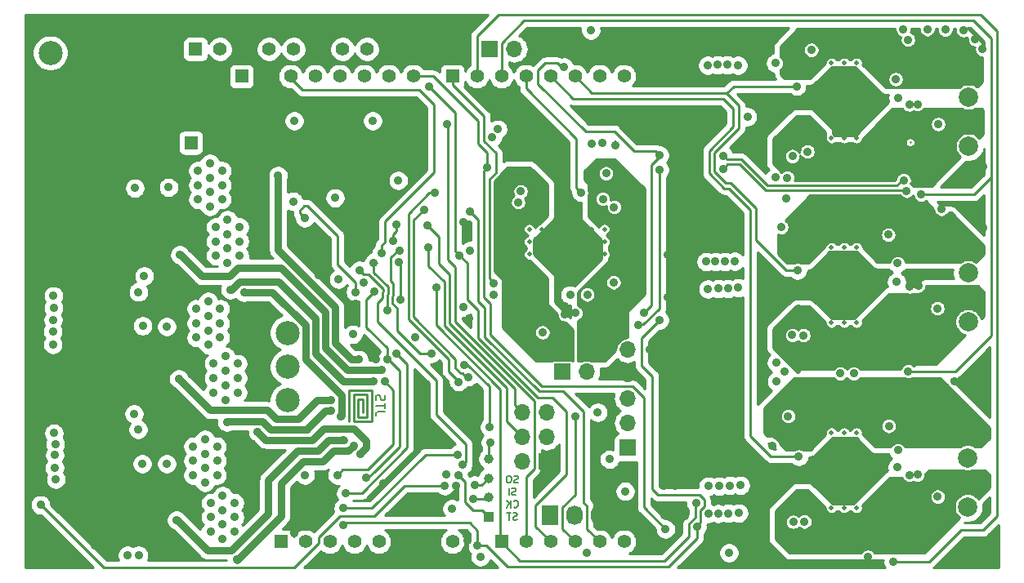
<source format=gbl>
G04 #@! TF.GenerationSoftware,KiCad,Pcbnew,(5.1.0-0)*
G04 #@! TF.CreationDate,2019-11-06T16:52:03-05:00*
G04 #@! TF.ProjectId,GrBLDC,4772424c-4443-42e6-9b69-6361645f7063,rev?*
G04 #@! TF.SameCoordinates,PX5a7646cPY8128a60*
G04 #@! TF.FileFunction,Copper,L6,Bot*
G04 #@! TF.FilePolarity,Positive*
%FSLAX46Y46*%
G04 Gerber Fmt 4.6, Leading zero omitted, Abs format (unit mm)*
G04 Created by KiCad (PCBNEW (5.1.0-0)) date 2019-11-06 16:52:03*
%MOMM*%
%LPD*%
G04 APERTURE LIST*
%ADD10C,0.150000*%
%ADD11C,0.500000*%
%ADD12R,1.397000X1.397000*%
%ADD13C,1.397000*%
%ADD14C,0.889000*%
%ADD15C,2.000000*%
%ADD16C,2.500000*%
%ADD17R,1.727200X2.032000*%
%ADD18O,1.727200X2.032000*%
%ADD19O,1.700000X1.700000*%
%ADD20R,1.700000X1.700000*%
%ADD21C,1.000000*%
%ADD22R,1.000000X1.000000*%
%ADD23C,0.254000*%
%ADD24C,0.508000*%
%ADD25C,0.762000*%
G04 APERTURE END LIST*
D10*
X52169142Y9990929D02*
X52062000Y9955215D01*
X51883428Y9955215D01*
X51812000Y9990929D01*
X51776285Y10026643D01*
X51740571Y10098072D01*
X51740571Y10169500D01*
X51776285Y10240929D01*
X51812000Y10276643D01*
X51883428Y10312358D01*
X52026285Y10348072D01*
X52097714Y10383786D01*
X52133428Y10419500D01*
X52169142Y10490929D01*
X52169142Y10562358D01*
X52133428Y10633786D01*
X52097714Y10669500D01*
X52026285Y10705215D01*
X51847714Y10705215D01*
X51740571Y10669500D01*
X51276285Y10705215D02*
X51133428Y10705215D01*
X51062000Y10669500D01*
X50990571Y10598072D01*
X50954857Y10455215D01*
X50954857Y10205215D01*
X50990571Y10062358D01*
X51062000Y9990929D01*
X51133428Y9955215D01*
X51276285Y9955215D01*
X51347714Y9990929D01*
X51419142Y10062358D01*
X51454857Y10205215D01*
X51454857Y10455215D01*
X51419142Y10598072D01*
X51347714Y10669500D01*
X51276285Y10705215D01*
X51954857Y8715929D02*
X51847714Y8680215D01*
X51669142Y8680215D01*
X51597714Y8715929D01*
X51562000Y8751643D01*
X51526285Y8823072D01*
X51526285Y8894500D01*
X51562000Y8965929D01*
X51597714Y9001643D01*
X51669142Y9037358D01*
X51812000Y9073072D01*
X51883428Y9108786D01*
X51919142Y9144500D01*
X51954857Y9215929D01*
X51954857Y9287358D01*
X51919142Y9358786D01*
X51883428Y9394500D01*
X51812000Y9430215D01*
X51633428Y9430215D01*
X51526285Y9394500D01*
X51204857Y8680215D02*
X51204857Y9430215D01*
X51704857Y7476643D02*
X51740571Y7440929D01*
X51847714Y7405215D01*
X51919142Y7405215D01*
X52026285Y7440929D01*
X52097714Y7512358D01*
X52133428Y7583786D01*
X52169142Y7726643D01*
X52169142Y7833786D01*
X52133428Y7976643D01*
X52097714Y8048072D01*
X52026285Y8119500D01*
X51919142Y8155215D01*
X51847714Y8155215D01*
X51740571Y8119500D01*
X51704857Y8083786D01*
X51383428Y7405215D02*
X51383428Y8155215D01*
X50954857Y7405215D02*
X51276285Y7833786D01*
X50954857Y8155215D02*
X51383428Y7726643D01*
X52062000Y6165929D02*
X51954857Y6130215D01*
X51776285Y6130215D01*
X51704857Y6165929D01*
X51669142Y6201643D01*
X51633428Y6273072D01*
X51633428Y6344500D01*
X51669142Y6415929D01*
X51704857Y6451643D01*
X51776285Y6487358D01*
X51919142Y6523072D01*
X51990571Y6558786D01*
X52026285Y6594500D01*
X52062000Y6665929D01*
X52062000Y6737358D01*
X52026285Y6808786D01*
X51990571Y6844500D01*
X51919142Y6880215D01*
X51740571Y6880215D01*
X51633428Y6844500D01*
X51419142Y6880215D02*
X50990571Y6880215D01*
X51204857Y6130215D02*
X51204857Y6880215D01*
X38393619Y17319715D02*
X37679333Y17319715D01*
X37536476Y17272096D01*
X37441238Y17176858D01*
X37393619Y17034000D01*
X37393619Y16938762D01*
X38393619Y17653048D02*
X38393619Y18224477D01*
X37393619Y17938762D02*
X38393619Y17938762D01*
X37441238Y18510191D02*
X37393619Y18653048D01*
X37393619Y18891143D01*
X37441238Y18986381D01*
X37488857Y19034000D01*
X37584095Y19081620D01*
X37679333Y19081620D01*
X37774571Y19034000D01*
X37822190Y18986381D01*
X37869809Y18891143D01*
X37917428Y18700667D01*
X37965047Y18605429D01*
X38012666Y18557810D01*
X38107904Y18510191D01*
X38203142Y18510191D01*
X38298380Y18557810D01*
X38346000Y18605429D01*
X38393619Y18700667D01*
X38393619Y18938762D01*
X38346000Y19081620D01*
D11*
X84630900Y26575200D03*
X85930900Y26575200D03*
X84630900Y27875200D03*
X87230900Y27875200D03*
X85930900Y27875200D03*
X84630900Y29175200D03*
X87230900Y29175200D03*
X85930900Y29175200D03*
X87230900Y34375200D03*
X84630900Y34375200D03*
X85930900Y34375200D03*
X87230900Y33075200D03*
X84630900Y33075200D03*
X85930900Y33075200D03*
X84630900Y31775200D03*
X87230900Y31775200D03*
X85930900Y31775200D03*
X84630900Y30475200D03*
X87230900Y30475200D03*
X87230900Y26575200D03*
X85930900Y30475200D03*
D12*
X27571700Y3860800D03*
D13*
X30111700Y3860800D03*
X32651700Y3860800D03*
X35191700Y3860800D03*
X37731700Y3860800D03*
X40271700Y3860800D03*
X42811700Y3860800D03*
X45351700Y3860800D03*
D11*
X84628200Y45701400D03*
X85928200Y45701400D03*
X84628200Y47001400D03*
X87228200Y47001400D03*
X85928200Y47001400D03*
X84628200Y48301400D03*
X87228200Y48301400D03*
X85928200Y48301400D03*
X87228200Y53501400D03*
X84628200Y53501400D03*
X85928200Y53501400D03*
X87228200Y52201400D03*
X84628200Y52201400D03*
X85928200Y52201400D03*
X84628200Y50901400D03*
X87228200Y50901400D03*
X85928200Y50901400D03*
X84628200Y49601400D03*
X87228200Y49601400D03*
X87228200Y45701400D03*
X85928200Y49601400D03*
X84625800Y7372800D03*
X85925800Y7372800D03*
X84625800Y8672800D03*
X87225800Y8672800D03*
X85925800Y8672800D03*
X84625800Y9972800D03*
X87225800Y9972800D03*
X85925800Y9972800D03*
X87225800Y15172800D03*
X84625800Y15172800D03*
X85925800Y15172800D03*
X87225800Y13872800D03*
X84625800Y13872800D03*
X85925800Y13872800D03*
X84625800Y12572800D03*
X87225800Y12572800D03*
X85925800Y12572800D03*
X84625800Y11272800D03*
X87225800Y11272800D03*
X87225800Y7372800D03*
X85925800Y11272800D03*
X53313780Y36263100D03*
X53313780Y34963100D03*
X54613780Y36263100D03*
X54613780Y33663100D03*
X54613780Y34963100D03*
X55913780Y36263100D03*
X55913780Y33663100D03*
X55913780Y34963100D03*
X61113780Y33663100D03*
X61113780Y36263100D03*
X61113780Y34963100D03*
X59813780Y33663100D03*
X59813780Y36263100D03*
X59813780Y34963100D03*
X58513780Y36263100D03*
X58513780Y33663100D03*
X58513780Y34963100D03*
X57213780Y36263100D03*
X57213780Y33663100D03*
X53313780Y33663100D03*
X57213780Y34963100D03*
D12*
X50431700Y3860800D03*
D13*
X52971700Y3860800D03*
X55511700Y3860800D03*
X58051700Y3860800D03*
X60591700Y3860800D03*
X63131700Y3860800D03*
D12*
X18732500Y54940200D03*
D13*
X21272500Y54940200D03*
X23812500Y54940200D03*
X26352500Y54940200D03*
X28892500Y54940200D03*
X31432500Y54940200D03*
X33972500Y54940200D03*
X36512500Y54940200D03*
X39052500Y54940200D03*
D12*
X23507700Y52120800D03*
D13*
X26047700Y52120800D03*
X28587700Y52120800D03*
X31127700Y52120800D03*
X33667700Y52120800D03*
X36207700Y52120800D03*
X38747700Y52120800D03*
X41287700Y52120800D03*
D12*
X45351700Y52120800D03*
D13*
X47891700Y52120800D03*
X50431700Y52120800D03*
X52971700Y52120800D03*
X55511700Y52120800D03*
X58051700Y52120800D03*
X60591700Y52120800D03*
X63131700Y52120800D03*
D12*
X18270000Y45230000D03*
D13*
X18270000Y47770000D03*
D14*
X19719100Y9992800D03*
X19719100Y14492800D03*
X18469100Y13742800D03*
X19719100Y12992800D03*
X19719100Y11492800D03*
X20969100Y10742800D03*
X18469100Y10742800D03*
X18469100Y12242800D03*
X20969100Y12242800D03*
X20969100Y13742800D03*
X21555900Y8650800D03*
X21555900Y4150800D03*
X22805900Y4900800D03*
X21555900Y5650800D03*
X21555900Y7150800D03*
X20305900Y7900800D03*
X22805900Y7900800D03*
X22805900Y6400800D03*
X20305900Y6400800D03*
X20305900Y4900800D03*
X20049300Y24267600D03*
X20049300Y28767600D03*
X18799300Y28017600D03*
X20049300Y27267600D03*
X20049300Y25767600D03*
X21299300Y25017600D03*
X18799300Y25017600D03*
X18799300Y26517600D03*
X21299300Y26517600D03*
X21299300Y28017600D03*
X21860700Y23078000D03*
X21860700Y18578000D03*
X23110700Y19328000D03*
X21860700Y20078000D03*
X21860700Y21578000D03*
X20610700Y22328000D03*
X23110700Y22328000D03*
X23110700Y20828000D03*
X20610700Y20828000D03*
X20610700Y19328000D03*
X20227100Y38593200D03*
X20227100Y43093200D03*
X18977100Y42343200D03*
X20227100Y41593200D03*
X20227100Y40093200D03*
X21477100Y39343200D03*
X18977100Y39343200D03*
X18977100Y40843200D03*
X21477100Y40843200D03*
X21477100Y42343200D03*
X22063900Y37251200D03*
X22063900Y32751200D03*
X23313900Y33501200D03*
X22063900Y34251200D03*
X22063900Y35751200D03*
X20813900Y36501200D03*
X23313900Y36501200D03*
X23313900Y35001200D03*
X20813900Y35001200D03*
X20813900Y33501200D03*
D15*
X98729800Y12545300D03*
X98729800Y15085300D03*
X98729800Y10005300D03*
X98729800Y7465300D03*
X98823780Y49959260D03*
X98823780Y52499260D03*
X98823780Y47419260D03*
X98823780Y44879260D03*
X98795840Y31742380D03*
X98795840Y34282380D03*
X98795840Y29202380D03*
X98795840Y26662380D03*
D16*
X13695700Y54533800D03*
X8695700Y54533800D03*
X3695700Y54533800D03*
X28257500Y18503900D03*
X28257500Y22003900D03*
X28257500Y25503900D03*
D17*
X55500000Y6610000D03*
D18*
X58040000Y6610000D03*
X60580000Y6610000D03*
D19*
X52578000Y17272000D03*
X55118000Y17272000D03*
X52578000Y14732000D03*
X55118000Y14732000D03*
X52578000Y12192000D03*
D20*
X55118000Y12192000D03*
X56720000Y21470000D03*
D19*
X56720000Y24010000D03*
X59260000Y21470000D03*
X59260000Y24010000D03*
D20*
X49200000Y54950000D03*
D19*
X51740000Y54950000D03*
X54280000Y54950000D03*
D21*
X49085500Y8445500D03*
X49085500Y10452100D03*
X49080000Y12450000D03*
D22*
X49085500Y6438900D03*
D20*
X63510000Y13630000D03*
D19*
X63510000Y16170000D03*
X63510000Y18710000D03*
X63510000Y21250000D03*
X63510000Y23790000D03*
D14*
X60926980Y45199300D03*
X75920600Y47929800D03*
X79730600Y21488400D03*
X78943200Y20472400D03*
X78905100Y22415500D03*
X82550000Y54851300D03*
X74930000Y53263800D03*
X73875900Y53301900D03*
X72859900Y53301900D03*
X71793100Y53263800D03*
X49496980Y45834300D03*
X50068480Y46621700D03*
X62108080Y38557200D03*
X4267200Y10337800D03*
X4140200Y11544300D03*
X4178300Y12839700D03*
X4203700Y13982700D03*
X4076700Y15113000D03*
X3962400Y24307800D03*
X3962400Y25628600D03*
X3987800Y26860500D03*
X4038600Y28117800D03*
X4025900Y29349700D03*
X15951200Y40601900D03*
X75184000Y9702800D03*
X75031600Y6832600D03*
X73952100Y6794500D03*
X72885300Y6756400D03*
X71869300Y6756400D03*
X74091800Y9690100D03*
X72961500Y9626600D03*
X71869300Y9626600D03*
X74612500Y32931100D03*
X74968100Y30187900D03*
X73901300Y30111700D03*
X72872600Y30111700D03*
X71831200Y30048200D03*
X73571100Y32893000D03*
X72605900Y32893000D03*
X71628000Y32893000D03*
X62235080Y44983400D03*
X59809380Y45161200D03*
X13271500Y26225500D03*
X15748000Y26162000D03*
X13220700Y11950700D03*
X15760700Y11950700D03*
X12450000Y40520000D03*
X45310000Y7290000D03*
X79950000Y39420000D03*
X78810000Y41620000D03*
X81104740Y32021780D03*
X81013300Y51092100D03*
X92570300Y21526500D03*
X93916500Y39865300D03*
X91046300Y1790700D03*
X49657000Y30607000D03*
X48970000Y42630000D03*
X67437000Y5156200D03*
X80670400Y5915660D03*
X52430680Y40182800D03*
X80563720Y25278080D03*
X80580000Y43840000D03*
X42810000Y36630000D03*
X42890000Y34370000D03*
X9258300Y2946400D03*
X100418900Y19037300D03*
X86931500Y21297900D03*
X100749100Y7073900D03*
X101330000Y4380000D03*
X43561000Y13970000D03*
X8305800Y3467100D03*
X31250000Y35230000D03*
X13761720Y5186680D03*
X13817600Y19527520D03*
X13975080Y33736280D03*
X45720000Y9652000D03*
X67284600Y6565900D03*
X33947100Y2743200D03*
X31770000Y10730000D03*
X37430000Y22740000D03*
X35330000Y28490000D03*
X28970000Y4720000D03*
X38170000Y9910000D03*
X45085000Y19539400D03*
X42053700Y13970000D03*
X46480000Y37030000D03*
X41450000Y41670000D03*
X57028080Y27432000D03*
X47110000Y27030000D03*
X37340540Y35493960D03*
X36130000Y39480000D03*
X61269880Y42064940D03*
X68008500Y39128700D03*
X66522600Y53301900D03*
X71272400Y47942500D03*
X71285100Y39116000D03*
X67894200Y47815500D03*
X67805300Y53319680D03*
X65671700Y47764700D03*
X65836800Y23812500D03*
X69469000Y6515100D03*
X98971100Y21310600D03*
X100482400Y22974300D03*
X99910900Y37604700D03*
X100342700Y36372800D03*
X100317300Y42760900D03*
X99517200Y55968900D03*
X96431100Y56946800D03*
X94564200Y56997600D03*
X98298000Y56896000D03*
X100266500Y54914800D03*
X96024700Y38366700D03*
X97370900Y20497800D03*
X92062300Y56972200D03*
X85534500Y21310600D03*
X78397100Y52158900D03*
X93535500Y10820400D03*
X92710000Y10782300D03*
X93548200Y49225200D03*
X92697300Y49187100D03*
X93611700Y30403800D03*
X92735400Y30314900D03*
X53865780Y45745400D03*
X55110380Y45656500D03*
X56253380Y45605700D03*
X58107580Y27559000D03*
X56970930Y28301950D03*
X68338700Y6553200D03*
X69621400Y9740900D03*
X68453000Y9677400D03*
X73990200Y14973300D03*
X72783700Y14973300D03*
X71589900Y14935200D03*
X70497700Y14960600D03*
X69405500Y14909800D03*
X68338700Y14960600D03*
X67208400Y15024100D03*
X73520300Y23926800D03*
X69037200Y23812500D03*
X67995800Y23812500D03*
X66967100Y23825200D03*
X69608700Y29946600D03*
X68541900Y29908500D03*
X69570600Y32956500D03*
X68554600Y33032700D03*
X73520300Y39154100D03*
X72351900Y39103300D03*
X70231000Y39103300D03*
X69151500Y39116000D03*
X73380600Y47942500D03*
X72301100Y47929800D03*
X70154800Y47828200D03*
X68935600Y47866300D03*
X66814700Y47777400D03*
X68961000Y53213000D03*
X70104000Y53238400D03*
X8229600Y17411700D03*
X8305800Y7112000D03*
X8801100Y30454600D03*
X9321800Y21831300D03*
X9359900Y4051300D03*
X9385300Y5181600D03*
X9245600Y6477000D03*
X8299450Y4603750D03*
X8305800Y5867400D03*
X9182100Y18097500D03*
X9169400Y19215100D03*
X9258300Y20599400D03*
X8191500Y18719800D03*
X8229600Y19964400D03*
X8267700Y21234400D03*
X8928100Y34251900D03*
X9842500Y33096200D03*
X9512300Y31750000D03*
X8026400Y32410400D03*
X7886700Y33845500D03*
X7658100Y30873700D03*
X8547100Y31635700D03*
X8877300Y32854900D03*
X27432000Y47498000D03*
X32258000Y47498000D03*
X35306000Y47498000D03*
X78500000Y13820000D03*
X46950000Y3980000D03*
X72466200Y23876000D03*
X31500000Y31490000D03*
X96580000Y1640000D03*
X41390000Y47590000D03*
X67640000Y29190000D03*
X67640000Y33610000D03*
X67240000Y9690000D03*
X88392000Y2286000D03*
X77410000Y32510000D03*
X33200000Y39510000D03*
X30100000Y10740000D03*
X44704000Y10795000D03*
X52176680Y39065200D03*
X59331860Y29479240D03*
X92560140Y55915560D03*
X91282520Y51821080D03*
X90512900Y35687000D03*
X91483180Y32730440D03*
X81714340Y25255220D03*
X81821020Y5938520D03*
X90563700Y15849600D03*
X62057280Y30746700D03*
X91521280Y13337540D03*
X59690000Y56896000D03*
X28956000Y47498000D03*
X37084000Y47498000D03*
X46470000Y28170000D03*
X63250000Y9080000D03*
X61620000Y12410000D03*
X60420000Y17260000D03*
X47170000Y34050000D03*
X33570000Y31060000D03*
X59270000Y2750000D03*
X74000000Y2690000D03*
X48243300Y2273300D03*
X37990000Y33740000D03*
X35810000Y12950000D03*
X25190000Y15260000D03*
X23040000Y1990000D03*
X35130000Y13830000D03*
X23761700Y29718000D03*
X33830000Y16870000D03*
X21990000Y16250000D03*
X32778700Y17411700D03*
X22339300Y29972000D03*
X37210000Y20500000D03*
X27305000Y41833800D03*
X35640000Y22750000D03*
X58691780Y40081200D03*
X81246980Y12705080D03*
X64615060Y26360120D03*
X73393300Y42506900D03*
X92417900Y40233600D03*
X66802000Y42418000D03*
X49600000Y29440000D03*
X54693820Y25560020D03*
X95628460Y8536940D03*
X95681800Y47157640D03*
X95603060Y28059380D03*
X80495140Y7889240D03*
X81165700Y8796020D03*
X79900780Y6875780D03*
X81241900Y13855700D03*
X80510000Y14820000D03*
X80260000Y13870000D03*
X54653180Y39827200D03*
X53154580Y41770300D03*
X53560980Y40538400D03*
X60114180Y40894000D03*
X59860180Y39789100D03*
X60076080Y42037000D03*
X80530700Y46050200D03*
X81114900Y47104300D03*
X80550000Y45030000D03*
X79832200Y52412900D03*
X81013300Y52412900D03*
X80518000Y53340000D03*
X79756000Y26123900D03*
X81203800Y27990800D03*
X80556100Y27023060D03*
X81371440Y33141920D03*
X80213200Y33256220D03*
X80000000Y34470000D03*
X11680000Y2470000D03*
X34290000Y8860000D03*
X39570000Y23380000D03*
X12840000Y2470000D03*
X38370000Y20470000D03*
X33430000Y10750000D03*
X12360000Y17120000D03*
X35080000Y25370000D03*
X12790000Y15510000D03*
X41490000Y25050000D03*
X30050000Y37430000D03*
X35300000Y29750000D03*
X12830000Y29750000D03*
X28850000Y39150000D03*
X36150000Y30700000D03*
X13430000Y31420000D03*
X16760000Y6090000D03*
X34050000Y14360000D03*
X17010000Y20750000D03*
X32778700Y18567400D03*
X38070000Y21680000D03*
X17111980Y33591500D03*
X37270000Y29800000D03*
X36390000Y10470000D03*
X38590000Y22790000D03*
X39210000Y35030000D03*
X39573200Y36713160D03*
X43160000Y23360000D03*
X39890000Y34030000D03*
X42390000Y38300000D03*
X47010000Y20950000D03*
X43561000Y40005000D03*
X45970000Y20440000D03*
X38650000Y27850000D03*
X46570000Y22170000D03*
X37220000Y32790000D03*
X49190000Y15730000D03*
X39830000Y32850000D03*
X39950000Y28920000D03*
X47536100Y8293100D03*
X47637700Y9715500D03*
X49288700Y14135100D03*
X45948600Y10782300D03*
X44577000Y9652000D03*
X2680000Y7680000D03*
X65184020Y27614880D03*
X73413620Y43891200D03*
X66802000Y43942000D03*
X92113100Y41351200D03*
X91467940Y11607800D03*
X91376500Y30779720D03*
X57548780Y29438600D03*
X91521280Y49900840D03*
X56896000Y53086000D03*
X80145700Y16874300D03*
X45910000Y12900000D03*
X34030000Y7340000D03*
X78850000Y53470000D03*
X60940000Y39400000D03*
X66820000Y26820000D03*
X34036000Y5588000D03*
X79430000Y36470000D03*
X70710000Y5400000D03*
X47960000Y3430000D03*
X58060000Y16830000D03*
X42926000Y51054000D03*
X46100000Y33540000D03*
X39750000Y41330000D03*
X47150000Y38120000D03*
X43680000Y30190000D03*
X44770000Y47140000D03*
X35720000Y32010000D03*
X46430000Y11820000D03*
X82140000Y44310000D03*
X70600000Y7850000D03*
X80040000Y41610000D03*
D23*
X92801440Y45272960D02*
X92768420Y45272960D01*
X36060000Y18620000D02*
X36060000Y17310000D01*
X35600000Y18620000D02*
X36060000Y18620000D01*
X35600000Y16800000D02*
X35600000Y18620000D01*
X36520000Y16800000D02*
X35600000Y16800000D01*
X36520000Y19100000D02*
X36520000Y16800000D01*
X35140000Y16360000D02*
X35140000Y19100000D01*
X35140000Y19100000D02*
X36520000Y19100000D01*
X34660000Y16360000D02*
X34660000Y19560000D01*
X36990000Y19560000D02*
X36990000Y16360000D01*
X36990000Y16360000D02*
X35140000Y16360000D01*
X34660000Y19560000D02*
X36990000Y19560000D01*
D24*
X4203700Y13982700D02*
X4203700Y13957300D01*
D25*
X71831200Y6794500D02*
X71831200Y6819900D01*
X71869300Y6756400D02*
X71831200Y6794500D01*
D24*
X62247780Y44996100D02*
X62247780Y45186600D01*
X62235080Y44983400D02*
X62247780Y44996100D01*
D23*
X58051700Y52120800D02*
X58051700Y52191920D01*
X81104740Y32021780D02*
X81081880Y32021780D01*
X81013300Y51092100D02*
X80886300Y51092100D01*
X75000000Y49090000D02*
X73747200Y50342800D01*
X75000000Y46720000D02*
X75000000Y49090000D01*
X72460000Y44180000D02*
X75000000Y46720000D01*
X72460000Y42270000D02*
X72460000Y44180000D01*
X81104740Y32021780D02*
X79918220Y32021780D01*
X79918220Y32021780D02*
X76790000Y35150000D01*
X76790000Y35150000D02*
X76790000Y38470000D01*
X73690000Y41040000D02*
X72460000Y42270000D01*
X74220000Y41040000D02*
X73690000Y41040000D01*
X76790000Y38470000D02*
X74220000Y41040000D01*
X59822500Y50350000D02*
X58051700Y52120800D01*
X73680000Y50350000D02*
X59822500Y50350000D01*
X73760000Y50350000D02*
X73490000Y50350000D01*
X74502100Y51092100D02*
X73760000Y50350000D01*
X81013300Y51092100D02*
X74502100Y51092100D01*
X97485200Y21526500D02*
X97459800Y21526500D01*
X97459800Y21526500D02*
X92570300Y21526500D01*
X101193600Y25234900D02*
X97485200Y21526500D01*
X93941900Y39839900D02*
X93916500Y39865300D01*
X101193600Y41567100D02*
X101193600Y25234900D01*
X99415600Y39839900D02*
X101193600Y41617900D01*
X99415600Y39839900D02*
X93941900Y39839900D01*
X101168200Y41567100D02*
X101193600Y41567100D01*
X101193600Y41592500D02*
X101168200Y41567100D01*
X101193600Y41617900D02*
X101193600Y41592500D01*
X52743900Y57873900D02*
X50431700Y55561700D01*
X99326700Y57873900D02*
X52743900Y57873900D01*
X50431700Y55561700D02*
X50431700Y52120800D01*
X101193600Y56007000D02*
X99326700Y57873900D01*
X101193600Y41567100D02*
X101193600Y56007000D01*
X47891700Y52120800D02*
X47891700Y52209700D01*
X47891700Y56273700D02*
X47891700Y52120800D01*
X50101500Y58483500D02*
X47891700Y56273700D01*
X100126800Y58483500D02*
X50101500Y58483500D01*
X101803200Y56807100D02*
X100126800Y58483500D01*
X101803200Y6527800D02*
X101803200Y56807100D01*
X100325400Y5050000D02*
X101803200Y6527800D01*
X98040000Y5050000D02*
X100325400Y5050000D01*
X94780700Y1790700D02*
X98040000Y5050000D01*
X91046300Y1790700D02*
X94780700Y1790700D01*
X49212500Y31178500D02*
X49212500Y39560000D01*
X49212500Y39560000D02*
X49212500Y39560500D01*
X49657000Y30734000D02*
X49212500Y31178500D01*
X49657000Y30607000D02*
X49657000Y30734000D01*
X45351700Y51247040D02*
X45351700Y52120800D01*
X45351700Y51247040D02*
X48624370Y47974370D01*
X48624370Y47974370D02*
X48628300Y47970440D01*
X48624370Y45395630D02*
X48624370Y47974370D01*
X49860000Y44160000D02*
X48624370Y45395630D01*
X49860000Y42110000D02*
X49860000Y44160000D01*
X49212500Y41462500D02*
X49860000Y42110000D01*
X49212500Y39560000D02*
X49212500Y41462500D01*
X48646080Y42306080D02*
X48970000Y42630000D01*
X48646080Y39710000D02*
X48646080Y42306080D01*
X48646080Y39756080D02*
X48646080Y39710000D01*
X52430680Y40182800D02*
X52430680Y40195500D01*
X48970000Y44190000D02*
X48970000Y42630000D01*
X48006000Y47498000D02*
X48006000Y45154000D01*
X43383200Y52120800D02*
X48006000Y47498000D01*
X48006000Y45154000D02*
X48970000Y44190000D01*
X41287700Y52120800D02*
X43383200Y52120800D01*
X65170000Y7423200D02*
X67437000Y5156200D01*
X65170000Y18820000D02*
X65170000Y7423200D01*
X48646080Y29189440D02*
X49320000Y28515520D01*
X54630000Y19980000D02*
X64010000Y19980000D01*
X64010000Y19980000D02*
X65170000Y18820000D01*
X49320000Y25290000D02*
X54630000Y19980000D01*
X49320000Y28515520D02*
X49320000Y25290000D01*
X48646080Y39710000D02*
X48646080Y29189440D01*
X51790000Y18060000D02*
X52578000Y17272000D01*
X51790000Y19760000D02*
X51790000Y18060000D01*
X45040000Y26510000D02*
X51790000Y19760000D01*
X45040000Y31550000D02*
X45040000Y26510000D01*
X43930000Y35510000D02*
X43930000Y32660000D01*
X43930000Y32660000D02*
X45040000Y31550000D01*
X42810000Y36630000D02*
X43930000Y35510000D01*
X50990000Y16320000D02*
X52578000Y14732000D01*
X50990000Y19790000D02*
X50990000Y16320000D01*
X44510000Y26270000D02*
X50990000Y19790000D01*
X44510000Y30820000D02*
X44510000Y26270000D01*
X42890000Y32440000D02*
X44510000Y30820000D01*
X42890000Y34370000D02*
X42890000Y32440000D01*
X45085000Y19539400D02*
X45085000Y19558000D01*
X42053700Y13970000D02*
X42037000Y13970000D01*
D24*
X67772280Y53352700D02*
X67746880Y53352700D01*
X67805300Y53319680D02*
X67772280Y53352700D01*
D23*
X92062300Y56997600D02*
X92062300Y56972200D01*
X92087700Y57023000D02*
X92062300Y56997600D01*
D24*
X56253380Y45605700D02*
X56253380Y45669200D01*
X56970930Y28301950D02*
X56964580Y28295600D01*
X73977500Y14960600D02*
X73926700Y14960600D01*
X73990200Y14973300D02*
X73977500Y14960600D01*
X73520300Y39154100D02*
X73520300Y39141400D01*
X72351900Y39103300D02*
X72377300Y39077900D01*
X70154800Y47828200D02*
X70142100Y47840900D01*
X8299450Y4603750D02*
X8305800Y4597400D01*
X8229600Y19964400D02*
X8102600Y19964400D01*
X9855200Y33083500D02*
X9867900Y33083500D01*
X9842500Y33096200D02*
X9855200Y33083500D01*
X9512300Y31750000D02*
X9512300Y31711900D01*
X7886700Y33845500D02*
X7924800Y33845500D01*
X8547100Y31635700D02*
X8547100Y31623000D01*
X8851900Y32880300D02*
X8724900Y32880300D01*
X8877300Y32854900D02*
X8851900Y32880300D01*
X67640000Y29190000D02*
X67560000Y29270000D01*
D23*
X92560140Y55915560D02*
X92580460Y55895240D01*
X28587700Y52120800D02*
X28587700Y52158900D01*
X37990000Y34560000D02*
X37990000Y33740000D01*
X38370000Y34940000D02*
X37990000Y34560000D01*
X38370000Y37060000D02*
X38370000Y34940000D01*
X43434000Y42124000D02*
X38370000Y37060000D01*
X43434000Y49156000D02*
X43434000Y42124000D01*
X41910000Y50680000D02*
X43434000Y49156000D01*
X29840000Y50680000D02*
X41910000Y50680000D01*
X28587700Y51932300D02*
X29840000Y50680000D01*
X28587700Y52120800D02*
X28587700Y51932300D01*
D25*
X26020000Y14430000D02*
X30860000Y14430000D01*
X36430000Y14310000D02*
X35740000Y15000000D01*
X36430000Y13650000D02*
X36430000Y14310000D01*
X35810000Y13030000D02*
X36430000Y13650000D01*
X35810000Y12950000D02*
X35810000Y13030000D01*
X26020000Y14430000D02*
X25190000Y15260000D01*
X35190000Y15550000D02*
X35740000Y15000000D01*
X31980000Y15550000D02*
X35190000Y15550000D01*
X30860000Y14430000D02*
X31980000Y15550000D01*
X31940000Y12180000D02*
X29890000Y12180000D01*
X34550000Y13250000D02*
X33010000Y13250000D01*
X34550000Y13250000D02*
X35130000Y13830000D01*
X33010000Y13250000D02*
X31940000Y12180000D01*
X23040000Y1922002D02*
X23040000Y1990000D01*
X27600000Y6482002D02*
X23040000Y1922002D01*
X27600000Y9890000D02*
X27600000Y6482002D01*
X29890000Y12180000D02*
X27600000Y9890000D01*
X35130000Y13830000D02*
X35120000Y13830000D01*
X35130000Y13830000D02*
X35110000Y13830000D01*
X23761700Y29718000D02*
X26722000Y29718000D01*
X33870000Y16910000D02*
X33830000Y16870000D01*
X33870000Y19020000D02*
X33870000Y16910000D01*
X30150000Y22740000D02*
X33870000Y19020000D01*
X30150000Y26290000D02*
X30150000Y22740000D01*
X26722000Y29718000D02*
X30150000Y26290000D01*
X30300000Y15530000D02*
X30300000Y15568000D01*
X22016002Y16250000D02*
X22136002Y16370000D01*
X22136002Y16370000D02*
X25650000Y16370000D01*
X26490000Y15530000D02*
X30300000Y15530000D01*
X25650000Y16370000D02*
X26490000Y15530000D01*
X21990000Y16250000D02*
X22016002Y16250000D01*
X32143700Y17411700D02*
X32778700Y17411700D01*
X30300000Y15568000D02*
X32143700Y17411700D01*
X23320000Y30840000D02*
X27320000Y30840000D01*
X22452000Y29972000D02*
X23320000Y30840000D01*
X22339300Y29972000D02*
X22452000Y29972000D01*
X34070000Y20500000D02*
X37210000Y20500000D01*
X31180000Y23390000D02*
X34070000Y20500000D01*
X31180000Y26980000D02*
X31180000Y23390000D01*
X27320000Y30840000D02*
X31180000Y26980000D01*
X27305000Y41833800D02*
X27305000Y34105000D01*
X34920000Y22750000D02*
X35640000Y22750000D01*
X33230000Y24440000D02*
X34920000Y22750000D01*
X33230000Y28180000D02*
X33230000Y24440000D01*
X27305000Y34105000D02*
X33230000Y28180000D01*
D23*
X58691780Y40081200D02*
X58666380Y40081200D01*
X52971700Y50868300D02*
X52971700Y52120800D01*
X58190000Y45650000D02*
X52971700Y50868300D01*
X58190000Y40582980D02*
X58190000Y45650000D01*
X58691780Y40081200D02*
X58190000Y40582980D01*
X55867300Y52120800D02*
X55511700Y52120800D01*
X78324920Y12705080D02*
X81246980Y12705080D01*
X76240000Y14790000D02*
X78324920Y12705080D01*
X71940000Y42050000D02*
X73480000Y40510000D01*
X71940000Y44380000D02*
X71940000Y42050000D01*
X76240000Y38250000D02*
X76240000Y14790000D01*
X73980000Y40510000D02*
X76240000Y38250000D01*
X73480000Y40510000D02*
X73980000Y40510000D01*
X74460000Y48740000D02*
X74460000Y46900000D01*
X55511700Y52120800D02*
X57832500Y49800000D01*
X73400000Y49800000D02*
X74460000Y48740000D01*
X74460000Y46900000D02*
X71940000Y44380000D01*
X57832500Y49800000D02*
X73400000Y49800000D01*
X66708000Y42418000D02*
X66802000Y42418000D01*
X66790000Y42336000D02*
X66708000Y42418000D01*
X66790000Y28020000D02*
X66790000Y42336000D01*
X65150000Y26380000D02*
X66790000Y28020000D01*
X64630000Y26380000D02*
X65150000Y26380000D01*
X64615060Y26365060D02*
X64630000Y26380000D01*
X64615060Y26360120D02*
X64615060Y26365060D01*
X73866400Y42980000D02*
X73393300Y42506900D01*
X75091900Y42980000D02*
X73866400Y42980000D01*
X92379800Y40271700D02*
X77800200Y40271700D01*
X77800200Y40271700D02*
X75091900Y42980000D01*
X92417900Y40233600D02*
X92379800Y40271700D01*
X78905100Y4394200D02*
X81267300Y4394200D01*
X95633300Y10005300D02*
X93552800Y7924800D01*
X93552800Y7924800D02*
X91478100Y7924800D01*
X91478100Y7924800D02*
X87782400Y4229100D01*
X78905100Y4394200D02*
X78905100Y5880100D01*
X78905100Y5880100D02*
X79900780Y6875780D01*
X95633300Y10005300D02*
X98729800Y10005300D01*
X81432400Y4229100D02*
X87782400Y4229100D01*
X81267300Y4394200D02*
X81432400Y4229100D01*
X93423500Y15085300D02*
X90373200Y18135600D01*
X98729800Y15085300D02*
X93423500Y15085300D01*
X83825600Y18135600D02*
X84385600Y18135600D01*
X80510000Y14820000D02*
X83825600Y18135600D01*
X90373200Y18135600D02*
X84385600Y18135600D01*
X53560980Y39154100D02*
X51909980Y37503100D01*
X53560980Y40538400D02*
X53560980Y39154100D01*
D25*
X51390000Y36983120D02*
X51909980Y37503100D01*
X51390000Y26490000D02*
X51390000Y36983120D01*
X53870000Y24010000D02*
X51390000Y26490000D01*
X56720000Y24010000D02*
X53870000Y24010000D01*
D23*
X61231780Y40894000D02*
X62781180Y39344600D01*
X61231780Y40894000D02*
X60114180Y40894000D01*
X64038480Y38087300D02*
X62781180Y39344600D01*
D25*
X64038480Y38087300D02*
X64038480Y29908480D01*
X59260000Y25130000D02*
X59260000Y24010000D01*
X64038480Y29908480D02*
X59260000Y25130000D01*
D23*
X98823780Y47419260D02*
X98270060Y47419260D01*
X98270060Y47419260D02*
X94310200Y43459400D01*
X94310200Y43459400D02*
X84543900Y43459400D01*
X84543900Y43459400D02*
X81953100Y46050200D01*
X81953100Y46050200D02*
X80530700Y46050200D01*
D24*
X81051400Y55270400D02*
X81457800Y55270400D01*
D23*
X95011240Y52499260D02*
X93662500Y53848000D01*
X93662500Y53848000D02*
X89344500Y53848000D01*
X89344500Y53848000D02*
X87922100Y55270400D01*
X95011240Y52499260D02*
X98823780Y52499260D01*
D24*
X86842600Y56349900D02*
X87922100Y55270400D01*
X82537300Y56349900D02*
X86842600Y56349900D01*
X81457800Y55270400D02*
X82537300Y56349900D01*
D23*
X80518000Y54737000D02*
X81051400Y55270400D01*
X80518000Y53340000D02*
X80518000Y54737000D01*
X79756000Y26123900D02*
X79756000Y26035000D01*
X97553780Y29202380D02*
X98795840Y29202380D01*
X96850200Y28498800D02*
X97553780Y29202380D01*
X96850200Y27571700D02*
X96850200Y28498800D01*
X92824300Y23545800D02*
X96850200Y27571700D01*
X79552800Y23545800D02*
X92824300Y23545800D01*
X78701900Y24396700D02*
X79552800Y23545800D01*
X78701900Y24980900D02*
X78701900Y24396700D01*
X79756000Y26035000D02*
X78701900Y24980900D01*
X80450000Y34063360D02*
X81371440Y33141920D01*
X80450000Y35339600D02*
X80450000Y34063360D01*
X82092800Y36982400D02*
X80450000Y35339600D01*
X91592400Y36093400D02*
X90703400Y36982400D01*
X90703400Y36982400D02*
X82092800Y36982400D01*
X91592400Y36080700D02*
X91592400Y36093400D01*
X93390720Y34282380D02*
X91592400Y36080700D01*
X98795840Y34282380D02*
X93390720Y34282380D01*
X80213200Y34256800D02*
X80000000Y34470000D01*
X80213200Y33256220D02*
X80213200Y34256800D01*
X40680000Y13720000D02*
X40680000Y13590000D01*
X40680000Y13590000D02*
X35970000Y8880000D01*
X34310000Y8880000D02*
X34290000Y8860000D01*
X35970000Y8880000D02*
X34310000Y8880000D01*
X40680000Y21720000D02*
X40680000Y13720000D01*
X40680000Y21720000D02*
X40680000Y22270000D01*
X40680000Y22270000D02*
X39570000Y23380000D01*
X40680000Y21720000D02*
X40680000Y21730000D01*
X36610000Y11320000D02*
X34000000Y11320000D01*
X34000000Y11320000D02*
X33430000Y10750000D01*
X39250000Y19590000D02*
X38370000Y20470000D01*
X39250000Y13960000D02*
X39250000Y19590000D01*
X36610000Y11320000D02*
X39250000Y13960000D01*
X29520000Y37960000D02*
X30050000Y37430000D01*
X29520000Y38220000D02*
X29520000Y37960000D01*
X29990000Y38690000D02*
X29520000Y38220000D01*
X30360000Y38690000D02*
X29990000Y38690000D01*
X35300000Y30760000D02*
X33450000Y32610000D01*
X33450000Y35600000D02*
X30360000Y38690000D01*
X33450000Y32610000D02*
X33450000Y35600000D01*
X35300000Y29750000D02*
X35300000Y30760000D01*
D25*
X32500000Y14360000D02*
X31390000Y13250000D01*
X34050000Y14360000D02*
X32500000Y14360000D01*
X26300000Y10240000D02*
X26300000Y6800000D01*
X29310000Y13250000D02*
X26300000Y10240000D01*
X31390000Y13250000D02*
X29310000Y13250000D01*
X26300000Y6800000D02*
X22460000Y2960000D01*
X22460000Y2960000D02*
X22470000Y2960000D01*
X22470000Y2960000D02*
X22470000Y2970000D01*
X16860000Y6090000D02*
X19990000Y2960000D01*
X16760000Y6090000D02*
X16860000Y6090000D01*
X19990000Y2960000D02*
X22460000Y2960000D01*
X34110000Y14420000D02*
X34050000Y14360000D01*
X32778700Y18567400D02*
X31377400Y18567400D01*
X31380000Y18570000D02*
X30470000Y17660000D01*
X17010000Y20750000D02*
X17010000Y20740000D01*
X29420000Y16610000D02*
X30470000Y17660000D01*
X27080000Y16610000D02*
X29420000Y16610000D01*
X26200000Y17490000D02*
X27080000Y16610000D01*
X20260000Y17490000D02*
X26200000Y17490000D01*
X17010000Y20740000D02*
X20260000Y17490000D01*
X31377400Y18567400D02*
X31380000Y18570000D01*
X27620000Y32230000D02*
X32200000Y27650000D01*
X22261030Y31381030D02*
X23110000Y32230000D01*
X23110000Y32230000D02*
X27620000Y32230000D01*
X38070000Y21680000D02*
X38020000Y21680000D01*
X32200000Y23930000D02*
X32200000Y27650000D01*
X34470000Y21660000D02*
X32200000Y23930000D01*
X38000000Y21660000D02*
X34470000Y21660000D01*
X38020000Y21680000D02*
X38000000Y21660000D01*
X22261030Y31381030D02*
X19391030Y31381030D01*
X17180560Y33591500D02*
X19391030Y31381030D01*
X19391030Y31381030D02*
X19397980Y31374080D01*
X17111980Y33591500D02*
X17180560Y33591500D01*
D23*
X38590000Y22790000D02*
X38590000Y23930000D01*
X36460000Y28990000D02*
X37270000Y29800000D01*
X36460000Y26060000D02*
X36460000Y28990000D01*
X38590000Y23930000D02*
X36460000Y26060000D01*
X37355000Y11205000D02*
X37355000Y11195000D01*
X36630000Y10470000D02*
X36390000Y10470000D01*
X37355000Y11195000D02*
X36630000Y10470000D01*
X39900000Y13750000D02*
X37355000Y11205000D01*
X37355000Y11205000D02*
X37350000Y11200000D01*
X38680000Y22790000D02*
X39900000Y21570000D01*
X39900000Y13750000D02*
X39900000Y21570000D01*
X38680000Y22790000D02*
X38590000Y22790000D01*
X39210000Y35030000D02*
X39210000Y35710000D01*
X39573200Y36073200D02*
X39573200Y36713160D01*
X39210000Y35710000D02*
X39573200Y36073200D01*
X39470000Y36609960D02*
X39573200Y36713160D01*
X39710000Y34030000D02*
X39890000Y34030000D01*
X39000000Y33320000D02*
X39710000Y34030000D01*
X39000000Y30870000D02*
X39000000Y33320000D01*
X39220000Y30650000D02*
X39000000Y30870000D01*
X39220000Y29370000D02*
X39220000Y30650000D01*
X39620000Y25730000D02*
X39620000Y28070000D01*
X39620000Y28070000D02*
X39120000Y28570000D01*
X39120000Y29270000D02*
X39220000Y29370000D01*
X39120000Y28570000D02*
X39120000Y29270000D01*
X41990000Y23360000D02*
X39620000Y25730000D01*
X43160000Y23360000D02*
X41990000Y23360000D01*
X45690000Y22780000D02*
X45690000Y21866424D01*
X41310000Y27160000D02*
X45690000Y22780000D01*
X41310000Y37220000D02*
X41310000Y27160000D01*
X45690000Y21866424D02*
X46216424Y21340000D01*
X42390000Y38300000D02*
X41310000Y37220000D01*
X46216424Y21340000D02*
X46380000Y21340000D01*
X46770000Y20950000D02*
X47010000Y20950000D01*
X46380000Y21340000D02*
X46770000Y20950000D01*
X45970000Y20440000D02*
X45929002Y20440000D01*
X42926000Y40005000D02*
X43561000Y40005000D01*
X40780000Y37859000D02*
X42926000Y40005000D01*
X40780000Y26940000D02*
X40780000Y37859000D01*
X44940000Y22780000D02*
X40780000Y26940000D01*
X44940000Y21540000D02*
X44940000Y22780000D01*
X45970000Y20510000D02*
X44940000Y21540000D01*
X45970000Y20440000D02*
X45970000Y20510000D01*
X37220000Y32790000D02*
X37530000Y32790000D01*
X37220000Y32790000D02*
X37500000Y32790000D01*
X46960000Y22170000D02*
X46570000Y22170000D01*
X49190000Y19940000D02*
X46960000Y22170000D01*
X49190000Y15730000D02*
X49190000Y19940000D01*
X37220000Y31780000D02*
X37220000Y32790000D01*
X38700000Y30300000D02*
X37220000Y31780000D01*
X38700000Y29570000D02*
X38700000Y30300000D01*
X38600000Y29470000D02*
X38700000Y29570000D01*
X38600000Y28230000D02*
X38600000Y29470000D01*
X38650000Y28180000D02*
X38600000Y28230000D01*
X38650000Y27850000D02*
X38650000Y28180000D01*
X39950000Y28920000D02*
X39950000Y32730000D01*
X39950000Y32730000D02*
X39830000Y32850000D01*
X48933100Y8293100D02*
X47536100Y8293100D01*
X48933100Y8293100D02*
X49085500Y8445500D01*
X47637700Y9715500D02*
X48348900Y9715500D01*
X48348900Y9715500D02*
X49085500Y10452100D01*
X49085500Y12458700D02*
X49085500Y13931900D01*
X49085500Y13931900D02*
X49288700Y14135100D01*
X48412400Y7112000D02*
X49085500Y6438900D01*
X47498000Y7112000D02*
X48412400Y7112000D01*
X46672500Y7937500D02*
X47498000Y7112000D01*
X46672500Y10109200D02*
X46672500Y7937500D01*
X45999400Y10782300D02*
X46672500Y10109200D01*
X45948600Y10782300D02*
X45999400Y10782300D01*
X44577000Y9652000D02*
X44602000Y9652000D01*
X40386000Y9652000D02*
X44577000Y9652000D01*
X37244000Y6510000D02*
X40386000Y9652000D01*
X33688000Y6510000D02*
X37244000Y6510000D01*
X31496000Y4318000D02*
X33688000Y6510000D01*
X31496000Y3706000D02*
X31496000Y4318000D01*
X28950000Y1160000D02*
X31496000Y3706000D01*
X2680000Y7680000D02*
X2680000Y7712000D01*
X9232000Y1160000D02*
X28950000Y1160000D01*
X2680000Y7712000D02*
X9232000Y1160000D01*
X92113100Y41351200D02*
X92113100Y41249600D01*
X91511120Y49890680D02*
X91511120Y49877980D01*
X91521280Y49900840D02*
X91511120Y49890680D01*
X65970000Y28400860D02*
X65184020Y27614880D01*
X66802000Y43942000D02*
X66612000Y43942000D01*
X73804820Y43500000D02*
X73413620Y43891200D01*
X91935300Y41351200D02*
X91363802Y40779702D01*
X75310000Y43500000D02*
X73804820Y43500000D01*
X78030298Y40779702D02*
X75310000Y43500000D01*
X91363802Y40779702D02*
X78030298Y40779702D01*
X92113100Y41351200D02*
X91935300Y41351200D01*
X65970000Y42540000D02*
X65970000Y42950000D01*
X65970000Y42540000D02*
X65970000Y28400860D01*
X66802000Y43782000D02*
X66802000Y43942000D01*
X65970000Y42950000D02*
X66802000Y43782000D01*
X66364000Y44380000D02*
X66802000Y43942000D01*
X64150000Y44380000D02*
X66364000Y44380000D01*
X62120000Y46410000D02*
X64150000Y44380000D01*
X59160000Y46410000D02*
X62120000Y46410000D01*
X54229000Y51341000D02*
X59160000Y46410000D01*
X54229000Y52705000D02*
X54229000Y51341000D01*
X54991000Y53467000D02*
X54229000Y52705000D01*
X56261000Y53467000D02*
X54991000Y53467000D01*
X56642000Y53086000D02*
X56261000Y53467000D01*
X56896000Y53086000D02*
X56642000Y53086000D01*
X45910000Y12900000D02*
X42590000Y12900000D01*
X42590000Y12900000D02*
X42590000Y12890000D01*
X37040000Y7340000D02*
X34030000Y7340000D01*
X42590000Y12890000D02*
X37040000Y7340000D01*
X34078000Y5800000D02*
X47160000Y5800000D01*
X34078000Y5630000D02*
X34078000Y5800000D01*
X34036000Y5588000D02*
X34078000Y5630000D01*
X64970000Y24970000D02*
X66820000Y26820000D01*
X64970000Y22110000D02*
X64970000Y24970000D01*
X66070000Y21010000D02*
X64970000Y22110000D01*
X66070000Y9280000D02*
X66070000Y21010000D01*
X66650000Y8700000D02*
X66070000Y9280000D01*
X70940000Y8700000D02*
X66650000Y8700000D01*
X71430000Y8210000D02*
X70940000Y8700000D01*
X71430000Y7500000D02*
X71430000Y8210000D01*
X71030000Y5830000D02*
X71030000Y7100000D01*
X71030000Y7100000D02*
X71430000Y7500000D01*
X70710000Y5510000D02*
X71030000Y5830000D01*
X70710000Y5400000D02*
X70710000Y5510000D01*
X47960000Y3430000D02*
X47970000Y3440000D01*
X47970000Y4990000D02*
X47160000Y5800000D01*
X47970000Y3440000D02*
X47970000Y4990000D01*
X51060000Y1250000D02*
X67740000Y1250000D01*
X70700900Y4210900D02*
X70700900Y5390900D01*
X67740000Y1250000D02*
X70700900Y4210900D01*
X70700900Y5390900D02*
X70710000Y5400000D01*
X48880000Y3430000D02*
X51060000Y1250000D01*
X47960000Y3430000D02*
X48880000Y3430000D01*
X56770000Y5142500D02*
X58051700Y3860800D01*
X56770000Y7430000D02*
X56770000Y5142500D01*
X58090000Y8750000D02*
X56770000Y7430000D01*
X58090000Y16460000D02*
X58090000Y8750000D01*
X57970000Y16580000D02*
X58090000Y16460000D01*
X45620000Y48360000D02*
X45620000Y34020000D01*
X45620000Y34020000D02*
X46100000Y33540000D01*
X42926000Y51054000D02*
X45620000Y48360000D01*
X46910000Y32730000D02*
X46100000Y33540000D01*
X46910000Y28970000D02*
X46910000Y32730000D01*
X48040000Y27840000D02*
X46910000Y28970000D01*
X48040000Y25000000D02*
X48040000Y27840000D01*
X54210000Y18830000D02*
X48040000Y25000000D01*
X55720000Y18830000D02*
X54210000Y18830000D01*
X57160000Y17390000D02*
X55720000Y18830000D01*
X57160000Y10820000D02*
X57160000Y17390000D01*
X53930000Y7590000D02*
X57160000Y10820000D01*
X53930000Y5442500D02*
X53930000Y7590000D01*
X55511700Y3860800D02*
X53930000Y5442500D01*
X60591700Y3860800D02*
X60502800Y3860800D01*
X60591700Y3860800D02*
X60591700Y4089400D01*
X59320000Y5132500D02*
X60591700Y3860800D01*
X59320000Y7540000D02*
X59320000Y5132500D01*
X58900000Y7960000D02*
X59320000Y7540000D01*
X58900000Y17350000D02*
X58900000Y7960000D01*
X56810000Y19440000D02*
X58900000Y17350000D01*
X54350000Y19440000D02*
X56810000Y19440000D01*
X48700000Y25090000D02*
X54350000Y19440000D01*
X48700000Y28110000D02*
X48700000Y25090000D01*
X48010000Y28800000D02*
X48700000Y28110000D01*
X48010000Y37260000D02*
X48010000Y28800000D01*
X47150000Y38120000D02*
X48010000Y37260000D01*
X43680000Y30190000D02*
X43660000Y30170000D01*
X43660000Y30170000D02*
X43660000Y26290000D01*
X43660000Y26290000D02*
X50340000Y19610000D01*
X50340000Y3952500D02*
X50431700Y3860800D01*
X50340000Y19610000D02*
X50340000Y3952500D01*
X52971700Y3860800D02*
X52971700Y3810000D01*
X52971700Y10591700D02*
X52971700Y3860800D01*
X53820000Y11440000D02*
X52971700Y10591700D01*
X53820000Y18470000D02*
X53820000Y11440000D01*
X45644499Y26645501D02*
X53820000Y18470000D01*
X45644499Y32305501D02*
X45644499Y26645501D01*
X44860000Y33090000D02*
X45644499Y32305501D01*
X44860000Y47050000D02*
X44860000Y33090000D01*
X44770000Y47140000D02*
X44860000Y47050000D01*
X36150000Y31580000D02*
X35720000Y32010000D01*
X36680000Y31580000D02*
X36150000Y31580000D01*
X38170000Y30090000D02*
X36680000Y31580000D01*
X38170000Y29800000D02*
X38170000Y30090000D01*
X38091998Y29721998D02*
X38170000Y29800000D01*
X38091998Y29091998D02*
X38091998Y29721998D01*
X37630000Y28630000D02*
X38091998Y29091998D01*
X37630000Y26650000D02*
X37630000Y28630000D01*
X43680000Y20600000D02*
X37630000Y26650000D01*
X43680000Y17026000D02*
X43680000Y20600000D01*
X46736000Y13970000D02*
X43680000Y17026000D01*
X46736000Y12126000D02*
X46736000Y13970000D01*
X46430000Y11820000D02*
X46736000Y12126000D01*
X50431700Y3808300D02*
X50431700Y3860800D01*
X52350000Y1890000D02*
X50431700Y3808300D01*
X67330000Y1890000D02*
X52350000Y1890000D01*
X67330000Y1900000D02*
X67330000Y1890000D01*
X69870000Y4440000D02*
X67330000Y1900000D01*
X69870000Y5730000D02*
X69870000Y4440000D01*
X70500000Y6360000D02*
X69870000Y5730000D01*
X70500000Y7750000D02*
X70500000Y6360000D01*
X70600000Y7850000D02*
X70500000Y7750000D01*
G36*
X101955600Y1143000D02*
G01*
X95185410Y1143000D01*
X95206092Y1154055D01*
X95322122Y1249278D01*
X95345984Y1278354D01*
X98355631Y4288000D01*
X100287977Y4288000D01*
X100325400Y4284314D01*
X100362823Y4288000D01*
X100362826Y4288000D01*
X100474778Y4299026D01*
X100618415Y4342598D01*
X100750792Y4413355D01*
X100866822Y4508578D01*
X100890684Y4537654D01*
X101955600Y5602569D01*
X101955600Y1143000D01*
X101955600Y1143000D01*
G37*
X101955600Y1143000D02*
X95185410Y1143000D01*
X95206092Y1154055D01*
X95322122Y1249278D01*
X95345984Y1278354D01*
X98355631Y4288000D01*
X100287977Y4288000D01*
X100325400Y4284314D01*
X100362823Y4288000D01*
X100362826Y4288000D01*
X100474778Y4299026D01*
X100618415Y4342598D01*
X100750792Y4413355D01*
X100866822Y4508578D01*
X100890684Y4537654D01*
X101955600Y5602569D01*
X101955600Y1143000D01*
G36*
X57683122Y49049026D02*
G01*
X57795074Y49038000D01*
X57795077Y49038000D01*
X57832500Y49034314D01*
X57869923Y49038000D01*
X73084370Y49038000D01*
X73698000Y48424369D01*
X73698001Y47215632D01*
X71427654Y44945284D01*
X71398578Y44921422D01*
X71348979Y44860985D01*
X71303355Y44805392D01*
X71265535Y44734635D01*
X71232598Y44673014D01*
X71189026Y44529377D01*
X71179497Y44432621D01*
X71174314Y44380000D01*
X71178000Y44342576D01*
X71178001Y42087433D01*
X71174314Y42050000D01*
X71189027Y41900622D01*
X71232599Y41756985D01*
X71303355Y41624608D01*
X71371395Y41541702D01*
X71398579Y41508578D01*
X71427649Y41484721D01*
X72914720Y39997649D01*
X72938578Y39968578D01*
X72967648Y39944721D01*
X73054607Y39873355D01*
X73105209Y39846308D01*
X73186985Y39802598D01*
X73330622Y39759026D01*
X73442574Y39748000D01*
X73442577Y39748000D01*
X73480000Y39744314D01*
X73517423Y39748000D01*
X73664370Y39748000D01*
X75478000Y37934370D01*
X75478000Y33578835D01*
X75451002Y33619241D01*
X75300641Y33769602D01*
X75123835Y33887740D01*
X74927378Y33969115D01*
X74718821Y34010600D01*
X74506179Y34010600D01*
X74297622Y33969115D01*
X74101165Y33887740D01*
X74058798Y33859431D01*
X73885978Y33931015D01*
X73677421Y33972500D01*
X73464779Y33972500D01*
X73256222Y33931015D01*
X73088500Y33861542D01*
X72920778Y33931015D01*
X72712221Y33972500D01*
X72499579Y33972500D01*
X72291022Y33931015D01*
X72116950Y33858912D01*
X71942878Y33931015D01*
X71734321Y33972500D01*
X71521679Y33972500D01*
X71313122Y33931015D01*
X71116665Y33849640D01*
X70939859Y33731502D01*
X70789498Y33581141D01*
X70671360Y33404335D01*
X70589985Y33207878D01*
X70548500Y32999321D01*
X70548500Y32786679D01*
X70589985Y32578122D01*
X70671360Y32381665D01*
X70789498Y32204859D01*
X70939859Y32054498D01*
X71116665Y31936360D01*
X71313122Y31854985D01*
X71521679Y31813500D01*
X71734321Y31813500D01*
X71942878Y31854985D01*
X72116950Y31927088D01*
X72291022Y31854985D01*
X72499579Y31813500D01*
X72712221Y31813500D01*
X72920778Y31854985D01*
X73088500Y31924458D01*
X73256222Y31854985D01*
X73464779Y31813500D01*
X73677421Y31813500D01*
X73885978Y31854985D01*
X74082435Y31936360D01*
X74124802Y31964669D01*
X74297622Y31893085D01*
X74506179Y31851600D01*
X74718821Y31851600D01*
X74927378Y31893085D01*
X75123835Y31974460D01*
X75300641Y32092598D01*
X75451002Y32242959D01*
X75478000Y32283365D01*
X75478000Y31145134D01*
X75282978Y31225915D01*
X75074421Y31267400D01*
X74861779Y31267400D01*
X74653222Y31225915D01*
X74456765Y31144540D01*
X74369478Y31086216D01*
X74216178Y31149715D01*
X74007621Y31191200D01*
X73794979Y31191200D01*
X73586422Y31149715D01*
X73389965Y31068340D01*
X73386950Y31066325D01*
X73383935Y31068340D01*
X73187478Y31149715D01*
X72978921Y31191200D01*
X72766279Y31191200D01*
X72557722Y31149715D01*
X72361265Y31068340D01*
X72295431Y31024351D01*
X72146078Y31086215D01*
X71937521Y31127700D01*
X71724879Y31127700D01*
X71516322Y31086215D01*
X71319865Y31004840D01*
X71143059Y30886702D01*
X70992698Y30736341D01*
X70874560Y30559535D01*
X70793185Y30363078D01*
X70751700Y30154521D01*
X70751700Y29941879D01*
X70793185Y29733322D01*
X70874560Y29536865D01*
X70992698Y29360059D01*
X71143059Y29209698D01*
X71319865Y29091560D01*
X71516322Y29010185D01*
X71724879Y28968700D01*
X71937521Y28968700D01*
X72146078Y29010185D01*
X72342535Y29091560D01*
X72408369Y29135549D01*
X72557722Y29073685D01*
X72766279Y29032200D01*
X72978921Y29032200D01*
X73187478Y29073685D01*
X73383935Y29155060D01*
X73386950Y29157075D01*
X73389965Y29155060D01*
X73586422Y29073685D01*
X73794979Y29032200D01*
X74007621Y29032200D01*
X74216178Y29073685D01*
X74412635Y29155060D01*
X74499922Y29213384D01*
X74653222Y29149885D01*
X74861779Y29108400D01*
X75074421Y29108400D01*
X75282978Y29149885D01*
X75478000Y29230666D01*
X75478001Y14827433D01*
X75474314Y14790000D01*
X75489027Y14640622D01*
X75532599Y14496985D01*
X75603355Y14364608D01*
X75663418Y14291422D01*
X75698579Y14248578D01*
X75727649Y14224721D01*
X77759641Y12192728D01*
X77783498Y12163658D01*
X77899528Y12068435D01*
X78031905Y11997678D01*
X78175542Y11954106D01*
X78287494Y11943080D01*
X78287496Y11943080D01*
X78324919Y11939394D01*
X78362342Y11943080D01*
X80482337Y11943080D01*
X80558839Y11866578D01*
X80735645Y11748440D01*
X80932102Y11667065D01*
X81140659Y11625580D01*
X81353301Y11625580D01*
X81561858Y11667065D01*
X81758315Y11748440D01*
X81935121Y11866578D01*
X82085482Y12016939D01*
X82203620Y12193745D01*
X82284995Y12390202D01*
X82326480Y12598759D01*
X82326480Y12649200D01*
X82511900Y12649200D01*
X82635782Y12661401D01*
X82754904Y12697536D01*
X82864687Y12756217D01*
X82960913Y12835187D01*
X84730726Y14605000D01*
X87189174Y14605000D01*
X88692287Y13101887D01*
X88788513Y13022917D01*
X88898296Y12964236D01*
X89017418Y12928101D01*
X89141300Y12915900D01*
X90527487Y12915900D01*
X90564640Y12826205D01*
X90682778Y12649399D01*
X90833139Y12499038D01*
X90845931Y12490490D01*
X90779799Y12446302D01*
X90629438Y12295941D01*
X90511300Y12119135D01*
X90429925Y11922678D01*
X90388440Y11714121D01*
X90388440Y11501479D01*
X90429925Y11292922D01*
X90452498Y11238426D01*
X90422296Y11229264D01*
X90312513Y11170583D01*
X90216287Y11091613D01*
X86871674Y7747000D01*
X84730726Y7747000D01*
X82643413Y9834313D01*
X82547187Y9913283D01*
X82437404Y9971964D01*
X82318282Y10008099D01*
X82194400Y10020300D01*
X80975200Y10020300D01*
X80851318Y10008099D01*
X80732196Y9971964D01*
X80622413Y9913283D01*
X80526187Y9834313D01*
X78227487Y7535613D01*
X78148517Y7439387D01*
X78089836Y7329604D01*
X78053701Y7210482D01*
X78041500Y7086600D01*
X78041500Y4127500D01*
X78053701Y4003618D01*
X78089836Y3884496D01*
X78148517Y3774713D01*
X78227487Y3678487D01*
X79789587Y2116387D01*
X79885813Y2037417D01*
X79995596Y1978736D01*
X80114718Y1942601D01*
X80238600Y1930400D01*
X89973440Y1930400D01*
X89966800Y1897021D01*
X89966800Y1684379D01*
X90008285Y1475822D01*
X90089660Y1279365D01*
X90180776Y1143000D01*
X68710630Y1143000D01*
X70363951Y2796321D01*
X72920500Y2796321D01*
X72920500Y2583679D01*
X72961985Y2375122D01*
X73043360Y2178665D01*
X73161498Y2001859D01*
X73311859Y1851498D01*
X73488665Y1733360D01*
X73685122Y1651985D01*
X73893679Y1610500D01*
X74106321Y1610500D01*
X74314878Y1651985D01*
X74511335Y1733360D01*
X74688141Y1851498D01*
X74838502Y2001859D01*
X74956640Y2178665D01*
X75038015Y2375122D01*
X75079500Y2583679D01*
X75079500Y2796321D01*
X75038015Y3004878D01*
X74956640Y3201335D01*
X74838502Y3378141D01*
X74688141Y3528502D01*
X74511335Y3646640D01*
X74314878Y3728015D01*
X74106321Y3769500D01*
X73893679Y3769500D01*
X73685122Y3728015D01*
X73488665Y3646640D01*
X73311859Y3528502D01*
X73161498Y3378141D01*
X73043360Y3201335D01*
X72961985Y3004878D01*
X72920500Y2796321D01*
X70363951Y2796321D01*
X71213253Y3645622D01*
X71242322Y3669478D01*
X71272820Y3706640D01*
X71337545Y3785507D01*
X71394791Y3892608D01*
X71408302Y3917885D01*
X71451874Y4061522D01*
X71462900Y4173474D01*
X71462900Y4173477D01*
X71466586Y4210900D01*
X71462900Y4248323D01*
X71462900Y4626257D01*
X71548502Y4711859D01*
X71666640Y4888665D01*
X71748015Y5085122D01*
X71789500Y5293679D01*
X71789500Y5506321D01*
X71765183Y5628568D01*
X71779845Y5676900D01*
X71975621Y5676900D01*
X72184178Y5718385D01*
X72377300Y5798379D01*
X72570422Y5718385D01*
X72778979Y5676900D01*
X72991621Y5676900D01*
X73200178Y5718385D01*
X73396635Y5799760D01*
X73448723Y5834564D01*
X73637222Y5756485D01*
X73845779Y5715000D01*
X74058421Y5715000D01*
X74266978Y5756485D01*
X74463435Y5837860D01*
X74520383Y5875911D01*
X74716722Y5794585D01*
X74925279Y5753100D01*
X75137921Y5753100D01*
X75346478Y5794585D01*
X75542935Y5875960D01*
X75719741Y5994098D01*
X75870102Y6144459D01*
X75988240Y6321265D01*
X76069615Y6517722D01*
X76111100Y6726279D01*
X76111100Y6938921D01*
X76069615Y7147478D01*
X75988240Y7343935D01*
X75870102Y7520741D01*
X75719741Y7671102D01*
X75542935Y7789240D01*
X75346478Y7870615D01*
X75137921Y7912100D01*
X74925279Y7912100D01*
X74716722Y7870615D01*
X74520265Y7789240D01*
X74463317Y7751189D01*
X74266978Y7832515D01*
X74058421Y7874000D01*
X73845779Y7874000D01*
X73637222Y7832515D01*
X73440765Y7751140D01*
X73388677Y7716336D01*
X73200178Y7794415D01*
X72991621Y7835900D01*
X72778979Y7835900D01*
X72570422Y7794415D01*
X72377300Y7714421D01*
X72192000Y7791175D01*
X72192000Y8172577D01*
X72195686Y8210000D01*
X72192000Y8247426D01*
X72180974Y8359378D01*
X72137402Y8503015D01*
X72102311Y8568665D01*
X72100555Y8571951D01*
X72184178Y8588585D01*
X72380635Y8669960D01*
X72415400Y8693189D01*
X72450165Y8669960D01*
X72646622Y8588585D01*
X72855179Y8547100D01*
X73067821Y8547100D01*
X73276378Y8588585D01*
X73472835Y8669960D01*
X73574167Y8737668D01*
X73580465Y8733460D01*
X73776922Y8652085D01*
X73985479Y8610600D01*
X74198121Y8610600D01*
X74406678Y8652085D01*
X74603135Y8733460D01*
X74647403Y8763039D01*
X74672665Y8746160D01*
X74869122Y8664785D01*
X75077679Y8623300D01*
X75290321Y8623300D01*
X75498878Y8664785D01*
X75695335Y8746160D01*
X75872141Y8864298D01*
X76022502Y9014659D01*
X76140640Y9191465D01*
X76222015Y9387922D01*
X76263500Y9596479D01*
X76263500Y9809121D01*
X76222015Y10017678D01*
X76140640Y10214135D01*
X76022502Y10390941D01*
X75872141Y10541302D01*
X75695335Y10659440D01*
X75498878Y10740815D01*
X75290321Y10782300D01*
X75077679Y10782300D01*
X74869122Y10740815D01*
X74672665Y10659440D01*
X74628397Y10629861D01*
X74603135Y10646740D01*
X74406678Y10728115D01*
X74198121Y10769600D01*
X73985479Y10769600D01*
X73776922Y10728115D01*
X73580465Y10646740D01*
X73479133Y10579032D01*
X73472835Y10583240D01*
X73276378Y10664615D01*
X73067821Y10706100D01*
X72855179Y10706100D01*
X72646622Y10664615D01*
X72450165Y10583240D01*
X72415400Y10560011D01*
X72380635Y10583240D01*
X72184178Y10664615D01*
X71975621Y10706100D01*
X71762979Y10706100D01*
X71554422Y10664615D01*
X71357965Y10583240D01*
X71181159Y10465102D01*
X71030798Y10314741D01*
X70912660Y10137935D01*
X70831285Y9941478D01*
X70789800Y9732921D01*
X70789800Y9520279D01*
X70801393Y9462000D01*
X66965631Y9462000D01*
X66832000Y9595630D01*
X66832000Y20972577D01*
X66835686Y21010000D01*
X66828061Y21087417D01*
X66820974Y21159378D01*
X66777402Y21303015D01*
X66737597Y21377485D01*
X66706645Y21435393D01*
X66635279Y21522352D01*
X66611422Y21551422D01*
X66582352Y21575279D01*
X65732000Y22425630D01*
X65732000Y24654370D01*
X66818131Y25740500D01*
X66926321Y25740500D01*
X67134878Y25781985D01*
X67331335Y25863360D01*
X67508141Y25981498D01*
X67658502Y26131859D01*
X67776640Y26308665D01*
X67858015Y26505122D01*
X67899500Y26713679D01*
X67899500Y26926321D01*
X67858015Y27134878D01*
X67776640Y27331335D01*
X67658502Y27508141D01*
X67508141Y27658502D01*
X67473256Y27681811D01*
X67497402Y27726985D01*
X67540974Y27870622D01*
X67552000Y27982574D01*
X67552000Y27982576D01*
X67555686Y28019999D01*
X67552000Y28057422D01*
X67552000Y41641357D01*
X67640502Y41729859D01*
X67758640Y41906665D01*
X67840015Y42103122D01*
X67881500Y42311679D01*
X67881500Y42524321D01*
X67840015Y42732878D01*
X67758640Y42929335D01*
X67640502Y43106141D01*
X67566643Y43180000D01*
X67640502Y43253859D01*
X67758640Y43430665D01*
X67840015Y43627122D01*
X67881500Y43835679D01*
X67881500Y44048321D01*
X67840015Y44256878D01*
X67758640Y44453335D01*
X67640502Y44630141D01*
X67490141Y44780502D01*
X67313335Y44898640D01*
X67116878Y44980015D01*
X66908321Y45021500D01*
X66780309Y45021500D01*
X66657015Y45087402D01*
X66513378Y45130974D01*
X66401426Y45142000D01*
X66401423Y45142000D01*
X66364000Y45145686D01*
X66326577Y45142000D01*
X64465630Y45142000D01*
X62685284Y46922346D01*
X62661422Y46951422D01*
X62545392Y47046645D01*
X62413015Y47117402D01*
X62269378Y47160974D01*
X62157426Y47172000D01*
X62157423Y47172000D01*
X62120000Y47175686D01*
X62082577Y47172000D01*
X59475631Y47172000D01*
X57561803Y49085828D01*
X57683122Y49049026D01*
X57683122Y49049026D01*
G37*
X57683122Y49049026D02*
X57795074Y49038000D01*
X57795077Y49038000D01*
X57832500Y49034314D01*
X57869923Y49038000D01*
X73084370Y49038000D01*
X73698000Y48424369D01*
X73698001Y47215632D01*
X71427654Y44945284D01*
X71398578Y44921422D01*
X71348979Y44860985D01*
X71303355Y44805392D01*
X71265535Y44734635D01*
X71232598Y44673014D01*
X71189026Y44529377D01*
X71179497Y44432621D01*
X71174314Y44380000D01*
X71178000Y44342576D01*
X71178001Y42087433D01*
X71174314Y42050000D01*
X71189027Y41900622D01*
X71232599Y41756985D01*
X71303355Y41624608D01*
X71371395Y41541702D01*
X71398579Y41508578D01*
X71427649Y41484721D01*
X72914720Y39997649D01*
X72938578Y39968578D01*
X72967648Y39944721D01*
X73054607Y39873355D01*
X73105209Y39846308D01*
X73186985Y39802598D01*
X73330622Y39759026D01*
X73442574Y39748000D01*
X73442577Y39748000D01*
X73480000Y39744314D01*
X73517423Y39748000D01*
X73664370Y39748000D01*
X75478000Y37934370D01*
X75478000Y33578835D01*
X75451002Y33619241D01*
X75300641Y33769602D01*
X75123835Y33887740D01*
X74927378Y33969115D01*
X74718821Y34010600D01*
X74506179Y34010600D01*
X74297622Y33969115D01*
X74101165Y33887740D01*
X74058798Y33859431D01*
X73885978Y33931015D01*
X73677421Y33972500D01*
X73464779Y33972500D01*
X73256222Y33931015D01*
X73088500Y33861542D01*
X72920778Y33931015D01*
X72712221Y33972500D01*
X72499579Y33972500D01*
X72291022Y33931015D01*
X72116950Y33858912D01*
X71942878Y33931015D01*
X71734321Y33972500D01*
X71521679Y33972500D01*
X71313122Y33931015D01*
X71116665Y33849640D01*
X70939859Y33731502D01*
X70789498Y33581141D01*
X70671360Y33404335D01*
X70589985Y33207878D01*
X70548500Y32999321D01*
X70548500Y32786679D01*
X70589985Y32578122D01*
X70671360Y32381665D01*
X70789498Y32204859D01*
X70939859Y32054498D01*
X71116665Y31936360D01*
X71313122Y31854985D01*
X71521679Y31813500D01*
X71734321Y31813500D01*
X71942878Y31854985D01*
X72116950Y31927088D01*
X72291022Y31854985D01*
X72499579Y31813500D01*
X72712221Y31813500D01*
X72920778Y31854985D01*
X73088500Y31924458D01*
X73256222Y31854985D01*
X73464779Y31813500D01*
X73677421Y31813500D01*
X73885978Y31854985D01*
X74082435Y31936360D01*
X74124802Y31964669D01*
X74297622Y31893085D01*
X74506179Y31851600D01*
X74718821Y31851600D01*
X74927378Y31893085D01*
X75123835Y31974460D01*
X75300641Y32092598D01*
X75451002Y32242959D01*
X75478000Y32283365D01*
X75478000Y31145134D01*
X75282978Y31225915D01*
X75074421Y31267400D01*
X74861779Y31267400D01*
X74653222Y31225915D01*
X74456765Y31144540D01*
X74369478Y31086216D01*
X74216178Y31149715D01*
X74007621Y31191200D01*
X73794979Y31191200D01*
X73586422Y31149715D01*
X73389965Y31068340D01*
X73386950Y31066325D01*
X73383935Y31068340D01*
X73187478Y31149715D01*
X72978921Y31191200D01*
X72766279Y31191200D01*
X72557722Y31149715D01*
X72361265Y31068340D01*
X72295431Y31024351D01*
X72146078Y31086215D01*
X71937521Y31127700D01*
X71724879Y31127700D01*
X71516322Y31086215D01*
X71319865Y31004840D01*
X71143059Y30886702D01*
X70992698Y30736341D01*
X70874560Y30559535D01*
X70793185Y30363078D01*
X70751700Y30154521D01*
X70751700Y29941879D01*
X70793185Y29733322D01*
X70874560Y29536865D01*
X70992698Y29360059D01*
X71143059Y29209698D01*
X71319865Y29091560D01*
X71516322Y29010185D01*
X71724879Y28968700D01*
X71937521Y28968700D01*
X72146078Y29010185D01*
X72342535Y29091560D01*
X72408369Y29135549D01*
X72557722Y29073685D01*
X72766279Y29032200D01*
X72978921Y29032200D01*
X73187478Y29073685D01*
X73383935Y29155060D01*
X73386950Y29157075D01*
X73389965Y29155060D01*
X73586422Y29073685D01*
X73794979Y29032200D01*
X74007621Y29032200D01*
X74216178Y29073685D01*
X74412635Y29155060D01*
X74499922Y29213384D01*
X74653222Y29149885D01*
X74861779Y29108400D01*
X75074421Y29108400D01*
X75282978Y29149885D01*
X75478000Y29230666D01*
X75478001Y14827433D01*
X75474314Y14790000D01*
X75489027Y14640622D01*
X75532599Y14496985D01*
X75603355Y14364608D01*
X75663418Y14291422D01*
X75698579Y14248578D01*
X75727649Y14224721D01*
X77759641Y12192728D01*
X77783498Y12163658D01*
X77899528Y12068435D01*
X78031905Y11997678D01*
X78175542Y11954106D01*
X78287494Y11943080D01*
X78287496Y11943080D01*
X78324919Y11939394D01*
X78362342Y11943080D01*
X80482337Y11943080D01*
X80558839Y11866578D01*
X80735645Y11748440D01*
X80932102Y11667065D01*
X81140659Y11625580D01*
X81353301Y11625580D01*
X81561858Y11667065D01*
X81758315Y11748440D01*
X81935121Y11866578D01*
X82085482Y12016939D01*
X82203620Y12193745D01*
X82284995Y12390202D01*
X82326480Y12598759D01*
X82326480Y12649200D01*
X82511900Y12649200D01*
X82635782Y12661401D01*
X82754904Y12697536D01*
X82864687Y12756217D01*
X82960913Y12835187D01*
X84730726Y14605000D01*
X87189174Y14605000D01*
X88692287Y13101887D01*
X88788513Y13022917D01*
X88898296Y12964236D01*
X89017418Y12928101D01*
X89141300Y12915900D01*
X90527487Y12915900D01*
X90564640Y12826205D01*
X90682778Y12649399D01*
X90833139Y12499038D01*
X90845931Y12490490D01*
X90779799Y12446302D01*
X90629438Y12295941D01*
X90511300Y12119135D01*
X90429925Y11922678D01*
X90388440Y11714121D01*
X90388440Y11501479D01*
X90429925Y11292922D01*
X90452498Y11238426D01*
X90422296Y11229264D01*
X90312513Y11170583D01*
X90216287Y11091613D01*
X86871674Y7747000D01*
X84730726Y7747000D01*
X82643413Y9834313D01*
X82547187Y9913283D01*
X82437404Y9971964D01*
X82318282Y10008099D01*
X82194400Y10020300D01*
X80975200Y10020300D01*
X80851318Y10008099D01*
X80732196Y9971964D01*
X80622413Y9913283D01*
X80526187Y9834313D01*
X78227487Y7535613D01*
X78148517Y7439387D01*
X78089836Y7329604D01*
X78053701Y7210482D01*
X78041500Y7086600D01*
X78041500Y4127500D01*
X78053701Y4003618D01*
X78089836Y3884496D01*
X78148517Y3774713D01*
X78227487Y3678487D01*
X79789587Y2116387D01*
X79885813Y2037417D01*
X79995596Y1978736D01*
X80114718Y1942601D01*
X80238600Y1930400D01*
X89973440Y1930400D01*
X89966800Y1897021D01*
X89966800Y1684379D01*
X90008285Y1475822D01*
X90089660Y1279365D01*
X90180776Y1143000D01*
X68710630Y1143000D01*
X70363951Y2796321D01*
X72920500Y2796321D01*
X72920500Y2583679D01*
X72961985Y2375122D01*
X73043360Y2178665D01*
X73161498Y2001859D01*
X73311859Y1851498D01*
X73488665Y1733360D01*
X73685122Y1651985D01*
X73893679Y1610500D01*
X74106321Y1610500D01*
X74314878Y1651985D01*
X74511335Y1733360D01*
X74688141Y1851498D01*
X74838502Y2001859D01*
X74956640Y2178665D01*
X75038015Y2375122D01*
X75079500Y2583679D01*
X75079500Y2796321D01*
X75038015Y3004878D01*
X74956640Y3201335D01*
X74838502Y3378141D01*
X74688141Y3528502D01*
X74511335Y3646640D01*
X74314878Y3728015D01*
X74106321Y3769500D01*
X73893679Y3769500D01*
X73685122Y3728015D01*
X73488665Y3646640D01*
X73311859Y3528502D01*
X73161498Y3378141D01*
X73043360Y3201335D01*
X72961985Y3004878D01*
X72920500Y2796321D01*
X70363951Y2796321D01*
X71213253Y3645622D01*
X71242322Y3669478D01*
X71272820Y3706640D01*
X71337545Y3785507D01*
X71394791Y3892608D01*
X71408302Y3917885D01*
X71451874Y4061522D01*
X71462900Y4173474D01*
X71462900Y4173477D01*
X71466586Y4210900D01*
X71462900Y4248323D01*
X71462900Y4626257D01*
X71548502Y4711859D01*
X71666640Y4888665D01*
X71748015Y5085122D01*
X71789500Y5293679D01*
X71789500Y5506321D01*
X71765183Y5628568D01*
X71779845Y5676900D01*
X71975621Y5676900D01*
X72184178Y5718385D01*
X72377300Y5798379D01*
X72570422Y5718385D01*
X72778979Y5676900D01*
X72991621Y5676900D01*
X73200178Y5718385D01*
X73396635Y5799760D01*
X73448723Y5834564D01*
X73637222Y5756485D01*
X73845779Y5715000D01*
X74058421Y5715000D01*
X74266978Y5756485D01*
X74463435Y5837860D01*
X74520383Y5875911D01*
X74716722Y5794585D01*
X74925279Y5753100D01*
X75137921Y5753100D01*
X75346478Y5794585D01*
X75542935Y5875960D01*
X75719741Y5994098D01*
X75870102Y6144459D01*
X75988240Y6321265D01*
X76069615Y6517722D01*
X76111100Y6726279D01*
X76111100Y6938921D01*
X76069615Y7147478D01*
X75988240Y7343935D01*
X75870102Y7520741D01*
X75719741Y7671102D01*
X75542935Y7789240D01*
X75346478Y7870615D01*
X75137921Y7912100D01*
X74925279Y7912100D01*
X74716722Y7870615D01*
X74520265Y7789240D01*
X74463317Y7751189D01*
X74266978Y7832515D01*
X74058421Y7874000D01*
X73845779Y7874000D01*
X73637222Y7832515D01*
X73440765Y7751140D01*
X73388677Y7716336D01*
X73200178Y7794415D01*
X72991621Y7835900D01*
X72778979Y7835900D01*
X72570422Y7794415D01*
X72377300Y7714421D01*
X72192000Y7791175D01*
X72192000Y8172577D01*
X72195686Y8210000D01*
X72192000Y8247426D01*
X72180974Y8359378D01*
X72137402Y8503015D01*
X72102311Y8568665D01*
X72100555Y8571951D01*
X72184178Y8588585D01*
X72380635Y8669960D01*
X72415400Y8693189D01*
X72450165Y8669960D01*
X72646622Y8588585D01*
X72855179Y8547100D01*
X73067821Y8547100D01*
X73276378Y8588585D01*
X73472835Y8669960D01*
X73574167Y8737668D01*
X73580465Y8733460D01*
X73776922Y8652085D01*
X73985479Y8610600D01*
X74198121Y8610600D01*
X74406678Y8652085D01*
X74603135Y8733460D01*
X74647403Y8763039D01*
X74672665Y8746160D01*
X74869122Y8664785D01*
X75077679Y8623300D01*
X75290321Y8623300D01*
X75498878Y8664785D01*
X75695335Y8746160D01*
X75872141Y8864298D01*
X76022502Y9014659D01*
X76140640Y9191465D01*
X76222015Y9387922D01*
X76263500Y9596479D01*
X76263500Y9809121D01*
X76222015Y10017678D01*
X76140640Y10214135D01*
X76022502Y10390941D01*
X75872141Y10541302D01*
X75695335Y10659440D01*
X75498878Y10740815D01*
X75290321Y10782300D01*
X75077679Y10782300D01*
X74869122Y10740815D01*
X74672665Y10659440D01*
X74628397Y10629861D01*
X74603135Y10646740D01*
X74406678Y10728115D01*
X74198121Y10769600D01*
X73985479Y10769600D01*
X73776922Y10728115D01*
X73580465Y10646740D01*
X73479133Y10579032D01*
X73472835Y10583240D01*
X73276378Y10664615D01*
X73067821Y10706100D01*
X72855179Y10706100D01*
X72646622Y10664615D01*
X72450165Y10583240D01*
X72415400Y10560011D01*
X72380635Y10583240D01*
X72184178Y10664615D01*
X71975621Y10706100D01*
X71762979Y10706100D01*
X71554422Y10664615D01*
X71357965Y10583240D01*
X71181159Y10465102D01*
X71030798Y10314741D01*
X70912660Y10137935D01*
X70831285Y9941478D01*
X70789800Y9732921D01*
X70789800Y9520279D01*
X70801393Y9462000D01*
X66965631Y9462000D01*
X66832000Y9595630D01*
X66832000Y20972577D01*
X66835686Y21010000D01*
X66828061Y21087417D01*
X66820974Y21159378D01*
X66777402Y21303015D01*
X66737597Y21377485D01*
X66706645Y21435393D01*
X66635279Y21522352D01*
X66611422Y21551422D01*
X66582352Y21575279D01*
X65732000Y22425630D01*
X65732000Y24654370D01*
X66818131Y25740500D01*
X66926321Y25740500D01*
X67134878Y25781985D01*
X67331335Y25863360D01*
X67508141Y25981498D01*
X67658502Y26131859D01*
X67776640Y26308665D01*
X67858015Y26505122D01*
X67899500Y26713679D01*
X67899500Y26926321D01*
X67858015Y27134878D01*
X67776640Y27331335D01*
X67658502Y27508141D01*
X67508141Y27658502D01*
X67473256Y27681811D01*
X67497402Y27726985D01*
X67540974Y27870622D01*
X67552000Y27982574D01*
X67552000Y27982576D01*
X67555686Y28019999D01*
X67552000Y28057422D01*
X67552000Y41641357D01*
X67640502Y41729859D01*
X67758640Y41906665D01*
X67840015Y42103122D01*
X67881500Y42311679D01*
X67881500Y42524321D01*
X67840015Y42732878D01*
X67758640Y42929335D01*
X67640502Y43106141D01*
X67566643Y43180000D01*
X67640502Y43253859D01*
X67758640Y43430665D01*
X67840015Y43627122D01*
X67881500Y43835679D01*
X67881500Y44048321D01*
X67840015Y44256878D01*
X67758640Y44453335D01*
X67640502Y44630141D01*
X67490141Y44780502D01*
X67313335Y44898640D01*
X67116878Y44980015D01*
X66908321Y45021500D01*
X66780309Y45021500D01*
X66657015Y45087402D01*
X66513378Y45130974D01*
X66401426Y45142000D01*
X66401423Y45142000D01*
X66364000Y45145686D01*
X66326577Y45142000D01*
X64465630Y45142000D01*
X62685284Y46922346D01*
X62661422Y46951422D01*
X62545392Y47046645D01*
X62413015Y47117402D01*
X62269378Y47160974D01*
X62157426Y47172000D01*
X62157423Y47172000D01*
X62120000Y47175686D01*
X62082577Y47172000D01*
X59475631Y47172000D01*
X57561803Y49085828D01*
X57683122Y49049026D01*
G36*
X44501643Y4896597D02*
G01*
X44315903Y4710857D01*
X44169968Y4492449D01*
X44069446Y4249768D01*
X44018200Y3992138D01*
X44018200Y3729462D01*
X44069446Y3471832D01*
X44169968Y3229151D01*
X44315903Y3010743D01*
X44501643Y2825003D01*
X44720051Y2679068D01*
X44962732Y2578546D01*
X45220362Y2527300D01*
X45483038Y2527300D01*
X45740668Y2578546D01*
X45983349Y2679068D01*
X46201757Y2825003D01*
X46387497Y3010743D01*
X46533432Y3229151D01*
X46633954Y3471832D01*
X46685200Y3729462D01*
X46685200Y3992138D01*
X46633954Y4249768D01*
X46533432Y4492449D01*
X46387497Y4710857D01*
X46201757Y4896597D01*
X45990132Y5038000D01*
X46844370Y5038000D01*
X47208001Y4674369D01*
X47208000Y4204643D01*
X47121498Y4118141D01*
X47003360Y3941335D01*
X46921985Y3744878D01*
X46880500Y3536321D01*
X46880500Y3323679D01*
X46921985Y3115122D01*
X47003360Y2918665D01*
X47121498Y2741859D01*
X47225756Y2637601D01*
X47205285Y2588178D01*
X47163800Y2379621D01*
X47163800Y2166979D01*
X47205285Y1958422D01*
X47286660Y1761965D01*
X47404798Y1585159D01*
X47555159Y1434798D01*
X47731965Y1316660D01*
X47928422Y1235285D01*
X48136979Y1193800D01*
X48349621Y1193800D01*
X48558178Y1235285D01*
X48754635Y1316660D01*
X48931441Y1434798D01*
X49081802Y1585159D01*
X49199940Y1761965D01*
X49279157Y1953213D01*
X50089370Y1143000D01*
X30010630Y1143000D01*
X31747138Y2879508D01*
X31801643Y2825003D01*
X32020051Y2679068D01*
X32262732Y2578546D01*
X32520362Y2527300D01*
X32783038Y2527300D01*
X33040668Y2578546D01*
X33283349Y2679068D01*
X33501757Y2825003D01*
X33687497Y3010743D01*
X33833432Y3229151D01*
X33921700Y3442248D01*
X34009968Y3229151D01*
X34155903Y3010743D01*
X34341643Y2825003D01*
X34560051Y2679068D01*
X34802732Y2578546D01*
X35060362Y2527300D01*
X35323038Y2527300D01*
X35580668Y2578546D01*
X35823349Y2679068D01*
X36041757Y2825003D01*
X36227497Y3010743D01*
X36373432Y3229151D01*
X36461700Y3442248D01*
X36549968Y3229151D01*
X36695903Y3010743D01*
X36881643Y2825003D01*
X37100051Y2679068D01*
X37342732Y2578546D01*
X37600362Y2527300D01*
X37863038Y2527300D01*
X38120668Y2578546D01*
X38363349Y2679068D01*
X38581757Y2825003D01*
X38767497Y3010743D01*
X38913432Y3229151D01*
X39013954Y3471832D01*
X39065200Y3729462D01*
X39065200Y3992138D01*
X39013954Y4249768D01*
X38913432Y4492449D01*
X38767497Y4710857D01*
X38581757Y4896597D01*
X38370132Y5038000D01*
X44713268Y5038000D01*
X44501643Y4896597D01*
X44501643Y4896597D01*
G37*
X44501643Y4896597D02*
X44315903Y4710857D01*
X44169968Y4492449D01*
X44069446Y4249768D01*
X44018200Y3992138D01*
X44018200Y3729462D01*
X44069446Y3471832D01*
X44169968Y3229151D01*
X44315903Y3010743D01*
X44501643Y2825003D01*
X44720051Y2679068D01*
X44962732Y2578546D01*
X45220362Y2527300D01*
X45483038Y2527300D01*
X45740668Y2578546D01*
X45983349Y2679068D01*
X46201757Y2825003D01*
X46387497Y3010743D01*
X46533432Y3229151D01*
X46633954Y3471832D01*
X46685200Y3729462D01*
X46685200Y3992138D01*
X46633954Y4249768D01*
X46533432Y4492449D01*
X46387497Y4710857D01*
X46201757Y4896597D01*
X45990132Y5038000D01*
X46844370Y5038000D01*
X47208001Y4674369D01*
X47208000Y4204643D01*
X47121498Y4118141D01*
X47003360Y3941335D01*
X46921985Y3744878D01*
X46880500Y3536321D01*
X46880500Y3323679D01*
X46921985Y3115122D01*
X47003360Y2918665D01*
X47121498Y2741859D01*
X47225756Y2637601D01*
X47205285Y2588178D01*
X47163800Y2379621D01*
X47163800Y2166979D01*
X47205285Y1958422D01*
X47286660Y1761965D01*
X47404798Y1585159D01*
X47555159Y1434798D01*
X47731965Y1316660D01*
X47928422Y1235285D01*
X48136979Y1193800D01*
X48349621Y1193800D01*
X48558178Y1235285D01*
X48754635Y1316660D01*
X48931441Y1434798D01*
X49081802Y1585159D01*
X49199940Y1761965D01*
X49279157Y1953213D01*
X50089370Y1143000D01*
X30010630Y1143000D01*
X31747138Y2879508D01*
X31801643Y2825003D01*
X32020051Y2679068D01*
X32262732Y2578546D01*
X32520362Y2527300D01*
X32783038Y2527300D01*
X33040668Y2578546D01*
X33283349Y2679068D01*
X33501757Y2825003D01*
X33687497Y3010743D01*
X33833432Y3229151D01*
X33921700Y3442248D01*
X34009968Y3229151D01*
X34155903Y3010743D01*
X34341643Y2825003D01*
X34560051Y2679068D01*
X34802732Y2578546D01*
X35060362Y2527300D01*
X35323038Y2527300D01*
X35580668Y2578546D01*
X35823349Y2679068D01*
X36041757Y2825003D01*
X36227497Y3010743D01*
X36373432Y3229151D01*
X36461700Y3442248D01*
X36549968Y3229151D01*
X36695903Y3010743D01*
X36881643Y2825003D01*
X37100051Y2679068D01*
X37342732Y2578546D01*
X37600362Y2527300D01*
X37863038Y2527300D01*
X38120668Y2578546D01*
X38363349Y2679068D01*
X38581757Y2825003D01*
X38767497Y3010743D01*
X38913432Y3229151D01*
X39013954Y3471832D01*
X39065200Y3729462D01*
X39065200Y3992138D01*
X39013954Y4249768D01*
X38913432Y4492449D01*
X38767497Y4710857D01*
X38581757Y4896597D01*
X38370132Y5038000D01*
X44713268Y5038000D01*
X44501643Y4896597D01*
G36*
X47379354Y56838984D02*
G01*
X47350278Y56815122D01*
X47300168Y56754062D01*
X47255055Y56699092D01*
X47237652Y56666533D01*
X47184298Y56566714D01*
X47140726Y56423077D01*
X47129853Y56312674D01*
X47126014Y56273700D01*
X47129700Y56236277D01*
X47129701Y53215435D01*
X47041643Y53156597D01*
X46855903Y52970857D01*
X46709968Y52752449D01*
X46688272Y52700070D01*
X46688272Y52819300D01*
X46676012Y52943782D01*
X46639702Y53063480D01*
X46580737Y53173794D01*
X46501385Y53270485D01*
X46404694Y53349837D01*
X46294380Y53408802D01*
X46174682Y53445112D01*
X46050200Y53457372D01*
X44653200Y53457372D01*
X44528718Y53445112D01*
X44409020Y53408802D01*
X44298706Y53349837D01*
X44202015Y53270485D01*
X44122663Y53173794D01*
X44063698Y53063480D01*
X44027388Y52943782D01*
X44015128Y52819300D01*
X44015128Y52566502D01*
X43948484Y52633146D01*
X43924622Y52662222D01*
X43808592Y52757445D01*
X43676215Y52828202D01*
X43532578Y52871774D01*
X43420626Y52882800D01*
X43420623Y52882800D01*
X43383200Y52886486D01*
X43345777Y52882800D01*
X42382335Y52882800D01*
X42323497Y52970857D01*
X42137757Y53156597D01*
X41919349Y53302532D01*
X41676668Y53403054D01*
X41419038Y53454300D01*
X41156362Y53454300D01*
X40898732Y53403054D01*
X40656051Y53302532D01*
X40437643Y53156597D01*
X40251903Y52970857D01*
X40105968Y52752449D01*
X40017700Y52539352D01*
X39929432Y52752449D01*
X39783497Y52970857D01*
X39597757Y53156597D01*
X39379349Y53302532D01*
X39136668Y53403054D01*
X38879038Y53454300D01*
X38616362Y53454300D01*
X38358732Y53403054D01*
X38116051Y53302532D01*
X37897643Y53156597D01*
X37711903Y52970857D01*
X37565968Y52752449D01*
X37477700Y52539352D01*
X37389432Y52752449D01*
X37243497Y52970857D01*
X37057757Y53156597D01*
X36839349Y53302532D01*
X36596668Y53403054D01*
X36339038Y53454300D01*
X36076362Y53454300D01*
X35818732Y53403054D01*
X35576051Y53302532D01*
X35357643Y53156597D01*
X35171903Y52970857D01*
X35025968Y52752449D01*
X34937700Y52539352D01*
X34849432Y52752449D01*
X34703497Y52970857D01*
X34517757Y53156597D01*
X34299349Y53302532D01*
X34056668Y53403054D01*
X33799038Y53454300D01*
X33536362Y53454300D01*
X33278732Y53403054D01*
X33036051Y53302532D01*
X32817643Y53156597D01*
X32631903Y52970857D01*
X32485968Y52752449D01*
X32397700Y52539352D01*
X32309432Y52752449D01*
X32163497Y52970857D01*
X31977757Y53156597D01*
X31759349Y53302532D01*
X31516668Y53403054D01*
X31259038Y53454300D01*
X30996362Y53454300D01*
X30738732Y53403054D01*
X30496051Y53302532D01*
X30277643Y53156597D01*
X30091903Y52970857D01*
X29945968Y52752449D01*
X29857700Y52539352D01*
X29769432Y52752449D01*
X29623497Y52970857D01*
X29437757Y53156597D01*
X29219349Y53302532D01*
X28976668Y53403054D01*
X28719038Y53454300D01*
X28456362Y53454300D01*
X28198732Y53403054D01*
X27956051Y53302532D01*
X27737643Y53156597D01*
X27551903Y52970857D01*
X27405968Y52752449D01*
X27305446Y52509768D01*
X27254200Y52252138D01*
X27254200Y51989462D01*
X27305446Y51731832D01*
X27405968Y51489151D01*
X27551903Y51270743D01*
X27737643Y51085003D01*
X27956051Y50939068D01*
X28198732Y50838546D01*
X28456362Y50787300D01*
X28655070Y50787300D01*
X29274716Y50167654D01*
X29298578Y50138578D01*
X29354096Y50093016D01*
X29414607Y50043355D01*
X29482322Y50007161D01*
X29546985Y49972598D01*
X29690622Y49929026D01*
X29802574Y49918000D01*
X29802577Y49918000D01*
X29840000Y49914314D01*
X29877423Y49918000D01*
X41594370Y49918000D01*
X42672000Y48840369D01*
X42672001Y42439632D01*
X37857654Y37625284D01*
X37828578Y37601422D01*
X37784473Y37547679D01*
X37733355Y37485392D01*
X37703748Y37430001D01*
X37662598Y37353014D01*
X37619026Y37209377D01*
X37610451Y37122311D01*
X37604314Y37060000D01*
X37608000Y37022576D01*
X37608001Y35255631D01*
X37477654Y35125284D01*
X37448578Y35101422D01*
X37394297Y35035279D01*
X37353355Y34985392D01*
X37331616Y34944721D01*
X37282598Y34853014D01*
X37239026Y34709377D01*
X37228000Y34597426D01*
X37224314Y34560000D01*
X37228000Y34522577D01*
X37228000Y34504643D01*
X37151498Y34428141D01*
X37033360Y34251335D01*
X36951985Y34054878D01*
X36910500Y33846321D01*
X36910500Y33829085D01*
X36905122Y33828015D01*
X36708665Y33746640D01*
X36531859Y33628502D01*
X36381498Y33478141D01*
X36263360Y33301335D01*
X36181985Y33104878D01*
X36160337Y32996048D01*
X36034878Y33048015D01*
X35826321Y33089500D01*
X35613679Y33089500D01*
X35405122Y33048015D01*
X35208665Y32966640D01*
X35031859Y32848502D01*
X34881498Y32698141D01*
X34763360Y32521335D01*
X34720286Y32417345D01*
X34212000Y32925630D01*
X34212000Y35562577D01*
X34215686Y35600000D01*
X34211266Y35644879D01*
X34200974Y35749378D01*
X34157402Y35893015D01*
X34109934Y35981822D01*
X34086645Y36025393D01*
X34015279Y36112352D01*
X33991422Y36141422D01*
X33962352Y36165279D01*
X30925284Y39202346D01*
X30901422Y39231422D01*
X30785392Y39326645D01*
X30653015Y39397402D01*
X30509378Y39440974D01*
X30397426Y39452000D01*
X30397423Y39452000D01*
X30360000Y39455686D01*
X30322577Y39452000D01*
X30027422Y39452000D01*
X29989999Y39455686D01*
X29952576Y39452000D01*
X29952574Y39452000D01*
X29891768Y39446011D01*
X29888015Y39464878D01*
X29825286Y39616321D01*
X32120500Y39616321D01*
X32120500Y39403679D01*
X32161985Y39195122D01*
X32243360Y38998665D01*
X32361498Y38821859D01*
X32511859Y38671498D01*
X32688665Y38553360D01*
X32885122Y38471985D01*
X33093679Y38430500D01*
X33306321Y38430500D01*
X33514878Y38471985D01*
X33711335Y38553360D01*
X33888141Y38671498D01*
X34038502Y38821859D01*
X34156640Y38998665D01*
X34238015Y39195122D01*
X34279500Y39403679D01*
X34279500Y39616321D01*
X34238015Y39824878D01*
X34156640Y40021335D01*
X34038502Y40198141D01*
X33888141Y40348502D01*
X33711335Y40466640D01*
X33514878Y40548015D01*
X33306321Y40589500D01*
X33093679Y40589500D01*
X32885122Y40548015D01*
X32688665Y40466640D01*
X32511859Y40348502D01*
X32361498Y40198141D01*
X32243360Y40021335D01*
X32161985Y39824878D01*
X32120500Y39616321D01*
X29825286Y39616321D01*
X29806640Y39661335D01*
X29688502Y39838141D01*
X29538141Y39988502D01*
X29361335Y40106640D01*
X29164878Y40188015D01*
X28956321Y40229500D01*
X28743679Y40229500D01*
X28535122Y40188015D01*
X28338665Y40106640D01*
X28321000Y40094837D01*
X28321000Y41436321D01*
X38670500Y41436321D01*
X38670500Y41223679D01*
X38711985Y41015122D01*
X38793360Y40818665D01*
X38911498Y40641859D01*
X39061859Y40491498D01*
X39238665Y40373360D01*
X39435122Y40291985D01*
X39643679Y40250500D01*
X39856321Y40250500D01*
X40064878Y40291985D01*
X40261335Y40373360D01*
X40438141Y40491498D01*
X40588502Y40641859D01*
X40706640Y40818665D01*
X40788015Y41015122D01*
X40829500Y41223679D01*
X40829500Y41436321D01*
X40788015Y41644878D01*
X40706640Y41841335D01*
X40588502Y42018141D01*
X40438141Y42168502D01*
X40261335Y42286640D01*
X40064878Y42368015D01*
X39856321Y42409500D01*
X39643679Y42409500D01*
X39435122Y42368015D01*
X39238665Y42286640D01*
X39061859Y42168502D01*
X38911498Y42018141D01*
X38793360Y41841335D01*
X38711985Y41644878D01*
X38670500Y41436321D01*
X28321000Y41436321D01*
X28321000Y41465773D01*
X28343015Y41518922D01*
X28384500Y41727479D01*
X28384500Y41940121D01*
X28343015Y42148678D01*
X28261640Y42345135D01*
X28143502Y42521941D01*
X27993141Y42672302D01*
X27816335Y42790440D01*
X27619878Y42871815D01*
X27411321Y42913300D01*
X27198679Y42913300D01*
X26990122Y42871815D01*
X26793665Y42790440D01*
X26616859Y42672302D01*
X26466498Y42521941D01*
X26348360Y42345135D01*
X26266985Y42148678D01*
X26225500Y41940121D01*
X26225500Y41727479D01*
X26266985Y41518922D01*
X26289000Y41465773D01*
X26289001Y34154912D01*
X26284085Y34105000D01*
X26303702Y33905830D01*
X26341309Y33781859D01*
X26361799Y33714313D01*
X26456141Y33537810D01*
X26583105Y33383104D01*
X26621868Y33351292D01*
X26727160Y33246000D01*
X24363786Y33246000D01*
X24393400Y33394879D01*
X24393400Y33607521D01*
X24351915Y33816078D01*
X24270540Y34012535D01*
X24152402Y34189341D01*
X24090543Y34251200D01*
X24152402Y34313059D01*
X24270540Y34489865D01*
X24351915Y34686322D01*
X24393400Y34894879D01*
X24393400Y35107521D01*
X24351915Y35316078D01*
X24270540Y35512535D01*
X24152402Y35689341D01*
X24090543Y35751200D01*
X24152402Y35813059D01*
X24270540Y35989865D01*
X24351915Y36186322D01*
X24393400Y36394879D01*
X24393400Y36607521D01*
X24351915Y36816078D01*
X24270540Y37012535D01*
X24152402Y37189341D01*
X24002041Y37339702D01*
X23825235Y37457840D01*
X23628778Y37539215D01*
X23420221Y37580700D01*
X23207579Y37580700D01*
X23103139Y37559925D01*
X23101915Y37566078D01*
X23020540Y37762535D01*
X22902402Y37939341D01*
X22752041Y38089702D01*
X22575235Y38207840D01*
X22378778Y38289215D01*
X22170221Y38330700D01*
X21957579Y38330700D01*
X21749022Y38289215D01*
X21552565Y38207840D01*
X21375759Y38089702D01*
X21225398Y37939341D01*
X21107260Y37762535D01*
X21025885Y37566078D01*
X21024661Y37559925D01*
X20920221Y37580700D01*
X20707579Y37580700D01*
X20499022Y37539215D01*
X20302565Y37457840D01*
X20125759Y37339702D01*
X19975398Y37189341D01*
X19857260Y37012535D01*
X19775885Y36816078D01*
X19734400Y36607521D01*
X19734400Y36394879D01*
X19775885Y36186322D01*
X19857260Y35989865D01*
X19975398Y35813059D01*
X20037257Y35751200D01*
X19975398Y35689341D01*
X19857260Y35512535D01*
X19775885Y35316078D01*
X19734400Y35107521D01*
X19734400Y34894879D01*
X19775885Y34686322D01*
X19857260Y34489865D01*
X19975398Y34313059D01*
X20037257Y34251200D01*
X19975398Y34189341D01*
X19857260Y34012535D01*
X19775885Y33816078D01*
X19734400Y33607521D01*
X19734400Y33394879D01*
X19775885Y33186322D01*
X19857260Y32989865D01*
X19975398Y32813059D01*
X20125759Y32662698D01*
X20302565Y32544560D01*
X20499022Y32463185D01*
X20707579Y32421700D01*
X20920221Y32421700D01*
X21024661Y32442475D01*
X21025885Y32436322D01*
X21042160Y32397030D01*
X19811871Y32397030D01*
X17993218Y34215682D01*
X17950482Y34279641D01*
X17800121Y34430002D01*
X17623315Y34548140D01*
X17426858Y34629515D01*
X17218301Y34671000D01*
X17005659Y34671000D01*
X16797102Y34629515D01*
X16600645Y34548140D01*
X16423839Y34430002D01*
X16273478Y34279641D01*
X16155340Y34102835D01*
X16073965Y33906378D01*
X16032480Y33697821D01*
X16032480Y33485179D01*
X16073965Y33276622D01*
X16155340Y33080165D01*
X16273478Y32903359D01*
X16423839Y32752998D01*
X16600645Y32634860D01*
X16770869Y32564351D01*
X18637322Y30697897D01*
X18669134Y30659134D01*
X18707903Y30627317D01*
X18714846Y30620374D01*
X18830791Y30525221D01*
X19007294Y30430878D01*
X19198810Y30372782D01*
X19397980Y30353165D01*
X19518444Y30365030D01*
X21333657Y30365030D01*
X21301285Y30286878D01*
X21259800Y30078321D01*
X21259800Y29865679D01*
X21301285Y29657122D01*
X21382660Y29460665D01*
X21500798Y29283859D01*
X21651159Y29133498D01*
X21827965Y29015360D01*
X22024422Y28933985D01*
X22232979Y28892500D01*
X22445621Y28892500D01*
X22654178Y28933985D01*
X22850635Y29015360D01*
X22907498Y29053355D01*
X22923198Y29029859D01*
X23073559Y28879498D01*
X23250365Y28761360D01*
X23446822Y28679985D01*
X23655379Y28638500D01*
X23868021Y28638500D01*
X24076578Y28679985D01*
X24129727Y28702000D01*
X26301160Y28702000D01*
X27692840Y27310320D01*
X27364618Y27174366D01*
X27055882Y26968075D01*
X26793325Y26705518D01*
X26587034Y26396782D01*
X26444939Y26053734D01*
X26372500Y25689556D01*
X26372500Y25318244D01*
X26444939Y24954066D01*
X26587034Y24611018D01*
X26793325Y24302282D01*
X27055882Y24039725D01*
X27364618Y23833434D01*
X27556630Y23753900D01*
X27364618Y23674366D01*
X27055882Y23468075D01*
X26793325Y23205518D01*
X26587034Y22896782D01*
X26444939Y22553734D01*
X26372500Y22189556D01*
X26372500Y21818244D01*
X26444939Y21454066D01*
X26587034Y21111018D01*
X26793325Y20802282D01*
X27055882Y20539725D01*
X27364618Y20333434D01*
X27556630Y20253900D01*
X27364618Y20174366D01*
X27055882Y19968075D01*
X26793325Y19705518D01*
X26587034Y19396782D01*
X26444939Y19053734D01*
X26372500Y18689556D01*
X26372500Y18493925D01*
X26249902Y18506000D01*
X26200000Y18510915D01*
X26150098Y18506000D01*
X23815343Y18506000D01*
X23949202Y18639859D01*
X24067340Y18816665D01*
X24148715Y19013122D01*
X24190200Y19221679D01*
X24190200Y19434321D01*
X24148715Y19642878D01*
X24067340Y19839335D01*
X23949202Y20016141D01*
X23887343Y20078000D01*
X23949202Y20139859D01*
X24067340Y20316665D01*
X24148715Y20513122D01*
X24190200Y20721679D01*
X24190200Y20934321D01*
X24148715Y21142878D01*
X24067340Y21339335D01*
X23949202Y21516141D01*
X23887343Y21578000D01*
X23949202Y21639859D01*
X24067340Y21816665D01*
X24148715Y22013122D01*
X24190200Y22221679D01*
X24190200Y22434321D01*
X24148715Y22642878D01*
X24067340Y22839335D01*
X23949202Y23016141D01*
X23798841Y23166502D01*
X23622035Y23284640D01*
X23425578Y23366015D01*
X23217021Y23407500D01*
X23004379Y23407500D01*
X22899939Y23386725D01*
X22898715Y23392878D01*
X22817340Y23589335D01*
X22699202Y23766141D01*
X22548841Y23916502D01*
X22372035Y24034640D01*
X22175578Y24116015D01*
X21967021Y24157500D01*
X21955117Y24157500D01*
X21987441Y24179098D01*
X22137802Y24329459D01*
X22255940Y24506265D01*
X22337315Y24702722D01*
X22378800Y24911279D01*
X22378800Y25123921D01*
X22337315Y25332478D01*
X22255940Y25528935D01*
X22137802Y25705741D01*
X22075943Y25767600D01*
X22137802Y25829459D01*
X22255940Y26006265D01*
X22337315Y26202722D01*
X22378800Y26411279D01*
X22378800Y26623921D01*
X22337315Y26832478D01*
X22255940Y27028935D01*
X22137802Y27205741D01*
X22075943Y27267600D01*
X22137802Y27329459D01*
X22255940Y27506265D01*
X22337315Y27702722D01*
X22378800Y27911279D01*
X22378800Y28123921D01*
X22337315Y28332478D01*
X22255940Y28528935D01*
X22137802Y28705741D01*
X21987441Y28856102D01*
X21810635Y28974240D01*
X21614178Y29055615D01*
X21405621Y29097100D01*
X21192979Y29097100D01*
X21088539Y29076325D01*
X21087315Y29082478D01*
X21005940Y29278935D01*
X20887802Y29455741D01*
X20737441Y29606102D01*
X20560635Y29724240D01*
X20364178Y29805615D01*
X20155621Y29847100D01*
X19942979Y29847100D01*
X19734422Y29805615D01*
X19537965Y29724240D01*
X19361159Y29606102D01*
X19210798Y29455741D01*
X19092660Y29278935D01*
X19011285Y29082478D01*
X19010061Y29076325D01*
X18905621Y29097100D01*
X18692979Y29097100D01*
X18484422Y29055615D01*
X18287965Y28974240D01*
X18111159Y28856102D01*
X17960798Y28705741D01*
X17842660Y28528935D01*
X17761285Y28332478D01*
X17719800Y28123921D01*
X17719800Y27911279D01*
X17761285Y27702722D01*
X17842660Y27506265D01*
X17960798Y27329459D01*
X18022657Y27267600D01*
X17960798Y27205741D01*
X17842660Y27028935D01*
X17761285Y26832478D01*
X17719800Y26623921D01*
X17719800Y26411279D01*
X17761285Y26202722D01*
X17842660Y26006265D01*
X17960798Y25829459D01*
X18022657Y25767600D01*
X17960798Y25705741D01*
X17842660Y25528935D01*
X17761285Y25332478D01*
X17719800Y25123921D01*
X17719800Y24911279D01*
X17761285Y24702722D01*
X17842660Y24506265D01*
X17960798Y24329459D01*
X18111159Y24179098D01*
X18287965Y24060960D01*
X18484422Y23979585D01*
X18692979Y23938100D01*
X18905621Y23938100D01*
X19010061Y23958875D01*
X19011285Y23952722D01*
X19092660Y23756265D01*
X19210798Y23579459D01*
X19361159Y23429098D01*
X19537965Y23310960D01*
X19734422Y23229585D01*
X19942979Y23188100D01*
X19954883Y23188100D01*
X19922559Y23166502D01*
X19772198Y23016141D01*
X19654060Y22839335D01*
X19572685Y22642878D01*
X19531200Y22434321D01*
X19531200Y22221679D01*
X19572685Y22013122D01*
X19654060Y21816665D01*
X19772198Y21639859D01*
X19834057Y21578000D01*
X19772198Y21516141D01*
X19654060Y21339335D01*
X19572685Y21142878D01*
X19531200Y20934321D01*
X19531200Y20721679D01*
X19572685Y20513122D01*
X19654060Y20316665D01*
X19772198Y20139859D01*
X19834057Y20078000D01*
X19772198Y20016141D01*
X19654060Y19839335D01*
X19572685Y19642878D01*
X19567920Y19618921D01*
X17995727Y21191113D01*
X17966640Y21261335D01*
X17848502Y21438141D01*
X17698141Y21588502D01*
X17521335Y21706640D01*
X17324878Y21788015D01*
X17116321Y21829500D01*
X16903679Y21829500D01*
X16695122Y21788015D01*
X16498665Y21706640D01*
X16321859Y21588502D01*
X16171498Y21438141D01*
X16053360Y21261335D01*
X15971985Y21064878D01*
X15930500Y20856321D01*
X15930500Y20643679D01*
X15971985Y20435122D01*
X16053360Y20238665D01*
X16171498Y20061859D01*
X16321859Y19911498D01*
X16498665Y19793360D01*
X16534745Y19778415D01*
X19506292Y16806867D01*
X19538104Y16768104D01*
X19692810Y16641140D01*
X19869313Y16546798D01*
X20045995Y16493202D01*
X20060829Y16488702D01*
X20259999Y16469085D01*
X20309901Y16474000D01*
X20933908Y16474000D01*
X20910500Y16356321D01*
X20910500Y16143679D01*
X20951985Y15935122D01*
X21033360Y15738665D01*
X21151498Y15561859D01*
X21301859Y15411498D01*
X21478665Y15293360D01*
X21675122Y15211985D01*
X21883679Y15170500D01*
X22096321Y15170500D01*
X22304878Y15211985D01*
X22501335Y15293360D01*
X22592089Y15354000D01*
X24110500Y15354000D01*
X24110500Y15153679D01*
X24151985Y14945122D01*
X24233360Y14748665D01*
X24351498Y14571859D01*
X24501859Y14421498D01*
X24678665Y14303360D01*
X24731815Y14281345D01*
X25266292Y13746867D01*
X25298104Y13708104D01*
X25452810Y13581140D01*
X25629313Y13486798D01*
X25820829Y13428702D01*
X25970098Y13414000D01*
X25970105Y13414000D01*
X26019999Y13409086D01*
X26069893Y13414000D01*
X28037159Y13414000D01*
X25616872Y10993712D01*
X25578104Y10961896D01*
X25451140Y10807190D01*
X25356798Y10630686D01*
X25306477Y10464800D01*
X25298702Y10439170D01*
X25279085Y10240000D01*
X25284000Y10190098D01*
X25284001Y7220842D01*
X23647486Y5584326D01*
X23644402Y5588941D01*
X23582543Y5650800D01*
X23644402Y5712659D01*
X23762540Y5889465D01*
X23843915Y6085922D01*
X23885400Y6294479D01*
X23885400Y6507121D01*
X23843915Y6715678D01*
X23762540Y6912135D01*
X23644402Y7088941D01*
X23582543Y7150800D01*
X23644402Y7212659D01*
X23762540Y7389465D01*
X23843915Y7585922D01*
X23885400Y7794479D01*
X23885400Y8007121D01*
X23843915Y8215678D01*
X23762540Y8412135D01*
X23644402Y8588941D01*
X23494041Y8739302D01*
X23317235Y8857440D01*
X23120778Y8938815D01*
X22912221Y8980300D01*
X22699579Y8980300D01*
X22595139Y8959525D01*
X22593915Y8965678D01*
X22512540Y9162135D01*
X22394402Y9338941D01*
X22244041Y9489302D01*
X22067235Y9607440D01*
X21870778Y9688815D01*
X21662221Y9730300D01*
X21449579Y9730300D01*
X21241022Y9688815D01*
X21044565Y9607440D01*
X20867759Y9489302D01*
X20717398Y9338941D01*
X20599260Y9162135D01*
X20517885Y8965678D01*
X20516661Y8959525D01*
X20412221Y8980300D01*
X20199579Y8980300D01*
X19991022Y8938815D01*
X19794565Y8857440D01*
X19617759Y8739302D01*
X19467398Y8588941D01*
X19349260Y8412135D01*
X19267885Y8215678D01*
X19226400Y8007121D01*
X19226400Y7794479D01*
X19267885Y7585922D01*
X19349260Y7389465D01*
X19467398Y7212659D01*
X19529257Y7150800D01*
X19467398Y7088941D01*
X19349260Y6912135D01*
X19267885Y6715678D01*
X19226400Y6507121D01*
X19226400Y6294479D01*
X19267885Y6085922D01*
X19349260Y5889465D01*
X19467398Y5712659D01*
X19529257Y5650800D01*
X19467398Y5588941D01*
X19349260Y5412135D01*
X19267885Y5215678D01*
X19251838Y5135003D01*
X17613712Y6773128D01*
X17581896Y6811896D01*
X17486263Y6890380D01*
X17448141Y6928502D01*
X17271335Y7046640D01*
X17074878Y7128015D01*
X16866321Y7169500D01*
X16653679Y7169500D01*
X16445122Y7128015D01*
X16248665Y7046640D01*
X16071859Y6928502D01*
X15921498Y6778141D01*
X15803360Y6601335D01*
X15721985Y6404878D01*
X15680500Y6196321D01*
X15680500Y5983679D01*
X15721985Y5775122D01*
X15803360Y5578665D01*
X15921498Y5401859D01*
X16071859Y5251498D01*
X16248665Y5133360D01*
X16445122Y5051985D01*
X16465161Y5047999D01*
X19236292Y2276867D01*
X19268104Y2238104D01*
X19422810Y2111140D01*
X19599313Y2016798D01*
X19724786Y1978736D01*
X19790828Y1958702D01*
X19804028Y1957402D01*
X19940098Y1944000D01*
X19940105Y1944000D01*
X19989999Y1939086D01*
X20039893Y1944000D01*
X21960500Y1944000D01*
X21960500Y1922000D01*
X13772141Y1922000D01*
X13796640Y1958665D01*
X13878015Y2155122D01*
X13919500Y2363679D01*
X13919500Y2576321D01*
X13878015Y2784878D01*
X13796640Y2981335D01*
X13678502Y3158141D01*
X13528141Y3308502D01*
X13351335Y3426640D01*
X13154878Y3508015D01*
X12946321Y3549500D01*
X12733679Y3549500D01*
X12525122Y3508015D01*
X12328665Y3426640D01*
X12260000Y3380760D01*
X12191335Y3426640D01*
X11994878Y3508015D01*
X11786321Y3549500D01*
X11573679Y3549500D01*
X11365122Y3508015D01*
X11168665Y3426640D01*
X10991859Y3308502D01*
X10841498Y3158141D01*
X10723360Y2981335D01*
X10641985Y2784878D01*
X10600500Y2576321D01*
X10600500Y2363679D01*
X10641985Y2155122D01*
X10723360Y1958665D01*
X10747859Y1922000D01*
X9547631Y1922000D01*
X3759500Y7710130D01*
X3759500Y7786321D01*
X3718015Y7994878D01*
X3636640Y8191335D01*
X3518502Y8368141D01*
X3368141Y8518502D01*
X3191335Y8636640D01*
X2994878Y8718015D01*
X2786321Y8759500D01*
X2573679Y8759500D01*
X2365122Y8718015D01*
X2168665Y8636640D01*
X1991859Y8518502D01*
X1841498Y8368141D01*
X1723360Y8191335D01*
X1641985Y7994878D01*
X1600500Y7786321D01*
X1600500Y7573679D01*
X1641985Y7365122D01*
X1723360Y7168665D01*
X1841498Y6991859D01*
X1991859Y6841498D01*
X2168665Y6723360D01*
X2365122Y6641985D01*
X2573679Y6600500D01*
X2713870Y6600500D01*
X8171369Y1143000D01*
X1143000Y1143000D01*
X1143000Y15219321D01*
X2997200Y15219321D01*
X2997200Y15006679D01*
X3038685Y14798122D01*
X3120060Y14601665D01*
X3225980Y14443144D01*
X3165685Y14297578D01*
X3124200Y14089021D01*
X3124200Y13876379D01*
X3165685Y13667822D01*
X3247060Y13471365D01*
X3274561Y13430207D01*
X3221660Y13351035D01*
X3140285Y13154578D01*
X3098800Y12946021D01*
X3098800Y12733379D01*
X3140285Y12524822D01*
X3221660Y12328365D01*
X3293726Y12220510D01*
X3183560Y12055635D01*
X3102185Y11859178D01*
X3060700Y11650621D01*
X3060700Y11437979D01*
X3102185Y11229422D01*
X3183560Y11032965D01*
X3301698Y10856159D01*
X3310022Y10847835D01*
X3229185Y10652678D01*
X3187700Y10444121D01*
X3187700Y10231479D01*
X3229185Y10022922D01*
X3310560Y9826465D01*
X3428698Y9649659D01*
X3579059Y9499298D01*
X3755865Y9381160D01*
X3952322Y9299785D01*
X4160879Y9258300D01*
X4373521Y9258300D01*
X4582078Y9299785D01*
X4778535Y9381160D01*
X4955341Y9499298D01*
X5105702Y9649659D01*
X5223840Y9826465D01*
X5305215Y10022922D01*
X5346700Y10231479D01*
X5346700Y10444121D01*
X5305215Y10652678D01*
X5223840Y10849135D01*
X5105702Y11025941D01*
X5097378Y11034265D01*
X5178215Y11229422D01*
X5219700Y11437979D01*
X5219700Y11650621D01*
X5178215Y11859178D01*
X5096840Y12055635D01*
X5095914Y12057021D01*
X12141200Y12057021D01*
X12141200Y11844379D01*
X12182685Y11635822D01*
X12264060Y11439365D01*
X12382198Y11262559D01*
X12532559Y11112198D01*
X12709365Y10994060D01*
X12905822Y10912685D01*
X13114379Y10871200D01*
X13327021Y10871200D01*
X13535578Y10912685D01*
X13732035Y10994060D01*
X13908841Y11112198D01*
X14059202Y11262559D01*
X14177340Y11439365D01*
X14258715Y11635822D01*
X14300200Y11844379D01*
X14300200Y12057021D01*
X14681200Y12057021D01*
X14681200Y11844379D01*
X14722685Y11635822D01*
X14804060Y11439365D01*
X14922198Y11262559D01*
X15072559Y11112198D01*
X15249365Y10994060D01*
X15445822Y10912685D01*
X15654379Y10871200D01*
X15867021Y10871200D01*
X16075578Y10912685D01*
X16272035Y10994060D01*
X16448841Y11112198D01*
X16599202Y11262559D01*
X16717340Y11439365D01*
X16798715Y11635822D01*
X16840200Y11844379D01*
X16840200Y12057021D01*
X16798715Y12265578D01*
X16717340Y12462035D01*
X16599202Y12638841D01*
X16448841Y12789202D01*
X16272035Y12907340D01*
X16075578Y12988715D01*
X15867021Y13030200D01*
X15654379Y13030200D01*
X15445822Y12988715D01*
X15249365Y12907340D01*
X15072559Y12789202D01*
X14922198Y12638841D01*
X14804060Y12462035D01*
X14722685Y12265578D01*
X14681200Y12057021D01*
X14300200Y12057021D01*
X14258715Y12265578D01*
X14177340Y12462035D01*
X14059202Y12638841D01*
X13908841Y12789202D01*
X13732035Y12907340D01*
X13535578Y12988715D01*
X13327021Y13030200D01*
X13114379Y13030200D01*
X12905822Y12988715D01*
X12709365Y12907340D01*
X12532559Y12789202D01*
X12382198Y12638841D01*
X12264060Y12462035D01*
X12182685Y12265578D01*
X12141200Y12057021D01*
X5095914Y12057021D01*
X5024774Y12163490D01*
X5134940Y12328365D01*
X5216315Y12524822D01*
X5257800Y12733379D01*
X5257800Y12946021D01*
X5216315Y13154578D01*
X5134940Y13351035D01*
X5107439Y13392193D01*
X5160340Y13471365D01*
X5241715Y13667822D01*
X5277777Y13849121D01*
X17389600Y13849121D01*
X17389600Y13636479D01*
X17431085Y13427922D01*
X17512460Y13231465D01*
X17630598Y13054659D01*
X17692457Y12992800D01*
X17630598Y12930941D01*
X17512460Y12754135D01*
X17431085Y12557678D01*
X17389600Y12349121D01*
X17389600Y12136479D01*
X17431085Y11927922D01*
X17512460Y11731465D01*
X17630598Y11554659D01*
X17692457Y11492800D01*
X17630598Y11430941D01*
X17512460Y11254135D01*
X17431085Y11057678D01*
X17389600Y10849121D01*
X17389600Y10636479D01*
X17431085Y10427922D01*
X17512460Y10231465D01*
X17630598Y10054659D01*
X17780959Y9904298D01*
X17957765Y9786160D01*
X18154222Y9704785D01*
X18362779Y9663300D01*
X18575421Y9663300D01*
X18679861Y9684075D01*
X18681085Y9677922D01*
X18762460Y9481465D01*
X18880598Y9304659D01*
X19030959Y9154298D01*
X19207765Y9036160D01*
X19404222Y8954785D01*
X19612779Y8913300D01*
X19825421Y8913300D01*
X20033978Y8954785D01*
X20230435Y9036160D01*
X20407241Y9154298D01*
X20557602Y9304659D01*
X20675740Y9481465D01*
X20757115Y9677922D01*
X20758339Y9684075D01*
X20862779Y9663300D01*
X21075421Y9663300D01*
X21283978Y9704785D01*
X21480435Y9786160D01*
X21657241Y9904298D01*
X21807602Y10054659D01*
X21925740Y10231465D01*
X22007115Y10427922D01*
X22048600Y10636479D01*
X22048600Y10849121D01*
X22007115Y11057678D01*
X21925740Y11254135D01*
X21807602Y11430941D01*
X21745743Y11492800D01*
X21807602Y11554659D01*
X21925740Y11731465D01*
X22007115Y11927922D01*
X22048600Y12136479D01*
X22048600Y12349121D01*
X22007115Y12557678D01*
X21925740Y12754135D01*
X21807602Y12930941D01*
X21745743Y12992800D01*
X21807602Y13054659D01*
X21925740Y13231465D01*
X22007115Y13427922D01*
X22048600Y13636479D01*
X22048600Y13849121D01*
X22007115Y14057678D01*
X21925740Y14254135D01*
X21807602Y14430941D01*
X21657241Y14581302D01*
X21480435Y14699440D01*
X21283978Y14780815D01*
X21075421Y14822300D01*
X20862779Y14822300D01*
X20758339Y14801525D01*
X20757115Y14807678D01*
X20675740Y15004135D01*
X20557602Y15180941D01*
X20407241Y15331302D01*
X20230435Y15449440D01*
X20033978Y15530815D01*
X19825421Y15572300D01*
X19612779Y15572300D01*
X19404222Y15530815D01*
X19207765Y15449440D01*
X19030959Y15331302D01*
X18880598Y15180941D01*
X18762460Y15004135D01*
X18681085Y14807678D01*
X18679861Y14801525D01*
X18575421Y14822300D01*
X18362779Y14822300D01*
X18154222Y14780815D01*
X17957765Y14699440D01*
X17780959Y14581302D01*
X17630598Y14430941D01*
X17512460Y14254135D01*
X17431085Y14057678D01*
X17389600Y13849121D01*
X5277777Y13849121D01*
X5283200Y13876379D01*
X5283200Y14089021D01*
X5241715Y14297578D01*
X5160340Y14494035D01*
X5054420Y14652556D01*
X5114715Y14798122D01*
X5156200Y15006679D01*
X5156200Y15219321D01*
X5114715Y15427878D01*
X5033340Y15624335D01*
X4915202Y15801141D01*
X4764841Y15951502D01*
X4588035Y16069640D01*
X4391578Y16151015D01*
X4183021Y16192500D01*
X3970379Y16192500D01*
X3761822Y16151015D01*
X3565365Y16069640D01*
X3388559Y15951502D01*
X3238198Y15801141D01*
X3120060Y15624335D01*
X3038685Y15427878D01*
X2997200Y15219321D01*
X1143000Y15219321D01*
X1143000Y17226321D01*
X11280500Y17226321D01*
X11280500Y17013679D01*
X11321985Y16805122D01*
X11403360Y16608665D01*
X11521498Y16431859D01*
X11671859Y16281498D01*
X11848665Y16163360D01*
X11911004Y16137538D01*
X11833360Y16021335D01*
X11751985Y15824878D01*
X11710500Y15616321D01*
X11710500Y15403679D01*
X11751985Y15195122D01*
X11833360Y14998665D01*
X11951498Y14821859D01*
X12101859Y14671498D01*
X12278665Y14553360D01*
X12475122Y14471985D01*
X12683679Y14430500D01*
X12896321Y14430500D01*
X13104878Y14471985D01*
X13301335Y14553360D01*
X13478141Y14671498D01*
X13628502Y14821859D01*
X13746640Y14998665D01*
X13828015Y15195122D01*
X13869500Y15403679D01*
X13869500Y15616321D01*
X13828015Y15824878D01*
X13746640Y16021335D01*
X13628502Y16198141D01*
X13478141Y16348502D01*
X13301335Y16466640D01*
X13238996Y16492462D01*
X13316640Y16608665D01*
X13398015Y16805122D01*
X13439500Y17013679D01*
X13439500Y17226321D01*
X13398015Y17434878D01*
X13316640Y17631335D01*
X13198502Y17808141D01*
X13048141Y17958502D01*
X12871335Y18076640D01*
X12674878Y18158015D01*
X12466321Y18199500D01*
X12253679Y18199500D01*
X12045122Y18158015D01*
X11848665Y18076640D01*
X11671859Y17958502D01*
X11521498Y17808141D01*
X11403360Y17631335D01*
X11321985Y17434878D01*
X11280500Y17226321D01*
X1143000Y17226321D01*
X1143000Y25734921D01*
X2882900Y25734921D01*
X2882900Y25522279D01*
X2924385Y25313722D01*
X3005760Y25117265D01*
X3105362Y24968200D01*
X3005760Y24819135D01*
X2924385Y24622678D01*
X2882900Y24414121D01*
X2882900Y24201479D01*
X2924385Y23992922D01*
X3005760Y23796465D01*
X3123898Y23619659D01*
X3274259Y23469298D01*
X3451065Y23351160D01*
X3647522Y23269785D01*
X3856079Y23228300D01*
X4068721Y23228300D01*
X4277278Y23269785D01*
X4473735Y23351160D01*
X4650541Y23469298D01*
X4800902Y23619659D01*
X4919040Y23796465D01*
X5000415Y23992922D01*
X5041900Y24201479D01*
X5041900Y24414121D01*
X5000415Y24622678D01*
X4919040Y24819135D01*
X4819438Y24968200D01*
X4919040Y25117265D01*
X5000415Y25313722D01*
X5041900Y25522279D01*
X5041900Y25734921D01*
X5000415Y25943478D01*
X4919040Y26139935D01*
X4861838Y26225543D01*
X4932851Y26331821D01*
X12192000Y26331821D01*
X12192000Y26119179D01*
X12233485Y25910622D01*
X12314860Y25714165D01*
X12432998Y25537359D01*
X12583359Y25386998D01*
X12760165Y25268860D01*
X12956622Y25187485D01*
X13165179Y25146000D01*
X13377821Y25146000D01*
X13586378Y25187485D01*
X13782835Y25268860D01*
X13959641Y25386998D01*
X14110002Y25537359D01*
X14228140Y25714165D01*
X14309515Y25910622D01*
X14351000Y26119179D01*
X14351000Y26268321D01*
X14668500Y26268321D01*
X14668500Y26055679D01*
X14709985Y25847122D01*
X14791360Y25650665D01*
X14909498Y25473859D01*
X15059859Y25323498D01*
X15236665Y25205360D01*
X15433122Y25123985D01*
X15641679Y25082500D01*
X15854321Y25082500D01*
X16062878Y25123985D01*
X16259335Y25205360D01*
X16436141Y25323498D01*
X16586502Y25473859D01*
X16704640Y25650665D01*
X16786015Y25847122D01*
X16827500Y26055679D01*
X16827500Y26268321D01*
X16786015Y26476878D01*
X16704640Y26673335D01*
X16586502Y26850141D01*
X16436141Y27000502D01*
X16259335Y27118640D01*
X16062878Y27200015D01*
X15854321Y27241500D01*
X15641679Y27241500D01*
X15433122Y27200015D01*
X15236665Y27118640D01*
X15059859Y27000502D01*
X14909498Y26850141D01*
X14791360Y26673335D01*
X14709985Y26476878D01*
X14668500Y26268321D01*
X14351000Y26268321D01*
X14351000Y26331821D01*
X14309515Y26540378D01*
X14228140Y26736835D01*
X14110002Y26913641D01*
X13959641Y27064002D01*
X13782835Y27182140D01*
X13586378Y27263515D01*
X13377821Y27305000D01*
X13165179Y27305000D01*
X12956622Y27263515D01*
X12760165Y27182140D01*
X12583359Y27064002D01*
X12432998Y26913641D01*
X12314860Y26736835D01*
X12233485Y26540378D01*
X12192000Y26331821D01*
X4932851Y26331821D01*
X4944440Y26349165D01*
X5025815Y26545622D01*
X5067300Y26754179D01*
X5067300Y26966821D01*
X5025815Y27175378D01*
X4944440Y27371835D01*
X4891453Y27451136D01*
X4995240Y27606465D01*
X5076615Y27802922D01*
X5118100Y28011479D01*
X5118100Y28224121D01*
X5076615Y28432678D01*
X4995240Y28629135D01*
X4918988Y28743253D01*
X4982540Y28838365D01*
X5063915Y29034822D01*
X5105400Y29243379D01*
X5105400Y29456021D01*
X5063915Y29664578D01*
X4984493Y29856321D01*
X11750500Y29856321D01*
X11750500Y29643679D01*
X11791985Y29435122D01*
X11873360Y29238665D01*
X11991498Y29061859D01*
X12141859Y28911498D01*
X12318665Y28793360D01*
X12515122Y28711985D01*
X12723679Y28670500D01*
X12936321Y28670500D01*
X13144878Y28711985D01*
X13341335Y28793360D01*
X13518141Y28911498D01*
X13668502Y29061859D01*
X13786640Y29238665D01*
X13868015Y29435122D01*
X13909500Y29643679D01*
X13909500Y29856321D01*
X13868015Y30064878D01*
X13786640Y30261335D01*
X13710582Y30375163D01*
X13744878Y30381985D01*
X13941335Y30463360D01*
X14118141Y30581498D01*
X14268502Y30731859D01*
X14386640Y30908665D01*
X14468015Y31105122D01*
X14509500Y31313679D01*
X14509500Y31526321D01*
X14468015Y31734878D01*
X14386640Y31931335D01*
X14268502Y32108141D01*
X14118141Y32258502D01*
X13941335Y32376640D01*
X13744878Y32458015D01*
X13536321Y32499500D01*
X13323679Y32499500D01*
X13115122Y32458015D01*
X12918665Y32376640D01*
X12741859Y32258502D01*
X12591498Y32108141D01*
X12473360Y31931335D01*
X12391985Y31734878D01*
X12350500Y31526321D01*
X12350500Y31313679D01*
X12391985Y31105122D01*
X12473360Y30908665D01*
X12549418Y30794837D01*
X12515122Y30788015D01*
X12318665Y30706640D01*
X12141859Y30588502D01*
X11991498Y30438141D01*
X11873360Y30261335D01*
X11791985Y30064878D01*
X11750500Y29856321D01*
X4984493Y29856321D01*
X4982540Y29861035D01*
X4864402Y30037841D01*
X4714041Y30188202D01*
X4537235Y30306340D01*
X4340778Y30387715D01*
X4132221Y30429200D01*
X3919579Y30429200D01*
X3711022Y30387715D01*
X3514565Y30306340D01*
X3337759Y30188202D01*
X3187398Y30037841D01*
X3069260Y29861035D01*
X2987885Y29664578D01*
X2946400Y29456021D01*
X2946400Y29243379D01*
X2987885Y29034822D01*
X3069260Y28838365D01*
X3145512Y28724247D01*
X3081960Y28629135D01*
X3000585Y28432678D01*
X2959100Y28224121D01*
X2959100Y28011479D01*
X3000585Y27802922D01*
X3081960Y27606465D01*
X3134947Y27527164D01*
X3031160Y27371835D01*
X2949785Y27175378D01*
X2908300Y26966821D01*
X2908300Y26754179D01*
X2949785Y26545622D01*
X3031160Y26349165D01*
X3088362Y26263557D01*
X3005760Y26139935D01*
X2924385Y25943478D01*
X2882900Y25734921D01*
X1143000Y25734921D01*
X1143000Y40626321D01*
X11370500Y40626321D01*
X11370500Y40413679D01*
X11411985Y40205122D01*
X11493360Y40008665D01*
X11611498Y39831859D01*
X11761859Y39681498D01*
X11938665Y39563360D01*
X12135122Y39481985D01*
X12343679Y39440500D01*
X12556321Y39440500D01*
X12764878Y39481985D01*
X12961335Y39563360D01*
X13138141Y39681498D01*
X13288502Y39831859D01*
X13406640Y40008665D01*
X13488015Y40205122D01*
X13529500Y40413679D01*
X13529500Y40626321D01*
X13513209Y40708221D01*
X14871700Y40708221D01*
X14871700Y40495579D01*
X14913185Y40287022D01*
X14994560Y40090565D01*
X15112698Y39913759D01*
X15263059Y39763398D01*
X15439865Y39645260D01*
X15636322Y39563885D01*
X15844879Y39522400D01*
X16057521Y39522400D01*
X16266078Y39563885D01*
X16462535Y39645260D01*
X16639341Y39763398D01*
X16789702Y39913759D01*
X16907840Y40090565D01*
X16989215Y40287022D01*
X17030700Y40495579D01*
X17030700Y40708221D01*
X16989215Y40916778D01*
X16907840Y41113235D01*
X16789702Y41290041D01*
X16639341Y41440402D01*
X16462535Y41558540D01*
X16266078Y41639915D01*
X16057521Y41681400D01*
X15844879Y41681400D01*
X15636322Y41639915D01*
X15439865Y41558540D01*
X15263059Y41440402D01*
X15112698Y41290041D01*
X14994560Y41113235D01*
X14913185Y40916778D01*
X14871700Y40708221D01*
X13513209Y40708221D01*
X13488015Y40834878D01*
X13406640Y41031335D01*
X13288502Y41208141D01*
X13138141Y41358502D01*
X12961335Y41476640D01*
X12764878Y41558015D01*
X12556321Y41599500D01*
X12343679Y41599500D01*
X12135122Y41558015D01*
X11938665Y41476640D01*
X11761859Y41358502D01*
X11611498Y41208141D01*
X11493360Y41031335D01*
X11411985Y40834878D01*
X11370500Y40626321D01*
X1143000Y40626321D01*
X1143000Y42449521D01*
X17897600Y42449521D01*
X17897600Y42236879D01*
X17939085Y42028322D01*
X18020460Y41831865D01*
X18138598Y41655059D01*
X18200457Y41593200D01*
X18138598Y41531341D01*
X18020460Y41354535D01*
X17939085Y41158078D01*
X17897600Y40949521D01*
X17897600Y40736879D01*
X17939085Y40528322D01*
X18020460Y40331865D01*
X18138598Y40155059D01*
X18200457Y40093200D01*
X18138598Y40031341D01*
X18020460Y39854535D01*
X17939085Y39658078D01*
X17897600Y39449521D01*
X17897600Y39236879D01*
X17939085Y39028322D01*
X18020460Y38831865D01*
X18138598Y38655059D01*
X18288959Y38504698D01*
X18465765Y38386560D01*
X18662222Y38305185D01*
X18870779Y38263700D01*
X19083421Y38263700D01*
X19187861Y38284475D01*
X19189085Y38278322D01*
X19270460Y38081865D01*
X19388598Y37905059D01*
X19538959Y37754698D01*
X19715765Y37636560D01*
X19912222Y37555185D01*
X20120779Y37513700D01*
X20333421Y37513700D01*
X20541978Y37555185D01*
X20738435Y37636560D01*
X20915241Y37754698D01*
X21065602Y37905059D01*
X21183740Y38081865D01*
X21265115Y38278322D01*
X21266339Y38284475D01*
X21370779Y38263700D01*
X21583421Y38263700D01*
X21791978Y38305185D01*
X21988435Y38386560D01*
X22165241Y38504698D01*
X22315602Y38655059D01*
X22433740Y38831865D01*
X22515115Y39028322D01*
X22556600Y39236879D01*
X22556600Y39449521D01*
X22515115Y39658078D01*
X22433740Y39854535D01*
X22315602Y40031341D01*
X22253743Y40093200D01*
X22315602Y40155059D01*
X22433740Y40331865D01*
X22515115Y40528322D01*
X22556600Y40736879D01*
X22556600Y40949521D01*
X22515115Y41158078D01*
X22433740Y41354535D01*
X22315602Y41531341D01*
X22253743Y41593200D01*
X22315602Y41655059D01*
X22433740Y41831865D01*
X22515115Y42028322D01*
X22556600Y42236879D01*
X22556600Y42449521D01*
X22515115Y42658078D01*
X22433740Y42854535D01*
X22315602Y43031341D01*
X22165241Y43181702D01*
X21988435Y43299840D01*
X21791978Y43381215D01*
X21583421Y43422700D01*
X21370779Y43422700D01*
X21266339Y43401925D01*
X21265115Y43408078D01*
X21183740Y43604535D01*
X21065602Y43781341D01*
X20915241Y43931702D01*
X20738435Y44049840D01*
X20541978Y44131215D01*
X20333421Y44172700D01*
X20120779Y44172700D01*
X19912222Y44131215D01*
X19715765Y44049840D01*
X19538959Y43931702D01*
X19388598Y43781341D01*
X19270460Y43604535D01*
X19189085Y43408078D01*
X19187861Y43401925D01*
X19083421Y43422700D01*
X18870779Y43422700D01*
X18662222Y43381215D01*
X18465765Y43299840D01*
X18288959Y43181702D01*
X18138598Y43031341D01*
X18020460Y42854535D01*
X17939085Y42658078D01*
X17897600Y42449521D01*
X1143000Y42449521D01*
X1143000Y45928500D01*
X16933428Y45928500D01*
X16933428Y44531500D01*
X16945688Y44407018D01*
X16981998Y44287320D01*
X17040963Y44177006D01*
X17120315Y44080315D01*
X17217006Y44000963D01*
X17327320Y43941998D01*
X17447018Y43905688D01*
X17571500Y43893428D01*
X18968500Y43893428D01*
X19092982Y43905688D01*
X19212680Y43941998D01*
X19322994Y44000963D01*
X19419685Y44080315D01*
X19499037Y44177006D01*
X19558002Y44287320D01*
X19594312Y44407018D01*
X19606572Y44531500D01*
X19606572Y45928500D01*
X19594312Y46052982D01*
X19558002Y46172680D01*
X19499037Y46282994D01*
X19419685Y46379685D01*
X19322994Y46459037D01*
X19212680Y46518002D01*
X19092982Y46554312D01*
X18968500Y46566572D01*
X17571500Y46566572D01*
X17447018Y46554312D01*
X17327320Y46518002D01*
X17217006Y46459037D01*
X17120315Y46379685D01*
X17040963Y46282994D01*
X16981998Y46172680D01*
X16945688Y46052982D01*
X16933428Y45928500D01*
X1143000Y45928500D01*
X1143000Y47604321D01*
X27876500Y47604321D01*
X27876500Y47391679D01*
X27917985Y47183122D01*
X27999360Y46986665D01*
X28117498Y46809859D01*
X28267859Y46659498D01*
X28444665Y46541360D01*
X28641122Y46459985D01*
X28849679Y46418500D01*
X29062321Y46418500D01*
X29270878Y46459985D01*
X29467335Y46541360D01*
X29644141Y46659498D01*
X29794502Y46809859D01*
X29912640Y46986665D01*
X29994015Y47183122D01*
X30035500Y47391679D01*
X30035500Y47604321D01*
X36004500Y47604321D01*
X36004500Y47391679D01*
X36045985Y47183122D01*
X36127360Y46986665D01*
X36245498Y46809859D01*
X36395859Y46659498D01*
X36572665Y46541360D01*
X36769122Y46459985D01*
X36977679Y46418500D01*
X37190321Y46418500D01*
X37398878Y46459985D01*
X37595335Y46541360D01*
X37772141Y46659498D01*
X37922502Y46809859D01*
X38040640Y46986665D01*
X38122015Y47183122D01*
X38163500Y47391679D01*
X38163500Y47604321D01*
X38122015Y47812878D01*
X38040640Y48009335D01*
X37922502Y48186141D01*
X37772141Y48336502D01*
X37595335Y48454640D01*
X37398878Y48536015D01*
X37190321Y48577500D01*
X36977679Y48577500D01*
X36769122Y48536015D01*
X36572665Y48454640D01*
X36395859Y48336502D01*
X36245498Y48186141D01*
X36127360Y48009335D01*
X36045985Y47812878D01*
X36004500Y47604321D01*
X30035500Y47604321D01*
X29994015Y47812878D01*
X29912640Y48009335D01*
X29794502Y48186141D01*
X29644141Y48336502D01*
X29467335Y48454640D01*
X29270878Y48536015D01*
X29062321Y48577500D01*
X28849679Y48577500D01*
X28641122Y48536015D01*
X28444665Y48454640D01*
X28267859Y48336502D01*
X28117498Y48186141D01*
X27999360Y48009335D01*
X27917985Y47812878D01*
X27876500Y47604321D01*
X1143000Y47604321D01*
X1143000Y54719456D01*
X1810700Y54719456D01*
X1810700Y54348144D01*
X1883139Y53983966D01*
X2025234Y53640918D01*
X2231525Y53332182D01*
X2494082Y53069625D01*
X2802818Y52863334D01*
X3145866Y52721239D01*
X3510044Y52648800D01*
X3881356Y52648800D01*
X4245534Y52721239D01*
X4482274Y52819300D01*
X22171128Y52819300D01*
X22171128Y51422300D01*
X22183388Y51297818D01*
X22219698Y51178120D01*
X22278663Y51067806D01*
X22358015Y50971115D01*
X22454706Y50891763D01*
X22565020Y50832798D01*
X22684718Y50796488D01*
X22809200Y50784228D01*
X24206200Y50784228D01*
X24330682Y50796488D01*
X24450380Y50832798D01*
X24560694Y50891763D01*
X24657385Y50971115D01*
X24736737Y51067806D01*
X24795702Y51178120D01*
X24832012Y51297818D01*
X24844272Y51422300D01*
X24844272Y52819300D01*
X24832012Y52943782D01*
X24795702Y53063480D01*
X24736737Y53173794D01*
X24657385Y53270485D01*
X24560694Y53349837D01*
X24450380Y53408802D01*
X24330682Y53445112D01*
X24206200Y53457372D01*
X22809200Y53457372D01*
X22684718Y53445112D01*
X22565020Y53408802D01*
X22454706Y53349837D01*
X22358015Y53270485D01*
X22278663Y53173794D01*
X22219698Y53063480D01*
X22183388Y52943782D01*
X22171128Y52819300D01*
X4482274Y52819300D01*
X4588582Y52863334D01*
X4897318Y53069625D01*
X5159875Y53332182D01*
X5366166Y53640918D01*
X5508261Y53983966D01*
X5580700Y54348144D01*
X5580700Y54719456D01*
X5508261Y55083634D01*
X5366166Y55426682D01*
X5224500Y55638700D01*
X17395928Y55638700D01*
X17395928Y54241700D01*
X17408188Y54117218D01*
X17444498Y53997520D01*
X17503463Y53887206D01*
X17582815Y53790515D01*
X17679506Y53711163D01*
X17789820Y53652198D01*
X17909518Y53615888D01*
X18034000Y53603628D01*
X19431000Y53603628D01*
X19555482Y53615888D01*
X19675180Y53652198D01*
X19785494Y53711163D01*
X19882185Y53790515D01*
X19961537Y53887206D01*
X20020502Y53997520D01*
X20056812Y54117218D01*
X20069072Y54241700D01*
X20069072Y54360930D01*
X20090768Y54308551D01*
X20236703Y54090143D01*
X20422443Y53904403D01*
X20640851Y53758468D01*
X20883532Y53657946D01*
X21141162Y53606700D01*
X21403838Y53606700D01*
X21661468Y53657946D01*
X21904149Y53758468D01*
X22122557Y53904403D01*
X22308297Y54090143D01*
X22454232Y54308551D01*
X22554754Y54551232D01*
X22606000Y54808862D01*
X22606000Y55071538D01*
X25019000Y55071538D01*
X25019000Y54808862D01*
X25070246Y54551232D01*
X25170768Y54308551D01*
X25316703Y54090143D01*
X25502443Y53904403D01*
X25720851Y53758468D01*
X25963532Y53657946D01*
X26221162Y53606700D01*
X26483838Y53606700D01*
X26741468Y53657946D01*
X26984149Y53758468D01*
X27202557Y53904403D01*
X27388297Y54090143D01*
X27534232Y54308551D01*
X27622500Y54521648D01*
X27710768Y54308551D01*
X27856703Y54090143D01*
X28042443Y53904403D01*
X28260851Y53758468D01*
X28503532Y53657946D01*
X28761162Y53606700D01*
X29023838Y53606700D01*
X29281468Y53657946D01*
X29524149Y53758468D01*
X29742557Y53904403D01*
X29928297Y54090143D01*
X30074232Y54308551D01*
X30174754Y54551232D01*
X30226000Y54808862D01*
X30226000Y55071538D01*
X32639000Y55071538D01*
X32639000Y54808862D01*
X32690246Y54551232D01*
X32790768Y54308551D01*
X32936703Y54090143D01*
X33122443Y53904403D01*
X33340851Y53758468D01*
X33583532Y53657946D01*
X33841162Y53606700D01*
X34103838Y53606700D01*
X34361468Y53657946D01*
X34604149Y53758468D01*
X34822557Y53904403D01*
X35008297Y54090143D01*
X35154232Y54308551D01*
X35242500Y54521648D01*
X35330768Y54308551D01*
X35476703Y54090143D01*
X35662443Y53904403D01*
X35880851Y53758468D01*
X36123532Y53657946D01*
X36381162Y53606700D01*
X36643838Y53606700D01*
X36901468Y53657946D01*
X37144149Y53758468D01*
X37362557Y53904403D01*
X37548297Y54090143D01*
X37694232Y54308551D01*
X37794754Y54551232D01*
X37846000Y54808862D01*
X37846000Y55071538D01*
X37794754Y55329168D01*
X37694232Y55571849D01*
X37548297Y55790257D01*
X37362557Y55975997D01*
X37144149Y56121932D01*
X36901468Y56222454D01*
X36643838Y56273700D01*
X36381162Y56273700D01*
X36123532Y56222454D01*
X35880851Y56121932D01*
X35662443Y55975997D01*
X35476703Y55790257D01*
X35330768Y55571849D01*
X35242500Y55358752D01*
X35154232Y55571849D01*
X35008297Y55790257D01*
X34822557Y55975997D01*
X34604149Y56121932D01*
X34361468Y56222454D01*
X34103838Y56273700D01*
X33841162Y56273700D01*
X33583532Y56222454D01*
X33340851Y56121932D01*
X33122443Y55975997D01*
X32936703Y55790257D01*
X32790768Y55571849D01*
X32690246Y55329168D01*
X32639000Y55071538D01*
X30226000Y55071538D01*
X30174754Y55329168D01*
X30074232Y55571849D01*
X29928297Y55790257D01*
X29742557Y55975997D01*
X29524149Y56121932D01*
X29281468Y56222454D01*
X29023838Y56273700D01*
X28761162Y56273700D01*
X28503532Y56222454D01*
X28260851Y56121932D01*
X28042443Y55975997D01*
X27856703Y55790257D01*
X27710768Y55571849D01*
X27622500Y55358752D01*
X27534232Y55571849D01*
X27388297Y55790257D01*
X27202557Y55975997D01*
X26984149Y56121932D01*
X26741468Y56222454D01*
X26483838Y56273700D01*
X26221162Y56273700D01*
X25963532Y56222454D01*
X25720851Y56121932D01*
X25502443Y55975997D01*
X25316703Y55790257D01*
X25170768Y55571849D01*
X25070246Y55329168D01*
X25019000Y55071538D01*
X22606000Y55071538D01*
X22554754Y55329168D01*
X22454232Y55571849D01*
X22308297Y55790257D01*
X22122557Y55975997D01*
X21904149Y56121932D01*
X21661468Y56222454D01*
X21403838Y56273700D01*
X21141162Y56273700D01*
X20883532Y56222454D01*
X20640851Y56121932D01*
X20422443Y55975997D01*
X20236703Y55790257D01*
X20090768Y55571849D01*
X20069072Y55519470D01*
X20069072Y55638700D01*
X20056812Y55763182D01*
X20020502Y55882880D01*
X19961537Y55993194D01*
X19882185Y56089885D01*
X19785494Y56169237D01*
X19675180Y56228202D01*
X19555482Y56264512D01*
X19431000Y56276772D01*
X18034000Y56276772D01*
X17909518Y56264512D01*
X17789820Y56228202D01*
X17679506Y56169237D01*
X17582815Y56089885D01*
X17503463Y55993194D01*
X17444498Y55882880D01*
X17408188Y55763182D01*
X17395928Y55638700D01*
X5224500Y55638700D01*
X5159875Y55735418D01*
X4897318Y55997975D01*
X4588582Y56204266D01*
X4245534Y56346361D01*
X3881356Y56418800D01*
X3510044Y56418800D01*
X3145866Y56346361D01*
X2802818Y56204266D01*
X2494082Y55997975D01*
X2231525Y55735418D01*
X2025234Y55426682D01*
X1883139Y55083634D01*
X1810700Y54719456D01*
X1143000Y54719456D01*
X1143000Y58496200D01*
X49036569Y58496200D01*
X47379354Y56838984D01*
X47379354Y56838984D01*
G37*
X47379354Y56838984D02*
X47350278Y56815122D01*
X47300168Y56754062D01*
X47255055Y56699092D01*
X47237652Y56666533D01*
X47184298Y56566714D01*
X47140726Y56423077D01*
X47129853Y56312674D01*
X47126014Y56273700D01*
X47129700Y56236277D01*
X47129701Y53215435D01*
X47041643Y53156597D01*
X46855903Y52970857D01*
X46709968Y52752449D01*
X46688272Y52700070D01*
X46688272Y52819300D01*
X46676012Y52943782D01*
X46639702Y53063480D01*
X46580737Y53173794D01*
X46501385Y53270485D01*
X46404694Y53349837D01*
X46294380Y53408802D01*
X46174682Y53445112D01*
X46050200Y53457372D01*
X44653200Y53457372D01*
X44528718Y53445112D01*
X44409020Y53408802D01*
X44298706Y53349837D01*
X44202015Y53270485D01*
X44122663Y53173794D01*
X44063698Y53063480D01*
X44027388Y52943782D01*
X44015128Y52819300D01*
X44015128Y52566502D01*
X43948484Y52633146D01*
X43924622Y52662222D01*
X43808592Y52757445D01*
X43676215Y52828202D01*
X43532578Y52871774D01*
X43420626Y52882800D01*
X43420623Y52882800D01*
X43383200Y52886486D01*
X43345777Y52882800D01*
X42382335Y52882800D01*
X42323497Y52970857D01*
X42137757Y53156597D01*
X41919349Y53302532D01*
X41676668Y53403054D01*
X41419038Y53454300D01*
X41156362Y53454300D01*
X40898732Y53403054D01*
X40656051Y53302532D01*
X40437643Y53156597D01*
X40251903Y52970857D01*
X40105968Y52752449D01*
X40017700Y52539352D01*
X39929432Y52752449D01*
X39783497Y52970857D01*
X39597757Y53156597D01*
X39379349Y53302532D01*
X39136668Y53403054D01*
X38879038Y53454300D01*
X38616362Y53454300D01*
X38358732Y53403054D01*
X38116051Y53302532D01*
X37897643Y53156597D01*
X37711903Y52970857D01*
X37565968Y52752449D01*
X37477700Y52539352D01*
X37389432Y52752449D01*
X37243497Y52970857D01*
X37057757Y53156597D01*
X36839349Y53302532D01*
X36596668Y53403054D01*
X36339038Y53454300D01*
X36076362Y53454300D01*
X35818732Y53403054D01*
X35576051Y53302532D01*
X35357643Y53156597D01*
X35171903Y52970857D01*
X35025968Y52752449D01*
X34937700Y52539352D01*
X34849432Y52752449D01*
X34703497Y52970857D01*
X34517757Y53156597D01*
X34299349Y53302532D01*
X34056668Y53403054D01*
X33799038Y53454300D01*
X33536362Y53454300D01*
X33278732Y53403054D01*
X33036051Y53302532D01*
X32817643Y53156597D01*
X32631903Y52970857D01*
X32485968Y52752449D01*
X32397700Y52539352D01*
X32309432Y52752449D01*
X32163497Y52970857D01*
X31977757Y53156597D01*
X31759349Y53302532D01*
X31516668Y53403054D01*
X31259038Y53454300D01*
X30996362Y53454300D01*
X30738732Y53403054D01*
X30496051Y53302532D01*
X30277643Y53156597D01*
X30091903Y52970857D01*
X29945968Y52752449D01*
X29857700Y52539352D01*
X29769432Y52752449D01*
X29623497Y52970857D01*
X29437757Y53156597D01*
X29219349Y53302532D01*
X28976668Y53403054D01*
X28719038Y53454300D01*
X28456362Y53454300D01*
X28198732Y53403054D01*
X27956051Y53302532D01*
X27737643Y53156597D01*
X27551903Y52970857D01*
X27405968Y52752449D01*
X27305446Y52509768D01*
X27254200Y52252138D01*
X27254200Y51989462D01*
X27305446Y51731832D01*
X27405968Y51489151D01*
X27551903Y51270743D01*
X27737643Y51085003D01*
X27956051Y50939068D01*
X28198732Y50838546D01*
X28456362Y50787300D01*
X28655070Y50787300D01*
X29274716Y50167654D01*
X29298578Y50138578D01*
X29354096Y50093016D01*
X29414607Y50043355D01*
X29482322Y50007161D01*
X29546985Y49972598D01*
X29690622Y49929026D01*
X29802574Y49918000D01*
X29802577Y49918000D01*
X29840000Y49914314D01*
X29877423Y49918000D01*
X41594370Y49918000D01*
X42672000Y48840369D01*
X42672001Y42439632D01*
X37857654Y37625284D01*
X37828578Y37601422D01*
X37784473Y37547679D01*
X37733355Y37485392D01*
X37703748Y37430001D01*
X37662598Y37353014D01*
X37619026Y37209377D01*
X37610451Y37122311D01*
X37604314Y37060000D01*
X37608000Y37022576D01*
X37608001Y35255631D01*
X37477654Y35125284D01*
X37448578Y35101422D01*
X37394297Y35035279D01*
X37353355Y34985392D01*
X37331616Y34944721D01*
X37282598Y34853014D01*
X37239026Y34709377D01*
X37228000Y34597426D01*
X37224314Y34560000D01*
X37228000Y34522577D01*
X37228000Y34504643D01*
X37151498Y34428141D01*
X37033360Y34251335D01*
X36951985Y34054878D01*
X36910500Y33846321D01*
X36910500Y33829085D01*
X36905122Y33828015D01*
X36708665Y33746640D01*
X36531859Y33628502D01*
X36381498Y33478141D01*
X36263360Y33301335D01*
X36181985Y33104878D01*
X36160337Y32996048D01*
X36034878Y33048015D01*
X35826321Y33089500D01*
X35613679Y33089500D01*
X35405122Y33048015D01*
X35208665Y32966640D01*
X35031859Y32848502D01*
X34881498Y32698141D01*
X34763360Y32521335D01*
X34720286Y32417345D01*
X34212000Y32925630D01*
X34212000Y35562577D01*
X34215686Y35600000D01*
X34211266Y35644879D01*
X34200974Y35749378D01*
X34157402Y35893015D01*
X34109934Y35981822D01*
X34086645Y36025393D01*
X34015279Y36112352D01*
X33991422Y36141422D01*
X33962352Y36165279D01*
X30925284Y39202346D01*
X30901422Y39231422D01*
X30785392Y39326645D01*
X30653015Y39397402D01*
X30509378Y39440974D01*
X30397426Y39452000D01*
X30397423Y39452000D01*
X30360000Y39455686D01*
X30322577Y39452000D01*
X30027422Y39452000D01*
X29989999Y39455686D01*
X29952576Y39452000D01*
X29952574Y39452000D01*
X29891768Y39446011D01*
X29888015Y39464878D01*
X29825286Y39616321D01*
X32120500Y39616321D01*
X32120500Y39403679D01*
X32161985Y39195122D01*
X32243360Y38998665D01*
X32361498Y38821859D01*
X32511859Y38671498D01*
X32688665Y38553360D01*
X32885122Y38471985D01*
X33093679Y38430500D01*
X33306321Y38430500D01*
X33514878Y38471985D01*
X33711335Y38553360D01*
X33888141Y38671498D01*
X34038502Y38821859D01*
X34156640Y38998665D01*
X34238015Y39195122D01*
X34279500Y39403679D01*
X34279500Y39616321D01*
X34238015Y39824878D01*
X34156640Y40021335D01*
X34038502Y40198141D01*
X33888141Y40348502D01*
X33711335Y40466640D01*
X33514878Y40548015D01*
X33306321Y40589500D01*
X33093679Y40589500D01*
X32885122Y40548015D01*
X32688665Y40466640D01*
X32511859Y40348502D01*
X32361498Y40198141D01*
X32243360Y40021335D01*
X32161985Y39824878D01*
X32120500Y39616321D01*
X29825286Y39616321D01*
X29806640Y39661335D01*
X29688502Y39838141D01*
X29538141Y39988502D01*
X29361335Y40106640D01*
X29164878Y40188015D01*
X28956321Y40229500D01*
X28743679Y40229500D01*
X28535122Y40188015D01*
X28338665Y40106640D01*
X28321000Y40094837D01*
X28321000Y41436321D01*
X38670500Y41436321D01*
X38670500Y41223679D01*
X38711985Y41015122D01*
X38793360Y40818665D01*
X38911498Y40641859D01*
X39061859Y40491498D01*
X39238665Y40373360D01*
X39435122Y40291985D01*
X39643679Y40250500D01*
X39856321Y40250500D01*
X40064878Y40291985D01*
X40261335Y40373360D01*
X40438141Y40491498D01*
X40588502Y40641859D01*
X40706640Y40818665D01*
X40788015Y41015122D01*
X40829500Y41223679D01*
X40829500Y41436321D01*
X40788015Y41644878D01*
X40706640Y41841335D01*
X40588502Y42018141D01*
X40438141Y42168502D01*
X40261335Y42286640D01*
X40064878Y42368015D01*
X39856321Y42409500D01*
X39643679Y42409500D01*
X39435122Y42368015D01*
X39238665Y42286640D01*
X39061859Y42168502D01*
X38911498Y42018141D01*
X38793360Y41841335D01*
X38711985Y41644878D01*
X38670500Y41436321D01*
X28321000Y41436321D01*
X28321000Y41465773D01*
X28343015Y41518922D01*
X28384500Y41727479D01*
X28384500Y41940121D01*
X28343015Y42148678D01*
X28261640Y42345135D01*
X28143502Y42521941D01*
X27993141Y42672302D01*
X27816335Y42790440D01*
X27619878Y42871815D01*
X27411321Y42913300D01*
X27198679Y42913300D01*
X26990122Y42871815D01*
X26793665Y42790440D01*
X26616859Y42672302D01*
X26466498Y42521941D01*
X26348360Y42345135D01*
X26266985Y42148678D01*
X26225500Y41940121D01*
X26225500Y41727479D01*
X26266985Y41518922D01*
X26289000Y41465773D01*
X26289001Y34154912D01*
X26284085Y34105000D01*
X26303702Y33905830D01*
X26341309Y33781859D01*
X26361799Y33714313D01*
X26456141Y33537810D01*
X26583105Y33383104D01*
X26621868Y33351292D01*
X26727160Y33246000D01*
X24363786Y33246000D01*
X24393400Y33394879D01*
X24393400Y33607521D01*
X24351915Y33816078D01*
X24270540Y34012535D01*
X24152402Y34189341D01*
X24090543Y34251200D01*
X24152402Y34313059D01*
X24270540Y34489865D01*
X24351915Y34686322D01*
X24393400Y34894879D01*
X24393400Y35107521D01*
X24351915Y35316078D01*
X24270540Y35512535D01*
X24152402Y35689341D01*
X24090543Y35751200D01*
X24152402Y35813059D01*
X24270540Y35989865D01*
X24351915Y36186322D01*
X24393400Y36394879D01*
X24393400Y36607521D01*
X24351915Y36816078D01*
X24270540Y37012535D01*
X24152402Y37189341D01*
X24002041Y37339702D01*
X23825235Y37457840D01*
X23628778Y37539215D01*
X23420221Y37580700D01*
X23207579Y37580700D01*
X23103139Y37559925D01*
X23101915Y37566078D01*
X23020540Y37762535D01*
X22902402Y37939341D01*
X22752041Y38089702D01*
X22575235Y38207840D01*
X22378778Y38289215D01*
X22170221Y38330700D01*
X21957579Y38330700D01*
X21749022Y38289215D01*
X21552565Y38207840D01*
X21375759Y38089702D01*
X21225398Y37939341D01*
X21107260Y37762535D01*
X21025885Y37566078D01*
X21024661Y37559925D01*
X20920221Y37580700D01*
X20707579Y37580700D01*
X20499022Y37539215D01*
X20302565Y37457840D01*
X20125759Y37339702D01*
X19975398Y37189341D01*
X19857260Y37012535D01*
X19775885Y36816078D01*
X19734400Y36607521D01*
X19734400Y36394879D01*
X19775885Y36186322D01*
X19857260Y35989865D01*
X19975398Y35813059D01*
X20037257Y35751200D01*
X19975398Y35689341D01*
X19857260Y35512535D01*
X19775885Y35316078D01*
X19734400Y35107521D01*
X19734400Y34894879D01*
X19775885Y34686322D01*
X19857260Y34489865D01*
X19975398Y34313059D01*
X20037257Y34251200D01*
X19975398Y34189341D01*
X19857260Y34012535D01*
X19775885Y33816078D01*
X19734400Y33607521D01*
X19734400Y33394879D01*
X19775885Y33186322D01*
X19857260Y32989865D01*
X19975398Y32813059D01*
X20125759Y32662698D01*
X20302565Y32544560D01*
X20499022Y32463185D01*
X20707579Y32421700D01*
X20920221Y32421700D01*
X21024661Y32442475D01*
X21025885Y32436322D01*
X21042160Y32397030D01*
X19811871Y32397030D01*
X17993218Y34215682D01*
X17950482Y34279641D01*
X17800121Y34430002D01*
X17623315Y34548140D01*
X17426858Y34629515D01*
X17218301Y34671000D01*
X17005659Y34671000D01*
X16797102Y34629515D01*
X16600645Y34548140D01*
X16423839Y34430002D01*
X16273478Y34279641D01*
X16155340Y34102835D01*
X16073965Y33906378D01*
X16032480Y33697821D01*
X16032480Y33485179D01*
X16073965Y33276622D01*
X16155340Y33080165D01*
X16273478Y32903359D01*
X16423839Y32752998D01*
X16600645Y32634860D01*
X16770869Y32564351D01*
X18637322Y30697897D01*
X18669134Y30659134D01*
X18707903Y30627317D01*
X18714846Y30620374D01*
X18830791Y30525221D01*
X19007294Y30430878D01*
X19198810Y30372782D01*
X19397980Y30353165D01*
X19518444Y30365030D01*
X21333657Y30365030D01*
X21301285Y30286878D01*
X21259800Y30078321D01*
X21259800Y29865679D01*
X21301285Y29657122D01*
X21382660Y29460665D01*
X21500798Y29283859D01*
X21651159Y29133498D01*
X21827965Y29015360D01*
X22024422Y28933985D01*
X22232979Y28892500D01*
X22445621Y28892500D01*
X22654178Y28933985D01*
X22850635Y29015360D01*
X22907498Y29053355D01*
X22923198Y29029859D01*
X23073559Y28879498D01*
X23250365Y28761360D01*
X23446822Y28679985D01*
X23655379Y28638500D01*
X23868021Y28638500D01*
X24076578Y28679985D01*
X24129727Y28702000D01*
X26301160Y28702000D01*
X27692840Y27310320D01*
X27364618Y27174366D01*
X27055882Y26968075D01*
X26793325Y26705518D01*
X26587034Y26396782D01*
X26444939Y26053734D01*
X26372500Y25689556D01*
X26372500Y25318244D01*
X26444939Y24954066D01*
X26587034Y24611018D01*
X26793325Y24302282D01*
X27055882Y24039725D01*
X27364618Y23833434D01*
X27556630Y23753900D01*
X27364618Y23674366D01*
X27055882Y23468075D01*
X26793325Y23205518D01*
X26587034Y22896782D01*
X26444939Y22553734D01*
X26372500Y22189556D01*
X26372500Y21818244D01*
X26444939Y21454066D01*
X26587034Y21111018D01*
X26793325Y20802282D01*
X27055882Y20539725D01*
X27364618Y20333434D01*
X27556630Y20253900D01*
X27364618Y20174366D01*
X27055882Y19968075D01*
X26793325Y19705518D01*
X26587034Y19396782D01*
X26444939Y19053734D01*
X26372500Y18689556D01*
X26372500Y18493925D01*
X26249902Y18506000D01*
X26200000Y18510915D01*
X26150098Y18506000D01*
X23815343Y18506000D01*
X23949202Y18639859D01*
X24067340Y18816665D01*
X24148715Y19013122D01*
X24190200Y19221679D01*
X24190200Y19434321D01*
X24148715Y19642878D01*
X24067340Y19839335D01*
X23949202Y20016141D01*
X23887343Y20078000D01*
X23949202Y20139859D01*
X24067340Y20316665D01*
X24148715Y20513122D01*
X24190200Y20721679D01*
X24190200Y20934321D01*
X24148715Y21142878D01*
X24067340Y21339335D01*
X23949202Y21516141D01*
X23887343Y21578000D01*
X23949202Y21639859D01*
X24067340Y21816665D01*
X24148715Y22013122D01*
X24190200Y22221679D01*
X24190200Y22434321D01*
X24148715Y22642878D01*
X24067340Y22839335D01*
X23949202Y23016141D01*
X23798841Y23166502D01*
X23622035Y23284640D01*
X23425578Y23366015D01*
X23217021Y23407500D01*
X23004379Y23407500D01*
X22899939Y23386725D01*
X22898715Y23392878D01*
X22817340Y23589335D01*
X22699202Y23766141D01*
X22548841Y23916502D01*
X22372035Y24034640D01*
X22175578Y24116015D01*
X21967021Y24157500D01*
X21955117Y24157500D01*
X21987441Y24179098D01*
X22137802Y24329459D01*
X22255940Y24506265D01*
X22337315Y24702722D01*
X22378800Y24911279D01*
X22378800Y25123921D01*
X22337315Y25332478D01*
X22255940Y25528935D01*
X22137802Y25705741D01*
X22075943Y25767600D01*
X22137802Y25829459D01*
X22255940Y26006265D01*
X22337315Y26202722D01*
X22378800Y26411279D01*
X22378800Y26623921D01*
X22337315Y26832478D01*
X22255940Y27028935D01*
X22137802Y27205741D01*
X22075943Y27267600D01*
X22137802Y27329459D01*
X22255940Y27506265D01*
X22337315Y27702722D01*
X22378800Y27911279D01*
X22378800Y28123921D01*
X22337315Y28332478D01*
X22255940Y28528935D01*
X22137802Y28705741D01*
X21987441Y28856102D01*
X21810635Y28974240D01*
X21614178Y29055615D01*
X21405621Y29097100D01*
X21192979Y29097100D01*
X21088539Y29076325D01*
X21087315Y29082478D01*
X21005940Y29278935D01*
X20887802Y29455741D01*
X20737441Y29606102D01*
X20560635Y29724240D01*
X20364178Y29805615D01*
X20155621Y29847100D01*
X19942979Y29847100D01*
X19734422Y29805615D01*
X19537965Y29724240D01*
X19361159Y29606102D01*
X19210798Y29455741D01*
X19092660Y29278935D01*
X19011285Y29082478D01*
X19010061Y29076325D01*
X18905621Y29097100D01*
X18692979Y29097100D01*
X18484422Y29055615D01*
X18287965Y28974240D01*
X18111159Y28856102D01*
X17960798Y28705741D01*
X17842660Y28528935D01*
X17761285Y28332478D01*
X17719800Y28123921D01*
X17719800Y27911279D01*
X17761285Y27702722D01*
X17842660Y27506265D01*
X17960798Y27329459D01*
X18022657Y27267600D01*
X17960798Y27205741D01*
X17842660Y27028935D01*
X17761285Y26832478D01*
X17719800Y26623921D01*
X17719800Y26411279D01*
X17761285Y26202722D01*
X17842660Y26006265D01*
X17960798Y25829459D01*
X18022657Y25767600D01*
X17960798Y25705741D01*
X17842660Y25528935D01*
X17761285Y25332478D01*
X17719800Y25123921D01*
X17719800Y24911279D01*
X17761285Y24702722D01*
X17842660Y24506265D01*
X17960798Y24329459D01*
X18111159Y24179098D01*
X18287965Y24060960D01*
X18484422Y23979585D01*
X18692979Y23938100D01*
X18905621Y23938100D01*
X19010061Y23958875D01*
X19011285Y23952722D01*
X19092660Y23756265D01*
X19210798Y23579459D01*
X19361159Y23429098D01*
X19537965Y23310960D01*
X19734422Y23229585D01*
X19942979Y23188100D01*
X19954883Y23188100D01*
X19922559Y23166502D01*
X19772198Y23016141D01*
X19654060Y22839335D01*
X19572685Y22642878D01*
X19531200Y22434321D01*
X19531200Y22221679D01*
X19572685Y22013122D01*
X19654060Y21816665D01*
X19772198Y21639859D01*
X19834057Y21578000D01*
X19772198Y21516141D01*
X19654060Y21339335D01*
X19572685Y21142878D01*
X19531200Y20934321D01*
X19531200Y20721679D01*
X19572685Y20513122D01*
X19654060Y20316665D01*
X19772198Y20139859D01*
X19834057Y20078000D01*
X19772198Y20016141D01*
X19654060Y19839335D01*
X19572685Y19642878D01*
X19567920Y19618921D01*
X17995727Y21191113D01*
X17966640Y21261335D01*
X17848502Y21438141D01*
X17698141Y21588502D01*
X17521335Y21706640D01*
X17324878Y21788015D01*
X17116321Y21829500D01*
X16903679Y21829500D01*
X16695122Y21788015D01*
X16498665Y21706640D01*
X16321859Y21588502D01*
X16171498Y21438141D01*
X16053360Y21261335D01*
X15971985Y21064878D01*
X15930500Y20856321D01*
X15930500Y20643679D01*
X15971985Y20435122D01*
X16053360Y20238665D01*
X16171498Y20061859D01*
X16321859Y19911498D01*
X16498665Y19793360D01*
X16534745Y19778415D01*
X19506292Y16806867D01*
X19538104Y16768104D01*
X19692810Y16641140D01*
X19869313Y16546798D01*
X20045995Y16493202D01*
X20060829Y16488702D01*
X20259999Y16469085D01*
X20309901Y16474000D01*
X20933908Y16474000D01*
X20910500Y16356321D01*
X20910500Y16143679D01*
X20951985Y15935122D01*
X21033360Y15738665D01*
X21151498Y15561859D01*
X21301859Y15411498D01*
X21478665Y15293360D01*
X21675122Y15211985D01*
X21883679Y15170500D01*
X22096321Y15170500D01*
X22304878Y15211985D01*
X22501335Y15293360D01*
X22592089Y15354000D01*
X24110500Y15354000D01*
X24110500Y15153679D01*
X24151985Y14945122D01*
X24233360Y14748665D01*
X24351498Y14571859D01*
X24501859Y14421498D01*
X24678665Y14303360D01*
X24731815Y14281345D01*
X25266292Y13746867D01*
X25298104Y13708104D01*
X25452810Y13581140D01*
X25629313Y13486798D01*
X25820829Y13428702D01*
X25970098Y13414000D01*
X25970105Y13414000D01*
X26019999Y13409086D01*
X26069893Y13414000D01*
X28037159Y13414000D01*
X25616872Y10993712D01*
X25578104Y10961896D01*
X25451140Y10807190D01*
X25356798Y10630686D01*
X25306477Y10464800D01*
X25298702Y10439170D01*
X25279085Y10240000D01*
X25284000Y10190098D01*
X25284001Y7220842D01*
X23647486Y5584326D01*
X23644402Y5588941D01*
X23582543Y5650800D01*
X23644402Y5712659D01*
X23762540Y5889465D01*
X23843915Y6085922D01*
X23885400Y6294479D01*
X23885400Y6507121D01*
X23843915Y6715678D01*
X23762540Y6912135D01*
X23644402Y7088941D01*
X23582543Y7150800D01*
X23644402Y7212659D01*
X23762540Y7389465D01*
X23843915Y7585922D01*
X23885400Y7794479D01*
X23885400Y8007121D01*
X23843915Y8215678D01*
X23762540Y8412135D01*
X23644402Y8588941D01*
X23494041Y8739302D01*
X23317235Y8857440D01*
X23120778Y8938815D01*
X22912221Y8980300D01*
X22699579Y8980300D01*
X22595139Y8959525D01*
X22593915Y8965678D01*
X22512540Y9162135D01*
X22394402Y9338941D01*
X22244041Y9489302D01*
X22067235Y9607440D01*
X21870778Y9688815D01*
X21662221Y9730300D01*
X21449579Y9730300D01*
X21241022Y9688815D01*
X21044565Y9607440D01*
X20867759Y9489302D01*
X20717398Y9338941D01*
X20599260Y9162135D01*
X20517885Y8965678D01*
X20516661Y8959525D01*
X20412221Y8980300D01*
X20199579Y8980300D01*
X19991022Y8938815D01*
X19794565Y8857440D01*
X19617759Y8739302D01*
X19467398Y8588941D01*
X19349260Y8412135D01*
X19267885Y8215678D01*
X19226400Y8007121D01*
X19226400Y7794479D01*
X19267885Y7585922D01*
X19349260Y7389465D01*
X19467398Y7212659D01*
X19529257Y7150800D01*
X19467398Y7088941D01*
X19349260Y6912135D01*
X19267885Y6715678D01*
X19226400Y6507121D01*
X19226400Y6294479D01*
X19267885Y6085922D01*
X19349260Y5889465D01*
X19467398Y5712659D01*
X19529257Y5650800D01*
X19467398Y5588941D01*
X19349260Y5412135D01*
X19267885Y5215678D01*
X19251838Y5135003D01*
X17613712Y6773128D01*
X17581896Y6811896D01*
X17486263Y6890380D01*
X17448141Y6928502D01*
X17271335Y7046640D01*
X17074878Y7128015D01*
X16866321Y7169500D01*
X16653679Y7169500D01*
X16445122Y7128015D01*
X16248665Y7046640D01*
X16071859Y6928502D01*
X15921498Y6778141D01*
X15803360Y6601335D01*
X15721985Y6404878D01*
X15680500Y6196321D01*
X15680500Y5983679D01*
X15721985Y5775122D01*
X15803360Y5578665D01*
X15921498Y5401859D01*
X16071859Y5251498D01*
X16248665Y5133360D01*
X16445122Y5051985D01*
X16465161Y5047999D01*
X19236292Y2276867D01*
X19268104Y2238104D01*
X19422810Y2111140D01*
X19599313Y2016798D01*
X19724786Y1978736D01*
X19790828Y1958702D01*
X19804028Y1957402D01*
X19940098Y1944000D01*
X19940105Y1944000D01*
X19989999Y1939086D01*
X20039893Y1944000D01*
X21960500Y1944000D01*
X21960500Y1922000D01*
X13772141Y1922000D01*
X13796640Y1958665D01*
X13878015Y2155122D01*
X13919500Y2363679D01*
X13919500Y2576321D01*
X13878015Y2784878D01*
X13796640Y2981335D01*
X13678502Y3158141D01*
X13528141Y3308502D01*
X13351335Y3426640D01*
X13154878Y3508015D01*
X12946321Y3549500D01*
X12733679Y3549500D01*
X12525122Y3508015D01*
X12328665Y3426640D01*
X12260000Y3380760D01*
X12191335Y3426640D01*
X11994878Y3508015D01*
X11786321Y3549500D01*
X11573679Y3549500D01*
X11365122Y3508015D01*
X11168665Y3426640D01*
X10991859Y3308502D01*
X10841498Y3158141D01*
X10723360Y2981335D01*
X10641985Y2784878D01*
X10600500Y2576321D01*
X10600500Y2363679D01*
X10641985Y2155122D01*
X10723360Y1958665D01*
X10747859Y1922000D01*
X9547631Y1922000D01*
X3759500Y7710130D01*
X3759500Y7786321D01*
X3718015Y7994878D01*
X3636640Y8191335D01*
X3518502Y8368141D01*
X3368141Y8518502D01*
X3191335Y8636640D01*
X2994878Y8718015D01*
X2786321Y8759500D01*
X2573679Y8759500D01*
X2365122Y8718015D01*
X2168665Y8636640D01*
X1991859Y8518502D01*
X1841498Y8368141D01*
X1723360Y8191335D01*
X1641985Y7994878D01*
X1600500Y7786321D01*
X1600500Y7573679D01*
X1641985Y7365122D01*
X1723360Y7168665D01*
X1841498Y6991859D01*
X1991859Y6841498D01*
X2168665Y6723360D01*
X2365122Y6641985D01*
X2573679Y6600500D01*
X2713870Y6600500D01*
X8171369Y1143000D01*
X1143000Y1143000D01*
X1143000Y15219321D01*
X2997200Y15219321D01*
X2997200Y15006679D01*
X3038685Y14798122D01*
X3120060Y14601665D01*
X3225980Y14443144D01*
X3165685Y14297578D01*
X3124200Y14089021D01*
X3124200Y13876379D01*
X3165685Y13667822D01*
X3247060Y13471365D01*
X3274561Y13430207D01*
X3221660Y13351035D01*
X3140285Y13154578D01*
X3098800Y12946021D01*
X3098800Y12733379D01*
X3140285Y12524822D01*
X3221660Y12328365D01*
X3293726Y12220510D01*
X3183560Y12055635D01*
X3102185Y11859178D01*
X3060700Y11650621D01*
X3060700Y11437979D01*
X3102185Y11229422D01*
X3183560Y11032965D01*
X3301698Y10856159D01*
X3310022Y10847835D01*
X3229185Y10652678D01*
X3187700Y10444121D01*
X3187700Y10231479D01*
X3229185Y10022922D01*
X3310560Y9826465D01*
X3428698Y9649659D01*
X3579059Y9499298D01*
X3755865Y9381160D01*
X3952322Y9299785D01*
X4160879Y9258300D01*
X4373521Y9258300D01*
X4582078Y9299785D01*
X4778535Y9381160D01*
X4955341Y9499298D01*
X5105702Y9649659D01*
X5223840Y9826465D01*
X5305215Y10022922D01*
X5346700Y10231479D01*
X5346700Y10444121D01*
X5305215Y10652678D01*
X5223840Y10849135D01*
X5105702Y11025941D01*
X5097378Y11034265D01*
X5178215Y11229422D01*
X5219700Y11437979D01*
X5219700Y11650621D01*
X5178215Y11859178D01*
X5096840Y12055635D01*
X5095914Y12057021D01*
X12141200Y12057021D01*
X12141200Y11844379D01*
X12182685Y11635822D01*
X12264060Y11439365D01*
X12382198Y11262559D01*
X12532559Y11112198D01*
X12709365Y10994060D01*
X12905822Y10912685D01*
X13114379Y10871200D01*
X13327021Y10871200D01*
X13535578Y10912685D01*
X13732035Y10994060D01*
X13908841Y11112198D01*
X14059202Y11262559D01*
X14177340Y11439365D01*
X14258715Y11635822D01*
X14300200Y11844379D01*
X14300200Y12057021D01*
X14681200Y12057021D01*
X14681200Y11844379D01*
X14722685Y11635822D01*
X14804060Y11439365D01*
X14922198Y11262559D01*
X15072559Y11112198D01*
X15249365Y10994060D01*
X15445822Y10912685D01*
X15654379Y10871200D01*
X15867021Y10871200D01*
X16075578Y10912685D01*
X16272035Y10994060D01*
X16448841Y11112198D01*
X16599202Y11262559D01*
X16717340Y11439365D01*
X16798715Y11635822D01*
X16840200Y11844379D01*
X16840200Y12057021D01*
X16798715Y12265578D01*
X16717340Y12462035D01*
X16599202Y12638841D01*
X16448841Y12789202D01*
X16272035Y12907340D01*
X16075578Y12988715D01*
X15867021Y13030200D01*
X15654379Y13030200D01*
X15445822Y12988715D01*
X15249365Y12907340D01*
X15072559Y12789202D01*
X14922198Y12638841D01*
X14804060Y12462035D01*
X14722685Y12265578D01*
X14681200Y12057021D01*
X14300200Y12057021D01*
X14258715Y12265578D01*
X14177340Y12462035D01*
X14059202Y12638841D01*
X13908841Y12789202D01*
X13732035Y12907340D01*
X13535578Y12988715D01*
X13327021Y13030200D01*
X13114379Y13030200D01*
X12905822Y12988715D01*
X12709365Y12907340D01*
X12532559Y12789202D01*
X12382198Y12638841D01*
X12264060Y12462035D01*
X12182685Y12265578D01*
X12141200Y12057021D01*
X5095914Y12057021D01*
X5024774Y12163490D01*
X5134940Y12328365D01*
X5216315Y12524822D01*
X5257800Y12733379D01*
X5257800Y12946021D01*
X5216315Y13154578D01*
X5134940Y13351035D01*
X5107439Y13392193D01*
X5160340Y13471365D01*
X5241715Y13667822D01*
X5277777Y13849121D01*
X17389600Y13849121D01*
X17389600Y13636479D01*
X17431085Y13427922D01*
X17512460Y13231465D01*
X17630598Y13054659D01*
X17692457Y12992800D01*
X17630598Y12930941D01*
X17512460Y12754135D01*
X17431085Y12557678D01*
X17389600Y12349121D01*
X17389600Y12136479D01*
X17431085Y11927922D01*
X17512460Y11731465D01*
X17630598Y11554659D01*
X17692457Y11492800D01*
X17630598Y11430941D01*
X17512460Y11254135D01*
X17431085Y11057678D01*
X17389600Y10849121D01*
X17389600Y10636479D01*
X17431085Y10427922D01*
X17512460Y10231465D01*
X17630598Y10054659D01*
X17780959Y9904298D01*
X17957765Y9786160D01*
X18154222Y9704785D01*
X18362779Y9663300D01*
X18575421Y9663300D01*
X18679861Y9684075D01*
X18681085Y9677922D01*
X18762460Y9481465D01*
X18880598Y9304659D01*
X19030959Y9154298D01*
X19207765Y9036160D01*
X19404222Y8954785D01*
X19612779Y8913300D01*
X19825421Y8913300D01*
X20033978Y8954785D01*
X20230435Y9036160D01*
X20407241Y9154298D01*
X20557602Y9304659D01*
X20675740Y9481465D01*
X20757115Y9677922D01*
X20758339Y9684075D01*
X20862779Y9663300D01*
X21075421Y9663300D01*
X21283978Y9704785D01*
X21480435Y9786160D01*
X21657241Y9904298D01*
X21807602Y10054659D01*
X21925740Y10231465D01*
X22007115Y10427922D01*
X22048600Y10636479D01*
X22048600Y10849121D01*
X22007115Y11057678D01*
X21925740Y11254135D01*
X21807602Y11430941D01*
X21745743Y11492800D01*
X21807602Y11554659D01*
X21925740Y11731465D01*
X22007115Y11927922D01*
X22048600Y12136479D01*
X22048600Y12349121D01*
X22007115Y12557678D01*
X21925740Y12754135D01*
X21807602Y12930941D01*
X21745743Y12992800D01*
X21807602Y13054659D01*
X21925740Y13231465D01*
X22007115Y13427922D01*
X22048600Y13636479D01*
X22048600Y13849121D01*
X22007115Y14057678D01*
X21925740Y14254135D01*
X21807602Y14430941D01*
X21657241Y14581302D01*
X21480435Y14699440D01*
X21283978Y14780815D01*
X21075421Y14822300D01*
X20862779Y14822300D01*
X20758339Y14801525D01*
X20757115Y14807678D01*
X20675740Y15004135D01*
X20557602Y15180941D01*
X20407241Y15331302D01*
X20230435Y15449440D01*
X20033978Y15530815D01*
X19825421Y15572300D01*
X19612779Y15572300D01*
X19404222Y15530815D01*
X19207765Y15449440D01*
X19030959Y15331302D01*
X18880598Y15180941D01*
X18762460Y15004135D01*
X18681085Y14807678D01*
X18679861Y14801525D01*
X18575421Y14822300D01*
X18362779Y14822300D01*
X18154222Y14780815D01*
X17957765Y14699440D01*
X17780959Y14581302D01*
X17630598Y14430941D01*
X17512460Y14254135D01*
X17431085Y14057678D01*
X17389600Y13849121D01*
X5277777Y13849121D01*
X5283200Y13876379D01*
X5283200Y14089021D01*
X5241715Y14297578D01*
X5160340Y14494035D01*
X5054420Y14652556D01*
X5114715Y14798122D01*
X5156200Y15006679D01*
X5156200Y15219321D01*
X5114715Y15427878D01*
X5033340Y15624335D01*
X4915202Y15801141D01*
X4764841Y15951502D01*
X4588035Y16069640D01*
X4391578Y16151015D01*
X4183021Y16192500D01*
X3970379Y16192500D01*
X3761822Y16151015D01*
X3565365Y16069640D01*
X3388559Y15951502D01*
X3238198Y15801141D01*
X3120060Y15624335D01*
X3038685Y15427878D01*
X2997200Y15219321D01*
X1143000Y15219321D01*
X1143000Y17226321D01*
X11280500Y17226321D01*
X11280500Y17013679D01*
X11321985Y16805122D01*
X11403360Y16608665D01*
X11521498Y16431859D01*
X11671859Y16281498D01*
X11848665Y16163360D01*
X11911004Y16137538D01*
X11833360Y16021335D01*
X11751985Y15824878D01*
X11710500Y15616321D01*
X11710500Y15403679D01*
X11751985Y15195122D01*
X11833360Y14998665D01*
X11951498Y14821859D01*
X12101859Y14671498D01*
X12278665Y14553360D01*
X12475122Y14471985D01*
X12683679Y14430500D01*
X12896321Y14430500D01*
X13104878Y14471985D01*
X13301335Y14553360D01*
X13478141Y14671498D01*
X13628502Y14821859D01*
X13746640Y14998665D01*
X13828015Y15195122D01*
X13869500Y15403679D01*
X13869500Y15616321D01*
X13828015Y15824878D01*
X13746640Y16021335D01*
X13628502Y16198141D01*
X13478141Y16348502D01*
X13301335Y16466640D01*
X13238996Y16492462D01*
X13316640Y16608665D01*
X13398015Y16805122D01*
X13439500Y17013679D01*
X13439500Y17226321D01*
X13398015Y17434878D01*
X13316640Y17631335D01*
X13198502Y17808141D01*
X13048141Y17958502D01*
X12871335Y18076640D01*
X12674878Y18158015D01*
X12466321Y18199500D01*
X12253679Y18199500D01*
X12045122Y18158015D01*
X11848665Y18076640D01*
X11671859Y17958502D01*
X11521498Y17808141D01*
X11403360Y17631335D01*
X11321985Y17434878D01*
X11280500Y17226321D01*
X1143000Y17226321D01*
X1143000Y25734921D01*
X2882900Y25734921D01*
X2882900Y25522279D01*
X2924385Y25313722D01*
X3005760Y25117265D01*
X3105362Y24968200D01*
X3005760Y24819135D01*
X2924385Y24622678D01*
X2882900Y24414121D01*
X2882900Y24201479D01*
X2924385Y23992922D01*
X3005760Y23796465D01*
X3123898Y23619659D01*
X3274259Y23469298D01*
X3451065Y23351160D01*
X3647522Y23269785D01*
X3856079Y23228300D01*
X4068721Y23228300D01*
X4277278Y23269785D01*
X4473735Y23351160D01*
X4650541Y23469298D01*
X4800902Y23619659D01*
X4919040Y23796465D01*
X5000415Y23992922D01*
X5041900Y24201479D01*
X5041900Y24414121D01*
X5000415Y24622678D01*
X4919040Y24819135D01*
X4819438Y24968200D01*
X4919040Y25117265D01*
X5000415Y25313722D01*
X5041900Y25522279D01*
X5041900Y25734921D01*
X5000415Y25943478D01*
X4919040Y26139935D01*
X4861838Y26225543D01*
X4932851Y26331821D01*
X12192000Y26331821D01*
X12192000Y26119179D01*
X12233485Y25910622D01*
X12314860Y25714165D01*
X12432998Y25537359D01*
X12583359Y25386998D01*
X12760165Y25268860D01*
X12956622Y25187485D01*
X13165179Y25146000D01*
X13377821Y25146000D01*
X13586378Y25187485D01*
X13782835Y25268860D01*
X13959641Y25386998D01*
X14110002Y25537359D01*
X14228140Y25714165D01*
X14309515Y25910622D01*
X14351000Y26119179D01*
X14351000Y26268321D01*
X14668500Y26268321D01*
X14668500Y26055679D01*
X14709985Y25847122D01*
X14791360Y25650665D01*
X14909498Y25473859D01*
X15059859Y25323498D01*
X15236665Y25205360D01*
X15433122Y25123985D01*
X15641679Y25082500D01*
X15854321Y25082500D01*
X16062878Y25123985D01*
X16259335Y25205360D01*
X16436141Y25323498D01*
X16586502Y25473859D01*
X16704640Y25650665D01*
X16786015Y25847122D01*
X16827500Y26055679D01*
X16827500Y26268321D01*
X16786015Y26476878D01*
X16704640Y26673335D01*
X16586502Y26850141D01*
X16436141Y27000502D01*
X16259335Y27118640D01*
X16062878Y27200015D01*
X15854321Y27241500D01*
X15641679Y27241500D01*
X15433122Y27200015D01*
X15236665Y27118640D01*
X15059859Y27000502D01*
X14909498Y26850141D01*
X14791360Y26673335D01*
X14709985Y26476878D01*
X14668500Y26268321D01*
X14351000Y26268321D01*
X14351000Y26331821D01*
X14309515Y26540378D01*
X14228140Y26736835D01*
X14110002Y26913641D01*
X13959641Y27064002D01*
X13782835Y27182140D01*
X13586378Y27263515D01*
X13377821Y27305000D01*
X13165179Y27305000D01*
X12956622Y27263515D01*
X12760165Y27182140D01*
X12583359Y27064002D01*
X12432998Y26913641D01*
X12314860Y26736835D01*
X12233485Y26540378D01*
X12192000Y26331821D01*
X4932851Y26331821D01*
X4944440Y26349165D01*
X5025815Y26545622D01*
X5067300Y26754179D01*
X5067300Y26966821D01*
X5025815Y27175378D01*
X4944440Y27371835D01*
X4891453Y27451136D01*
X4995240Y27606465D01*
X5076615Y27802922D01*
X5118100Y28011479D01*
X5118100Y28224121D01*
X5076615Y28432678D01*
X4995240Y28629135D01*
X4918988Y28743253D01*
X4982540Y28838365D01*
X5063915Y29034822D01*
X5105400Y29243379D01*
X5105400Y29456021D01*
X5063915Y29664578D01*
X4984493Y29856321D01*
X11750500Y29856321D01*
X11750500Y29643679D01*
X11791985Y29435122D01*
X11873360Y29238665D01*
X11991498Y29061859D01*
X12141859Y28911498D01*
X12318665Y28793360D01*
X12515122Y28711985D01*
X12723679Y28670500D01*
X12936321Y28670500D01*
X13144878Y28711985D01*
X13341335Y28793360D01*
X13518141Y28911498D01*
X13668502Y29061859D01*
X13786640Y29238665D01*
X13868015Y29435122D01*
X13909500Y29643679D01*
X13909500Y29856321D01*
X13868015Y30064878D01*
X13786640Y30261335D01*
X13710582Y30375163D01*
X13744878Y30381985D01*
X13941335Y30463360D01*
X14118141Y30581498D01*
X14268502Y30731859D01*
X14386640Y30908665D01*
X14468015Y31105122D01*
X14509500Y31313679D01*
X14509500Y31526321D01*
X14468015Y31734878D01*
X14386640Y31931335D01*
X14268502Y32108141D01*
X14118141Y32258502D01*
X13941335Y32376640D01*
X13744878Y32458015D01*
X13536321Y32499500D01*
X13323679Y32499500D01*
X13115122Y32458015D01*
X12918665Y32376640D01*
X12741859Y32258502D01*
X12591498Y32108141D01*
X12473360Y31931335D01*
X12391985Y31734878D01*
X12350500Y31526321D01*
X12350500Y31313679D01*
X12391985Y31105122D01*
X12473360Y30908665D01*
X12549418Y30794837D01*
X12515122Y30788015D01*
X12318665Y30706640D01*
X12141859Y30588502D01*
X11991498Y30438141D01*
X11873360Y30261335D01*
X11791985Y30064878D01*
X11750500Y29856321D01*
X4984493Y29856321D01*
X4982540Y29861035D01*
X4864402Y30037841D01*
X4714041Y30188202D01*
X4537235Y30306340D01*
X4340778Y30387715D01*
X4132221Y30429200D01*
X3919579Y30429200D01*
X3711022Y30387715D01*
X3514565Y30306340D01*
X3337759Y30188202D01*
X3187398Y30037841D01*
X3069260Y29861035D01*
X2987885Y29664578D01*
X2946400Y29456021D01*
X2946400Y29243379D01*
X2987885Y29034822D01*
X3069260Y28838365D01*
X3145512Y28724247D01*
X3081960Y28629135D01*
X3000585Y28432678D01*
X2959100Y28224121D01*
X2959100Y28011479D01*
X3000585Y27802922D01*
X3081960Y27606465D01*
X3134947Y27527164D01*
X3031160Y27371835D01*
X2949785Y27175378D01*
X2908300Y26966821D01*
X2908300Y26754179D01*
X2949785Y26545622D01*
X3031160Y26349165D01*
X3088362Y26263557D01*
X3005760Y26139935D01*
X2924385Y25943478D01*
X2882900Y25734921D01*
X1143000Y25734921D01*
X1143000Y40626321D01*
X11370500Y40626321D01*
X11370500Y40413679D01*
X11411985Y40205122D01*
X11493360Y40008665D01*
X11611498Y39831859D01*
X11761859Y39681498D01*
X11938665Y39563360D01*
X12135122Y39481985D01*
X12343679Y39440500D01*
X12556321Y39440500D01*
X12764878Y39481985D01*
X12961335Y39563360D01*
X13138141Y39681498D01*
X13288502Y39831859D01*
X13406640Y40008665D01*
X13488015Y40205122D01*
X13529500Y40413679D01*
X13529500Y40626321D01*
X13513209Y40708221D01*
X14871700Y40708221D01*
X14871700Y40495579D01*
X14913185Y40287022D01*
X14994560Y40090565D01*
X15112698Y39913759D01*
X15263059Y39763398D01*
X15439865Y39645260D01*
X15636322Y39563885D01*
X15844879Y39522400D01*
X16057521Y39522400D01*
X16266078Y39563885D01*
X16462535Y39645260D01*
X16639341Y39763398D01*
X16789702Y39913759D01*
X16907840Y40090565D01*
X16989215Y40287022D01*
X17030700Y40495579D01*
X17030700Y40708221D01*
X16989215Y40916778D01*
X16907840Y41113235D01*
X16789702Y41290041D01*
X16639341Y41440402D01*
X16462535Y41558540D01*
X16266078Y41639915D01*
X16057521Y41681400D01*
X15844879Y41681400D01*
X15636322Y41639915D01*
X15439865Y41558540D01*
X15263059Y41440402D01*
X15112698Y41290041D01*
X14994560Y41113235D01*
X14913185Y40916778D01*
X14871700Y40708221D01*
X13513209Y40708221D01*
X13488015Y40834878D01*
X13406640Y41031335D01*
X13288502Y41208141D01*
X13138141Y41358502D01*
X12961335Y41476640D01*
X12764878Y41558015D01*
X12556321Y41599500D01*
X12343679Y41599500D01*
X12135122Y41558015D01*
X11938665Y41476640D01*
X11761859Y41358502D01*
X11611498Y41208141D01*
X11493360Y41031335D01*
X11411985Y40834878D01*
X11370500Y40626321D01*
X1143000Y40626321D01*
X1143000Y42449521D01*
X17897600Y42449521D01*
X17897600Y42236879D01*
X17939085Y42028322D01*
X18020460Y41831865D01*
X18138598Y41655059D01*
X18200457Y41593200D01*
X18138598Y41531341D01*
X18020460Y41354535D01*
X17939085Y41158078D01*
X17897600Y40949521D01*
X17897600Y40736879D01*
X17939085Y40528322D01*
X18020460Y40331865D01*
X18138598Y40155059D01*
X18200457Y40093200D01*
X18138598Y40031341D01*
X18020460Y39854535D01*
X17939085Y39658078D01*
X17897600Y39449521D01*
X17897600Y39236879D01*
X17939085Y39028322D01*
X18020460Y38831865D01*
X18138598Y38655059D01*
X18288959Y38504698D01*
X18465765Y38386560D01*
X18662222Y38305185D01*
X18870779Y38263700D01*
X19083421Y38263700D01*
X19187861Y38284475D01*
X19189085Y38278322D01*
X19270460Y38081865D01*
X19388598Y37905059D01*
X19538959Y37754698D01*
X19715765Y37636560D01*
X19912222Y37555185D01*
X20120779Y37513700D01*
X20333421Y37513700D01*
X20541978Y37555185D01*
X20738435Y37636560D01*
X20915241Y37754698D01*
X21065602Y37905059D01*
X21183740Y38081865D01*
X21265115Y38278322D01*
X21266339Y38284475D01*
X21370779Y38263700D01*
X21583421Y38263700D01*
X21791978Y38305185D01*
X21988435Y38386560D01*
X22165241Y38504698D01*
X22315602Y38655059D01*
X22433740Y38831865D01*
X22515115Y39028322D01*
X22556600Y39236879D01*
X22556600Y39449521D01*
X22515115Y39658078D01*
X22433740Y39854535D01*
X22315602Y40031341D01*
X22253743Y40093200D01*
X22315602Y40155059D01*
X22433740Y40331865D01*
X22515115Y40528322D01*
X22556600Y40736879D01*
X22556600Y40949521D01*
X22515115Y41158078D01*
X22433740Y41354535D01*
X22315602Y41531341D01*
X22253743Y41593200D01*
X22315602Y41655059D01*
X22433740Y41831865D01*
X22515115Y42028322D01*
X22556600Y42236879D01*
X22556600Y42449521D01*
X22515115Y42658078D01*
X22433740Y42854535D01*
X22315602Y43031341D01*
X22165241Y43181702D01*
X21988435Y43299840D01*
X21791978Y43381215D01*
X21583421Y43422700D01*
X21370779Y43422700D01*
X21266339Y43401925D01*
X21265115Y43408078D01*
X21183740Y43604535D01*
X21065602Y43781341D01*
X20915241Y43931702D01*
X20738435Y44049840D01*
X20541978Y44131215D01*
X20333421Y44172700D01*
X20120779Y44172700D01*
X19912222Y44131215D01*
X19715765Y44049840D01*
X19538959Y43931702D01*
X19388598Y43781341D01*
X19270460Y43604535D01*
X19189085Y43408078D01*
X19187861Y43401925D01*
X19083421Y43422700D01*
X18870779Y43422700D01*
X18662222Y43381215D01*
X18465765Y43299840D01*
X18288959Y43181702D01*
X18138598Y43031341D01*
X18020460Y42854535D01*
X17939085Y42658078D01*
X17897600Y42449521D01*
X1143000Y42449521D01*
X1143000Y45928500D01*
X16933428Y45928500D01*
X16933428Y44531500D01*
X16945688Y44407018D01*
X16981998Y44287320D01*
X17040963Y44177006D01*
X17120315Y44080315D01*
X17217006Y44000963D01*
X17327320Y43941998D01*
X17447018Y43905688D01*
X17571500Y43893428D01*
X18968500Y43893428D01*
X19092982Y43905688D01*
X19212680Y43941998D01*
X19322994Y44000963D01*
X19419685Y44080315D01*
X19499037Y44177006D01*
X19558002Y44287320D01*
X19594312Y44407018D01*
X19606572Y44531500D01*
X19606572Y45928500D01*
X19594312Y46052982D01*
X19558002Y46172680D01*
X19499037Y46282994D01*
X19419685Y46379685D01*
X19322994Y46459037D01*
X19212680Y46518002D01*
X19092982Y46554312D01*
X18968500Y46566572D01*
X17571500Y46566572D01*
X17447018Y46554312D01*
X17327320Y46518002D01*
X17217006Y46459037D01*
X17120315Y46379685D01*
X17040963Y46282994D01*
X16981998Y46172680D01*
X16945688Y46052982D01*
X16933428Y45928500D01*
X1143000Y45928500D01*
X1143000Y47604321D01*
X27876500Y47604321D01*
X27876500Y47391679D01*
X27917985Y47183122D01*
X27999360Y46986665D01*
X28117498Y46809859D01*
X28267859Y46659498D01*
X28444665Y46541360D01*
X28641122Y46459985D01*
X28849679Y46418500D01*
X29062321Y46418500D01*
X29270878Y46459985D01*
X29467335Y46541360D01*
X29644141Y46659498D01*
X29794502Y46809859D01*
X29912640Y46986665D01*
X29994015Y47183122D01*
X30035500Y47391679D01*
X30035500Y47604321D01*
X36004500Y47604321D01*
X36004500Y47391679D01*
X36045985Y47183122D01*
X36127360Y46986665D01*
X36245498Y46809859D01*
X36395859Y46659498D01*
X36572665Y46541360D01*
X36769122Y46459985D01*
X36977679Y46418500D01*
X37190321Y46418500D01*
X37398878Y46459985D01*
X37595335Y46541360D01*
X37772141Y46659498D01*
X37922502Y46809859D01*
X38040640Y46986665D01*
X38122015Y47183122D01*
X38163500Y47391679D01*
X38163500Y47604321D01*
X38122015Y47812878D01*
X38040640Y48009335D01*
X37922502Y48186141D01*
X37772141Y48336502D01*
X37595335Y48454640D01*
X37398878Y48536015D01*
X37190321Y48577500D01*
X36977679Y48577500D01*
X36769122Y48536015D01*
X36572665Y48454640D01*
X36395859Y48336502D01*
X36245498Y48186141D01*
X36127360Y48009335D01*
X36045985Y47812878D01*
X36004500Y47604321D01*
X30035500Y47604321D01*
X29994015Y47812878D01*
X29912640Y48009335D01*
X29794502Y48186141D01*
X29644141Y48336502D01*
X29467335Y48454640D01*
X29270878Y48536015D01*
X29062321Y48577500D01*
X28849679Y48577500D01*
X28641122Y48536015D01*
X28444665Y48454640D01*
X28267859Y48336502D01*
X28117498Y48186141D01*
X27999360Y48009335D01*
X27917985Y47812878D01*
X27876500Y47604321D01*
X1143000Y47604321D01*
X1143000Y54719456D01*
X1810700Y54719456D01*
X1810700Y54348144D01*
X1883139Y53983966D01*
X2025234Y53640918D01*
X2231525Y53332182D01*
X2494082Y53069625D01*
X2802818Y52863334D01*
X3145866Y52721239D01*
X3510044Y52648800D01*
X3881356Y52648800D01*
X4245534Y52721239D01*
X4482274Y52819300D01*
X22171128Y52819300D01*
X22171128Y51422300D01*
X22183388Y51297818D01*
X22219698Y51178120D01*
X22278663Y51067806D01*
X22358015Y50971115D01*
X22454706Y50891763D01*
X22565020Y50832798D01*
X22684718Y50796488D01*
X22809200Y50784228D01*
X24206200Y50784228D01*
X24330682Y50796488D01*
X24450380Y50832798D01*
X24560694Y50891763D01*
X24657385Y50971115D01*
X24736737Y51067806D01*
X24795702Y51178120D01*
X24832012Y51297818D01*
X24844272Y51422300D01*
X24844272Y52819300D01*
X24832012Y52943782D01*
X24795702Y53063480D01*
X24736737Y53173794D01*
X24657385Y53270485D01*
X24560694Y53349837D01*
X24450380Y53408802D01*
X24330682Y53445112D01*
X24206200Y53457372D01*
X22809200Y53457372D01*
X22684718Y53445112D01*
X22565020Y53408802D01*
X22454706Y53349837D01*
X22358015Y53270485D01*
X22278663Y53173794D01*
X22219698Y53063480D01*
X22183388Y52943782D01*
X22171128Y52819300D01*
X4482274Y52819300D01*
X4588582Y52863334D01*
X4897318Y53069625D01*
X5159875Y53332182D01*
X5366166Y53640918D01*
X5508261Y53983966D01*
X5580700Y54348144D01*
X5580700Y54719456D01*
X5508261Y55083634D01*
X5366166Y55426682D01*
X5224500Y55638700D01*
X17395928Y55638700D01*
X17395928Y54241700D01*
X17408188Y54117218D01*
X17444498Y53997520D01*
X17503463Y53887206D01*
X17582815Y53790515D01*
X17679506Y53711163D01*
X17789820Y53652198D01*
X17909518Y53615888D01*
X18034000Y53603628D01*
X19431000Y53603628D01*
X19555482Y53615888D01*
X19675180Y53652198D01*
X19785494Y53711163D01*
X19882185Y53790515D01*
X19961537Y53887206D01*
X20020502Y53997520D01*
X20056812Y54117218D01*
X20069072Y54241700D01*
X20069072Y54360930D01*
X20090768Y54308551D01*
X20236703Y54090143D01*
X20422443Y53904403D01*
X20640851Y53758468D01*
X20883532Y53657946D01*
X21141162Y53606700D01*
X21403838Y53606700D01*
X21661468Y53657946D01*
X21904149Y53758468D01*
X22122557Y53904403D01*
X22308297Y54090143D01*
X22454232Y54308551D01*
X22554754Y54551232D01*
X22606000Y54808862D01*
X22606000Y55071538D01*
X25019000Y55071538D01*
X25019000Y54808862D01*
X25070246Y54551232D01*
X25170768Y54308551D01*
X25316703Y54090143D01*
X25502443Y53904403D01*
X25720851Y53758468D01*
X25963532Y53657946D01*
X26221162Y53606700D01*
X26483838Y53606700D01*
X26741468Y53657946D01*
X26984149Y53758468D01*
X27202557Y53904403D01*
X27388297Y54090143D01*
X27534232Y54308551D01*
X27622500Y54521648D01*
X27710768Y54308551D01*
X27856703Y54090143D01*
X28042443Y53904403D01*
X28260851Y53758468D01*
X28503532Y53657946D01*
X28761162Y53606700D01*
X29023838Y53606700D01*
X29281468Y53657946D01*
X29524149Y53758468D01*
X29742557Y53904403D01*
X29928297Y54090143D01*
X30074232Y54308551D01*
X30174754Y54551232D01*
X30226000Y54808862D01*
X30226000Y55071538D01*
X32639000Y55071538D01*
X32639000Y54808862D01*
X32690246Y54551232D01*
X32790768Y54308551D01*
X32936703Y54090143D01*
X33122443Y53904403D01*
X33340851Y53758468D01*
X33583532Y53657946D01*
X33841162Y53606700D01*
X34103838Y53606700D01*
X34361468Y53657946D01*
X34604149Y53758468D01*
X34822557Y53904403D01*
X35008297Y54090143D01*
X35154232Y54308551D01*
X35242500Y54521648D01*
X35330768Y54308551D01*
X35476703Y54090143D01*
X35662443Y53904403D01*
X35880851Y53758468D01*
X36123532Y53657946D01*
X36381162Y53606700D01*
X36643838Y53606700D01*
X36901468Y53657946D01*
X37144149Y53758468D01*
X37362557Y53904403D01*
X37548297Y54090143D01*
X37694232Y54308551D01*
X37794754Y54551232D01*
X37846000Y54808862D01*
X37846000Y55071538D01*
X37794754Y55329168D01*
X37694232Y55571849D01*
X37548297Y55790257D01*
X37362557Y55975997D01*
X37144149Y56121932D01*
X36901468Y56222454D01*
X36643838Y56273700D01*
X36381162Y56273700D01*
X36123532Y56222454D01*
X35880851Y56121932D01*
X35662443Y55975997D01*
X35476703Y55790257D01*
X35330768Y55571849D01*
X35242500Y55358752D01*
X35154232Y55571849D01*
X35008297Y55790257D01*
X34822557Y55975997D01*
X34604149Y56121932D01*
X34361468Y56222454D01*
X34103838Y56273700D01*
X33841162Y56273700D01*
X33583532Y56222454D01*
X33340851Y56121932D01*
X33122443Y55975997D01*
X32936703Y55790257D01*
X32790768Y55571849D01*
X32690246Y55329168D01*
X32639000Y55071538D01*
X30226000Y55071538D01*
X30174754Y55329168D01*
X30074232Y55571849D01*
X29928297Y55790257D01*
X29742557Y55975997D01*
X29524149Y56121932D01*
X29281468Y56222454D01*
X29023838Y56273700D01*
X28761162Y56273700D01*
X28503532Y56222454D01*
X28260851Y56121932D01*
X28042443Y55975997D01*
X27856703Y55790257D01*
X27710768Y55571849D01*
X27622500Y55358752D01*
X27534232Y55571849D01*
X27388297Y55790257D01*
X27202557Y55975997D01*
X26984149Y56121932D01*
X26741468Y56222454D01*
X26483838Y56273700D01*
X26221162Y56273700D01*
X25963532Y56222454D01*
X25720851Y56121932D01*
X25502443Y55975997D01*
X25316703Y55790257D01*
X25170768Y55571849D01*
X25070246Y55329168D01*
X25019000Y55071538D01*
X22606000Y55071538D01*
X22554754Y55329168D01*
X22454232Y55571849D01*
X22308297Y55790257D01*
X22122557Y55975997D01*
X21904149Y56121932D01*
X21661468Y56222454D01*
X21403838Y56273700D01*
X21141162Y56273700D01*
X20883532Y56222454D01*
X20640851Y56121932D01*
X20422443Y55975997D01*
X20236703Y55790257D01*
X20090768Y55571849D01*
X20069072Y55519470D01*
X20069072Y55638700D01*
X20056812Y55763182D01*
X20020502Y55882880D01*
X19961537Y55993194D01*
X19882185Y56089885D01*
X19785494Y56169237D01*
X19675180Y56228202D01*
X19555482Y56264512D01*
X19431000Y56276772D01*
X18034000Y56276772D01*
X17909518Y56264512D01*
X17789820Y56228202D01*
X17679506Y56169237D01*
X17582815Y56089885D01*
X17503463Y55993194D01*
X17444498Y55882880D01*
X17408188Y55763182D01*
X17395928Y55638700D01*
X5224500Y55638700D01*
X5159875Y55735418D01*
X4897318Y55997975D01*
X4588582Y56204266D01*
X4245534Y56346361D01*
X3881356Y56418800D01*
X3510044Y56418800D01*
X3145866Y56346361D01*
X2802818Y56204266D01*
X2494082Y55997975D01*
X2231525Y55735418D01*
X2025234Y55426682D01*
X1883139Y55083634D01*
X1810700Y54719456D01*
X1143000Y54719456D01*
X1143000Y58496200D01*
X49036569Y58496200D01*
X47379354Y56838984D01*
G36*
X62046487Y19001111D02*
G01*
X62017815Y18710000D01*
X62046487Y18418889D01*
X62131401Y18138966D01*
X62269294Y17880986D01*
X62454866Y17654866D01*
X62680986Y17469294D01*
X62735791Y17440000D01*
X62680986Y17410706D01*
X62454866Y17225134D01*
X62269294Y16999014D01*
X62131401Y16741034D01*
X62046487Y16461111D01*
X62017815Y16170000D01*
X62046487Y15878889D01*
X62131401Y15598966D01*
X62269294Y15340986D01*
X62454866Y15114866D01*
X62484687Y15090393D01*
X62415820Y15069502D01*
X62305506Y15010537D01*
X62208815Y14931185D01*
X62129463Y14834494D01*
X62070498Y14724180D01*
X62034188Y14604482D01*
X62021928Y14480000D01*
X62021928Y13411958D01*
X61934878Y13448015D01*
X61726321Y13489500D01*
X61513679Y13489500D01*
X61305122Y13448015D01*
X61108665Y13366640D01*
X60931859Y13248502D01*
X60781498Y13098141D01*
X60663360Y12921335D01*
X60581985Y12724878D01*
X60540500Y12516321D01*
X60540500Y12303679D01*
X60581985Y12095122D01*
X60663360Y11898665D01*
X60781498Y11721859D01*
X60931859Y11571498D01*
X61108665Y11453360D01*
X61305122Y11371985D01*
X61513679Y11330500D01*
X61726321Y11330500D01*
X61934878Y11371985D01*
X62131335Y11453360D01*
X62308141Y11571498D01*
X62458502Y11721859D01*
X62576640Y11898665D01*
X62658015Y12095122D01*
X62667325Y12141928D01*
X64360000Y12141928D01*
X64408001Y12146655D01*
X64408001Y7460633D01*
X64404314Y7423200D01*
X64419027Y7273822D01*
X64462599Y7130185D01*
X64533355Y6997808D01*
X64592879Y6925279D01*
X64628579Y6881778D01*
X64657649Y6857921D01*
X66357500Y5158069D01*
X66357500Y5049879D01*
X66398985Y4841322D01*
X66480360Y4644865D01*
X66598498Y4468059D01*
X66748859Y4317698D01*
X66925665Y4199560D01*
X67122122Y4118185D01*
X67330679Y4076700D01*
X67543321Y4076700D01*
X67751878Y4118185D01*
X67948335Y4199560D01*
X68125141Y4317698D01*
X68275502Y4468059D01*
X68393640Y4644865D01*
X68475015Y4841322D01*
X68516500Y5049879D01*
X68516500Y5262521D01*
X68475015Y5471078D01*
X68393640Y5667535D01*
X68275502Y5844341D01*
X68125141Y5994702D01*
X67948335Y6112840D01*
X67751878Y6194215D01*
X67543321Y6235700D01*
X67435131Y6235700D01*
X65932000Y7738830D01*
X65932000Y8340369D01*
X66084720Y8187649D01*
X66108578Y8158578D01*
X66137648Y8134721D01*
X66224607Y8063355D01*
X66290489Y8028141D01*
X66356985Y7992598D01*
X66500622Y7949026D01*
X66612574Y7938000D01*
X66612577Y7938000D01*
X66650000Y7934314D01*
X66687423Y7938000D01*
X69520500Y7938000D01*
X69520500Y7743679D01*
X69561985Y7535122D01*
X69643360Y7338665D01*
X69738000Y7197026D01*
X69738001Y6675631D01*
X69357654Y6295284D01*
X69328578Y6271422D01*
X69278681Y6210622D01*
X69233355Y6155392D01*
X69205035Y6102408D01*
X69162598Y6023014D01*
X69119026Y5879377D01*
X69108000Y5767426D01*
X69104314Y5730000D01*
X69108000Y5692576D01*
X69108001Y4755632D01*
X67004370Y2652000D01*
X63698001Y2652000D01*
X63763349Y2679068D01*
X63981757Y2825003D01*
X64167497Y3010743D01*
X64313432Y3229151D01*
X64413954Y3471832D01*
X64465200Y3729462D01*
X64465200Y3992138D01*
X64413954Y4249768D01*
X64313432Y4492449D01*
X64167497Y4710857D01*
X63981757Y4896597D01*
X63763349Y5042532D01*
X63520668Y5143054D01*
X63263038Y5194300D01*
X63000362Y5194300D01*
X62742732Y5143054D01*
X62500051Y5042532D01*
X62281643Y4896597D01*
X62095903Y4710857D01*
X61949968Y4492449D01*
X61861700Y4279352D01*
X61773432Y4492449D01*
X61627497Y4710857D01*
X61441757Y4896597D01*
X61223349Y5042532D01*
X60980668Y5143054D01*
X60723038Y5194300D01*
X60460362Y5194300D01*
X60356492Y5173639D01*
X60082000Y5448130D01*
X60082000Y7502577D01*
X60085686Y7540000D01*
X60081808Y7579377D01*
X60070974Y7689378D01*
X60027402Y7833015D01*
X59956645Y7965392D01*
X59861422Y8081422D01*
X59832342Y8105287D01*
X59662000Y8275629D01*
X59662000Y9186321D01*
X62170500Y9186321D01*
X62170500Y8973679D01*
X62211985Y8765122D01*
X62293360Y8568665D01*
X62411498Y8391859D01*
X62561859Y8241498D01*
X62738665Y8123360D01*
X62935122Y8041985D01*
X63143679Y8000500D01*
X63356321Y8000500D01*
X63564878Y8041985D01*
X63761335Y8123360D01*
X63938141Y8241498D01*
X64088502Y8391859D01*
X64206640Y8568665D01*
X64288015Y8765122D01*
X64329500Y8973679D01*
X64329500Y9186321D01*
X64288015Y9394878D01*
X64206640Y9591335D01*
X64088502Y9768141D01*
X63938141Y9918502D01*
X63761335Y10036640D01*
X63564878Y10118015D01*
X63356321Y10159500D01*
X63143679Y10159500D01*
X62935122Y10118015D01*
X62738665Y10036640D01*
X62561859Y9918502D01*
X62411498Y9768141D01*
X62293360Y9591335D01*
X62211985Y9394878D01*
X62170500Y9186321D01*
X59662000Y9186321D01*
X59662000Y16491357D01*
X59731859Y16421498D01*
X59908665Y16303360D01*
X60105122Y16221985D01*
X60313679Y16180500D01*
X60526321Y16180500D01*
X60734878Y16221985D01*
X60931335Y16303360D01*
X61108141Y16421498D01*
X61258502Y16571859D01*
X61376640Y16748665D01*
X61458015Y16945122D01*
X61499500Y17153679D01*
X61499500Y17366321D01*
X61458015Y17574878D01*
X61376640Y17771335D01*
X61258502Y17948141D01*
X61108141Y18098502D01*
X60931335Y18216640D01*
X60734878Y18298015D01*
X60526321Y18339500D01*
X60313679Y18339500D01*
X60105122Y18298015D01*
X59908665Y18216640D01*
X59731859Y18098502D01*
X59581498Y17948141D01*
X59497744Y17822794D01*
X59441422Y17891422D01*
X59412353Y17915278D01*
X58109630Y19218000D01*
X62112280Y19218000D01*
X62046487Y19001111D01*
X62046487Y19001111D01*
G37*
X62046487Y19001111D02*
X62017815Y18710000D01*
X62046487Y18418889D01*
X62131401Y18138966D01*
X62269294Y17880986D01*
X62454866Y17654866D01*
X62680986Y17469294D01*
X62735791Y17440000D01*
X62680986Y17410706D01*
X62454866Y17225134D01*
X62269294Y16999014D01*
X62131401Y16741034D01*
X62046487Y16461111D01*
X62017815Y16170000D01*
X62046487Y15878889D01*
X62131401Y15598966D01*
X62269294Y15340986D01*
X62454866Y15114866D01*
X62484687Y15090393D01*
X62415820Y15069502D01*
X62305506Y15010537D01*
X62208815Y14931185D01*
X62129463Y14834494D01*
X62070498Y14724180D01*
X62034188Y14604482D01*
X62021928Y14480000D01*
X62021928Y13411958D01*
X61934878Y13448015D01*
X61726321Y13489500D01*
X61513679Y13489500D01*
X61305122Y13448015D01*
X61108665Y13366640D01*
X60931859Y13248502D01*
X60781498Y13098141D01*
X60663360Y12921335D01*
X60581985Y12724878D01*
X60540500Y12516321D01*
X60540500Y12303679D01*
X60581985Y12095122D01*
X60663360Y11898665D01*
X60781498Y11721859D01*
X60931859Y11571498D01*
X61108665Y11453360D01*
X61305122Y11371985D01*
X61513679Y11330500D01*
X61726321Y11330500D01*
X61934878Y11371985D01*
X62131335Y11453360D01*
X62308141Y11571498D01*
X62458502Y11721859D01*
X62576640Y11898665D01*
X62658015Y12095122D01*
X62667325Y12141928D01*
X64360000Y12141928D01*
X64408001Y12146655D01*
X64408001Y7460633D01*
X64404314Y7423200D01*
X64419027Y7273822D01*
X64462599Y7130185D01*
X64533355Y6997808D01*
X64592879Y6925279D01*
X64628579Y6881778D01*
X64657649Y6857921D01*
X66357500Y5158069D01*
X66357500Y5049879D01*
X66398985Y4841322D01*
X66480360Y4644865D01*
X66598498Y4468059D01*
X66748859Y4317698D01*
X66925665Y4199560D01*
X67122122Y4118185D01*
X67330679Y4076700D01*
X67543321Y4076700D01*
X67751878Y4118185D01*
X67948335Y4199560D01*
X68125141Y4317698D01*
X68275502Y4468059D01*
X68393640Y4644865D01*
X68475015Y4841322D01*
X68516500Y5049879D01*
X68516500Y5262521D01*
X68475015Y5471078D01*
X68393640Y5667535D01*
X68275502Y5844341D01*
X68125141Y5994702D01*
X67948335Y6112840D01*
X67751878Y6194215D01*
X67543321Y6235700D01*
X67435131Y6235700D01*
X65932000Y7738830D01*
X65932000Y8340369D01*
X66084720Y8187649D01*
X66108578Y8158578D01*
X66137648Y8134721D01*
X66224607Y8063355D01*
X66290489Y8028141D01*
X66356985Y7992598D01*
X66500622Y7949026D01*
X66612574Y7938000D01*
X66612577Y7938000D01*
X66650000Y7934314D01*
X66687423Y7938000D01*
X69520500Y7938000D01*
X69520500Y7743679D01*
X69561985Y7535122D01*
X69643360Y7338665D01*
X69738000Y7197026D01*
X69738001Y6675631D01*
X69357654Y6295284D01*
X69328578Y6271422D01*
X69278681Y6210622D01*
X69233355Y6155392D01*
X69205035Y6102408D01*
X69162598Y6023014D01*
X69119026Y5879377D01*
X69108000Y5767426D01*
X69104314Y5730000D01*
X69108000Y5692576D01*
X69108001Y4755632D01*
X67004370Y2652000D01*
X63698001Y2652000D01*
X63763349Y2679068D01*
X63981757Y2825003D01*
X64167497Y3010743D01*
X64313432Y3229151D01*
X64413954Y3471832D01*
X64465200Y3729462D01*
X64465200Y3992138D01*
X64413954Y4249768D01*
X64313432Y4492449D01*
X64167497Y4710857D01*
X63981757Y4896597D01*
X63763349Y5042532D01*
X63520668Y5143054D01*
X63263038Y5194300D01*
X63000362Y5194300D01*
X62742732Y5143054D01*
X62500051Y5042532D01*
X62281643Y4896597D01*
X62095903Y4710857D01*
X61949968Y4492449D01*
X61861700Y4279352D01*
X61773432Y4492449D01*
X61627497Y4710857D01*
X61441757Y4896597D01*
X61223349Y5042532D01*
X60980668Y5143054D01*
X60723038Y5194300D01*
X60460362Y5194300D01*
X60356492Y5173639D01*
X60082000Y5448130D01*
X60082000Y7502577D01*
X60085686Y7540000D01*
X60081808Y7579377D01*
X60070974Y7689378D01*
X60027402Y7833015D01*
X59956645Y7965392D01*
X59861422Y8081422D01*
X59832342Y8105287D01*
X59662000Y8275629D01*
X59662000Y9186321D01*
X62170500Y9186321D01*
X62170500Y8973679D01*
X62211985Y8765122D01*
X62293360Y8568665D01*
X62411498Y8391859D01*
X62561859Y8241498D01*
X62738665Y8123360D01*
X62935122Y8041985D01*
X63143679Y8000500D01*
X63356321Y8000500D01*
X63564878Y8041985D01*
X63761335Y8123360D01*
X63938141Y8241498D01*
X64088502Y8391859D01*
X64206640Y8568665D01*
X64288015Y8765122D01*
X64329500Y8973679D01*
X64329500Y9186321D01*
X64288015Y9394878D01*
X64206640Y9591335D01*
X64088502Y9768141D01*
X63938141Y9918502D01*
X63761335Y10036640D01*
X63564878Y10118015D01*
X63356321Y10159500D01*
X63143679Y10159500D01*
X62935122Y10118015D01*
X62738665Y10036640D01*
X62561859Y9918502D01*
X62411498Y9768141D01*
X62293360Y9591335D01*
X62211985Y9394878D01*
X62170500Y9186321D01*
X59662000Y9186321D01*
X59662000Y16491357D01*
X59731859Y16421498D01*
X59908665Y16303360D01*
X60105122Y16221985D01*
X60313679Y16180500D01*
X60526321Y16180500D01*
X60734878Y16221985D01*
X60931335Y16303360D01*
X61108141Y16421498D01*
X61258502Y16571859D01*
X61376640Y16748665D01*
X61458015Y16945122D01*
X61499500Y17153679D01*
X61499500Y17366321D01*
X61458015Y17574878D01*
X61376640Y17771335D01*
X61258502Y17948141D01*
X61108141Y18098502D01*
X60931335Y18216640D01*
X60734878Y18298015D01*
X60526321Y18339500D01*
X60313679Y18339500D01*
X60105122Y18298015D01*
X59908665Y18216640D01*
X59731859Y18098502D01*
X59581498Y17948141D01*
X59497744Y17822794D01*
X59441422Y17891422D01*
X59412353Y17915278D01*
X58109630Y19218000D01*
X62112280Y19218000D01*
X62046487Y19001111D01*
G36*
X32473360Y11261335D02*
G01*
X32391985Y11064878D01*
X32350500Y10856321D01*
X32350500Y10643679D01*
X32391985Y10435122D01*
X32473360Y10238665D01*
X32591498Y10061859D01*
X32741859Y9911498D01*
X32918665Y9793360D01*
X33115122Y9711985D01*
X33323679Y9670500D01*
X33536321Y9670500D01*
X33583177Y9679820D01*
X33451498Y9548141D01*
X33333360Y9371335D01*
X33251985Y9174878D01*
X33210500Y8966321D01*
X33210500Y8753679D01*
X33251985Y8545122D01*
X33333360Y8348665D01*
X33414588Y8227098D01*
X33341859Y8178502D01*
X33191498Y8028141D01*
X33073360Y7851335D01*
X32991985Y7654878D01*
X32950500Y7446321D01*
X32950500Y7233679D01*
X32991985Y7025122D01*
X33031088Y6930719D01*
X30983649Y4883279D01*
X30978940Y4879414D01*
X30961757Y4896597D01*
X30743349Y5042532D01*
X30500668Y5143054D01*
X30243038Y5194300D01*
X29980362Y5194300D01*
X29722732Y5143054D01*
X29480051Y5042532D01*
X29261643Y4896597D01*
X29075903Y4710857D01*
X28929968Y4492449D01*
X28908272Y4440070D01*
X28908272Y4559300D01*
X28896012Y4683782D01*
X28859702Y4803480D01*
X28800737Y4913794D01*
X28721385Y5010485D01*
X28624694Y5089837D01*
X28514380Y5148802D01*
X28394682Y5185112D01*
X28270200Y5197372D01*
X27752211Y5197372D01*
X28283133Y5728294D01*
X28321896Y5760106D01*
X28448860Y5914812D01*
X28543202Y6091315D01*
X28601298Y6282831D01*
X28616000Y6432100D01*
X28620915Y6482002D01*
X28616000Y6531904D01*
X28616000Y9469160D01*
X29236344Y10089504D01*
X29261498Y10051859D01*
X29411859Y9901498D01*
X29588665Y9783360D01*
X29785122Y9701985D01*
X29993679Y9660500D01*
X30206321Y9660500D01*
X30414878Y9701985D01*
X30611335Y9783360D01*
X30788141Y9901498D01*
X30938502Y10051859D01*
X31056640Y10228665D01*
X31138015Y10425122D01*
X31179500Y10633679D01*
X31179500Y10846321D01*
X31138015Y11054878D01*
X31092815Y11164000D01*
X31890098Y11164000D01*
X31940000Y11159085D01*
X31989902Y11164000D01*
X32139171Y11178702D01*
X32330687Y11236798D01*
X32507190Y11331140D01*
X32535558Y11354421D01*
X32473360Y11261335D01*
X32473360Y11261335D01*
G37*
X32473360Y11261335D02*
X32391985Y11064878D01*
X32350500Y10856321D01*
X32350500Y10643679D01*
X32391985Y10435122D01*
X32473360Y10238665D01*
X32591498Y10061859D01*
X32741859Y9911498D01*
X32918665Y9793360D01*
X33115122Y9711985D01*
X33323679Y9670500D01*
X33536321Y9670500D01*
X33583177Y9679820D01*
X33451498Y9548141D01*
X33333360Y9371335D01*
X33251985Y9174878D01*
X33210500Y8966321D01*
X33210500Y8753679D01*
X33251985Y8545122D01*
X33333360Y8348665D01*
X33414588Y8227098D01*
X33341859Y8178502D01*
X33191498Y8028141D01*
X33073360Y7851335D01*
X32991985Y7654878D01*
X32950500Y7446321D01*
X32950500Y7233679D01*
X32991985Y7025122D01*
X33031088Y6930719D01*
X30983649Y4883279D01*
X30978940Y4879414D01*
X30961757Y4896597D01*
X30743349Y5042532D01*
X30500668Y5143054D01*
X30243038Y5194300D01*
X29980362Y5194300D01*
X29722732Y5143054D01*
X29480051Y5042532D01*
X29261643Y4896597D01*
X29075903Y4710857D01*
X28929968Y4492449D01*
X28908272Y4440070D01*
X28908272Y4559300D01*
X28896012Y4683782D01*
X28859702Y4803480D01*
X28800737Y4913794D01*
X28721385Y5010485D01*
X28624694Y5089837D01*
X28514380Y5148802D01*
X28394682Y5185112D01*
X28270200Y5197372D01*
X27752211Y5197372D01*
X28283133Y5728294D01*
X28321896Y5760106D01*
X28448860Y5914812D01*
X28543202Y6091315D01*
X28601298Y6282831D01*
X28616000Y6432100D01*
X28620915Y6482002D01*
X28616000Y6531904D01*
X28616000Y9469160D01*
X29236344Y10089504D01*
X29261498Y10051859D01*
X29411859Y9901498D01*
X29588665Y9783360D01*
X29785122Y9701985D01*
X29993679Y9660500D01*
X30206321Y9660500D01*
X30414878Y9701985D01*
X30611335Y9783360D01*
X30788141Y9901498D01*
X30938502Y10051859D01*
X31056640Y10228665D01*
X31138015Y10425122D01*
X31179500Y10633679D01*
X31179500Y10846321D01*
X31138015Y11054878D01*
X31092815Y11164000D01*
X31890098Y11164000D01*
X31940000Y11159085D01*
X31989902Y11164000D01*
X32139171Y11178702D01*
X32330687Y11236798D01*
X32507190Y11331140D01*
X32535558Y11354421D01*
X32473360Y11261335D01*
G36*
X101041200Y6843431D02*
G01*
X100009770Y5812000D01*
X98404026Y5812000D01*
X98446622Y5854596D01*
X98568767Y5830300D01*
X98890833Y5830300D01*
X99206712Y5893132D01*
X99504263Y6016382D01*
X99772052Y6195313D01*
X99999787Y6423048D01*
X100178718Y6690837D01*
X100301968Y6988388D01*
X100364800Y7304267D01*
X100364800Y7626333D01*
X100340504Y7748478D01*
X101041200Y8449174D01*
X101041200Y6843431D01*
X101041200Y6843431D01*
G37*
X101041200Y6843431D02*
X100009770Y5812000D01*
X98404026Y5812000D01*
X98446622Y5854596D01*
X98568767Y5830300D01*
X98890833Y5830300D01*
X99206712Y5893132D01*
X99504263Y6016382D01*
X99772052Y6195313D01*
X99999787Y6423048D01*
X100178718Y6690837D01*
X100301968Y6988388D01*
X100364800Y7304267D01*
X100364800Y7626333D01*
X100340504Y7748478D01*
X101041200Y8449174D01*
X101041200Y6843431D01*
G36*
X45842279Y9702800D02*
G01*
X45910500Y9702800D01*
X45910501Y8187061D01*
X45821335Y8246640D01*
X45624878Y8328015D01*
X45416321Y8369500D01*
X45203679Y8369500D01*
X44995122Y8328015D01*
X44798665Y8246640D01*
X44621859Y8128502D01*
X44471498Y7978141D01*
X44353360Y7801335D01*
X44271985Y7604878D01*
X44230500Y7396321D01*
X44230500Y7183679D01*
X44271985Y6975122D01*
X44353360Y6778665D01*
X44471498Y6601859D01*
X44511357Y6562000D01*
X38373630Y6562000D01*
X40701631Y8890000D01*
X43812357Y8890000D01*
X43888859Y8813498D01*
X44065665Y8695360D01*
X44262122Y8613985D01*
X44470679Y8572500D01*
X44683321Y8572500D01*
X44891878Y8613985D01*
X45088335Y8695360D01*
X45265141Y8813498D01*
X45415502Y8963859D01*
X45533640Y9140665D01*
X45615015Y9337122D01*
X45656500Y9545679D01*
X45656500Y9739754D01*
X45842279Y9702800D01*
X45842279Y9702800D01*
G37*
X45842279Y9702800D02*
X45910500Y9702800D01*
X45910501Y8187061D01*
X45821335Y8246640D01*
X45624878Y8328015D01*
X45416321Y8369500D01*
X45203679Y8369500D01*
X44995122Y8328015D01*
X44798665Y8246640D01*
X44621859Y8128502D01*
X44471498Y7978141D01*
X44353360Y7801335D01*
X44271985Y7604878D01*
X44230500Y7396321D01*
X44230500Y7183679D01*
X44271985Y6975122D01*
X44353360Y6778665D01*
X44471498Y6601859D01*
X44511357Y6562000D01*
X38373630Y6562000D01*
X40701631Y8890000D01*
X43812357Y8890000D01*
X43888859Y8813498D01*
X44065665Y8695360D01*
X44262122Y8613985D01*
X44470679Y8572500D01*
X44683321Y8572500D01*
X44891878Y8613985D01*
X45088335Y8695360D01*
X45265141Y8813498D01*
X45415502Y8963859D01*
X45533640Y9140665D01*
X45615015Y9337122D01*
X45656500Y9545679D01*
X45656500Y9739754D01*
X45842279Y9702800D01*
G36*
X42918001Y20284368D02*
G01*
X42918000Y17063423D01*
X42914314Y17026000D01*
X42918000Y16988577D01*
X42918000Y16988575D01*
X42929026Y16876623D01*
X42972598Y16732986D01*
X43004471Y16673355D01*
X43043355Y16600608D01*
X43072678Y16564878D01*
X43138578Y16484578D01*
X43167654Y16460716D01*
X45674555Y13953815D01*
X45595122Y13938015D01*
X45398665Y13856640D01*
X45221859Y13738502D01*
X45145357Y13662000D01*
X42627425Y13662000D01*
X42590000Y13665686D01*
X42552574Y13662000D01*
X42440622Y13650974D01*
X42296985Y13607402D01*
X42164608Y13536645D01*
X42048578Y13441422D01*
X41978956Y13356587D01*
X36724370Y8102000D01*
X35058643Y8102000D01*
X35074643Y8118000D01*
X35932577Y8118000D01*
X35970000Y8114314D01*
X36007423Y8118000D01*
X36007426Y8118000D01*
X36119378Y8129026D01*
X36263015Y8172598D01*
X36395392Y8243355D01*
X36511422Y8338578D01*
X36535284Y8367654D01*
X41192352Y13024721D01*
X41221422Y13048578D01*
X41262097Y13098141D01*
X41316645Y13164607D01*
X41387401Y13296984D01*
X41395401Y13323355D01*
X41430974Y13440623D01*
X41442000Y13552575D01*
X41442000Y13552577D01*
X41445686Y13590000D01*
X41442000Y13627423D01*
X41442000Y21760369D01*
X42918001Y20284368D01*
X42918001Y20284368D01*
G37*
X42918001Y20284368D02*
X42918000Y17063423D01*
X42914314Y17026000D01*
X42918000Y16988577D01*
X42918000Y16988575D01*
X42929026Y16876623D01*
X42972598Y16732986D01*
X43004471Y16673355D01*
X43043355Y16600608D01*
X43072678Y16564878D01*
X43138578Y16484578D01*
X43167654Y16460716D01*
X45674555Y13953815D01*
X45595122Y13938015D01*
X45398665Y13856640D01*
X45221859Y13738502D01*
X45145357Y13662000D01*
X42627425Y13662000D01*
X42590000Y13665686D01*
X42552574Y13662000D01*
X42440622Y13650974D01*
X42296985Y13607402D01*
X42164608Y13536645D01*
X42048578Y13441422D01*
X41978956Y13356587D01*
X36724370Y8102000D01*
X35058643Y8102000D01*
X35074643Y8118000D01*
X35932577Y8118000D01*
X35970000Y8114314D01*
X36007423Y8118000D01*
X36007426Y8118000D01*
X36119378Y8129026D01*
X36263015Y8172598D01*
X36395392Y8243355D01*
X36511422Y8338578D01*
X36535284Y8367654D01*
X41192352Y13024721D01*
X41221422Y13048578D01*
X41262097Y13098141D01*
X41316645Y13164607D01*
X41387401Y13296984D01*
X41395401Y13323355D01*
X41430974Y13440623D01*
X41442000Y13552575D01*
X41442000Y13552577D01*
X41445686Y13590000D01*
X41442000Y13627423D01*
X41442000Y21760369D01*
X42918001Y20284368D01*
G36*
X56398000Y11135631D02*
G01*
X53733700Y8471330D01*
X53733700Y10276070D01*
X54332351Y10874720D01*
X54361422Y10898578D01*
X54456645Y11014608D01*
X54527402Y11146985D01*
X54570974Y11290622D01*
X54582000Y11402574D01*
X54582000Y11402576D01*
X54585686Y11439999D01*
X54582000Y11477422D01*
X54582000Y13342774D01*
X54826889Y13268487D01*
X55045050Y13247000D01*
X55190950Y13247000D01*
X55409111Y13268487D01*
X55689034Y13353401D01*
X55947014Y13491294D01*
X56173134Y13676866D01*
X56358706Y13902986D01*
X56398000Y13976501D01*
X56398000Y11135631D01*
X56398000Y11135631D01*
G37*
X56398000Y11135631D02*
X53733700Y8471330D01*
X53733700Y10276070D01*
X54332351Y10874720D01*
X54361422Y10898578D01*
X54456645Y11014608D01*
X54527402Y11146985D01*
X54570974Y11290622D01*
X54582000Y11402574D01*
X54582000Y11402576D01*
X54585686Y11439999D01*
X54582000Y11477422D01*
X54582000Y13342774D01*
X54826889Y13268487D01*
X55045050Y13247000D01*
X55190950Y13247000D01*
X55409111Y13268487D01*
X55689034Y13353401D01*
X55947014Y13491294D01*
X56173134Y13676866D01*
X56358706Y13902986D01*
X56398000Y13976501D01*
X56398000Y11135631D01*
G36*
X44178001Y22464368D02*
G01*
X44178000Y21577424D01*
X44174314Y21540000D01*
X44178000Y21502577D01*
X44178000Y21502575D01*
X44189026Y21390623D01*
X44232598Y21246986D01*
X44256644Y21202000D01*
X44303355Y21114608D01*
X44329004Y21083355D01*
X44398578Y20998578D01*
X44427654Y20974716D01*
X44890500Y20511870D01*
X44890500Y20333679D01*
X44931985Y20125122D01*
X45013360Y19928665D01*
X45131498Y19751859D01*
X45281859Y19601498D01*
X45458665Y19483360D01*
X45655122Y19401985D01*
X45863679Y19360500D01*
X46076321Y19360500D01*
X46284878Y19401985D01*
X46481335Y19483360D01*
X46658141Y19601498D01*
X46808502Y19751859D01*
X46889641Y19873292D01*
X46903679Y19870500D01*
X47116321Y19870500D01*
X47324878Y19911985D01*
X47521335Y19993360D01*
X47698141Y20111498D01*
X47819506Y20232863D01*
X48428001Y19624368D01*
X48428000Y16494643D01*
X48351498Y16418141D01*
X48233360Y16241335D01*
X48151985Y16044878D01*
X48110500Y15836321D01*
X48110500Y15623679D01*
X48151985Y15415122D01*
X48233360Y15218665D01*
X48351498Y15041859D01*
X48501859Y14891498D01*
X48511808Y14884851D01*
X48450198Y14823241D01*
X48332060Y14646435D01*
X48250685Y14449978D01*
X48209200Y14241421D01*
X48209200Y14028779D01*
X48250685Y13820222D01*
X48323501Y13644429D01*
X48323501Y13298633D01*
X48198388Y13173520D01*
X48074176Y12987624D01*
X47988617Y12781067D01*
X47945000Y12561788D01*
X47945000Y12338212D01*
X47988617Y12118933D01*
X48074176Y11912376D01*
X48198388Y11726480D01*
X48356480Y11568388D01*
X48534838Y11449213D01*
X48361980Y11333712D01*
X48203888Y11175620D01*
X48079676Y10989724D01*
X47994117Y10783167D01*
X47985506Y10739876D01*
X47952578Y10753515D01*
X47744021Y10795000D01*
X47531379Y10795000D01*
X47322822Y10753515D01*
X47169375Y10689955D01*
X47028100Y10831231D01*
X47028100Y10888621D01*
X47022356Y10917497D01*
X47118141Y10981498D01*
X47268502Y11131859D01*
X47386640Y11308665D01*
X47468015Y11505122D01*
X47509500Y11713679D01*
X47509500Y11926321D01*
X47491120Y12018721D01*
X47498000Y12088574D01*
X47498000Y12088576D01*
X47501686Y12125999D01*
X47498000Y12163422D01*
X47498000Y13932577D01*
X47501686Y13970000D01*
X47498000Y14007426D01*
X47486974Y14119378D01*
X47443402Y14263015D01*
X47410465Y14324636D01*
X47372645Y14395393D01*
X47335307Y14440889D01*
X47277422Y14511422D01*
X47248346Y14535284D01*
X44442000Y17341630D01*
X44442000Y20562578D01*
X44445686Y20600001D01*
X44442000Y20637426D01*
X44430974Y20749378D01*
X44387402Y20893015D01*
X44316645Y21025392D01*
X44221422Y21141422D01*
X44192352Y21165279D01*
X43077131Y22280500D01*
X43266321Y22280500D01*
X43474878Y22321985D01*
X43671335Y22403360D01*
X43848141Y22521498D01*
X43984506Y22657863D01*
X44178001Y22464368D01*
X44178001Y22464368D01*
G37*
X44178001Y22464368D02*
X44178000Y21577424D01*
X44174314Y21540000D01*
X44178000Y21502577D01*
X44178000Y21502575D01*
X44189026Y21390623D01*
X44232598Y21246986D01*
X44256644Y21202000D01*
X44303355Y21114608D01*
X44329004Y21083355D01*
X44398578Y20998578D01*
X44427654Y20974716D01*
X44890500Y20511870D01*
X44890500Y20333679D01*
X44931985Y20125122D01*
X45013360Y19928665D01*
X45131498Y19751859D01*
X45281859Y19601498D01*
X45458665Y19483360D01*
X45655122Y19401985D01*
X45863679Y19360500D01*
X46076321Y19360500D01*
X46284878Y19401985D01*
X46481335Y19483360D01*
X46658141Y19601498D01*
X46808502Y19751859D01*
X46889641Y19873292D01*
X46903679Y19870500D01*
X47116321Y19870500D01*
X47324878Y19911985D01*
X47521335Y19993360D01*
X47698141Y20111498D01*
X47819506Y20232863D01*
X48428001Y19624368D01*
X48428000Y16494643D01*
X48351498Y16418141D01*
X48233360Y16241335D01*
X48151985Y16044878D01*
X48110500Y15836321D01*
X48110500Y15623679D01*
X48151985Y15415122D01*
X48233360Y15218665D01*
X48351498Y15041859D01*
X48501859Y14891498D01*
X48511808Y14884851D01*
X48450198Y14823241D01*
X48332060Y14646435D01*
X48250685Y14449978D01*
X48209200Y14241421D01*
X48209200Y14028779D01*
X48250685Y13820222D01*
X48323501Y13644429D01*
X48323501Y13298633D01*
X48198388Y13173520D01*
X48074176Y12987624D01*
X47988617Y12781067D01*
X47945000Y12561788D01*
X47945000Y12338212D01*
X47988617Y12118933D01*
X48074176Y11912376D01*
X48198388Y11726480D01*
X48356480Y11568388D01*
X48534838Y11449213D01*
X48361980Y11333712D01*
X48203888Y11175620D01*
X48079676Y10989724D01*
X47994117Y10783167D01*
X47985506Y10739876D01*
X47952578Y10753515D01*
X47744021Y10795000D01*
X47531379Y10795000D01*
X47322822Y10753515D01*
X47169375Y10689955D01*
X47028100Y10831231D01*
X47028100Y10888621D01*
X47022356Y10917497D01*
X47118141Y10981498D01*
X47268502Y11131859D01*
X47386640Y11308665D01*
X47468015Y11505122D01*
X47509500Y11713679D01*
X47509500Y11926321D01*
X47491120Y12018721D01*
X47498000Y12088574D01*
X47498000Y12088576D01*
X47501686Y12125999D01*
X47498000Y12163422D01*
X47498000Y13932577D01*
X47501686Y13970000D01*
X47498000Y14007426D01*
X47486974Y14119378D01*
X47443402Y14263015D01*
X47410465Y14324636D01*
X47372645Y14395393D01*
X47335307Y14440889D01*
X47277422Y14511422D01*
X47248346Y14535284D01*
X44442000Y17341630D01*
X44442000Y20562578D01*
X44445686Y20600001D01*
X44442000Y20637426D01*
X44430974Y20749378D01*
X44387402Y20893015D01*
X44316645Y21025392D01*
X44221422Y21141422D01*
X44192352Y21165279D01*
X43077131Y22280500D01*
X43266321Y22280500D01*
X43474878Y22321985D01*
X43671335Y22403360D01*
X43848141Y22521498D01*
X43984506Y22657863D01*
X44178001Y22464368D01*
G36*
X78802094Y13467080D02*
G01*
X78640551Y13467080D01*
X78048731Y14058900D01*
X78210274Y14058900D01*
X78802094Y13467080D01*
X78802094Y13467080D01*
G37*
X78802094Y13467080D02*
X78640551Y13467080D01*
X78048731Y14058900D01*
X78210274Y14058900D01*
X78802094Y13467080D01*
G36*
X101041200Y16760326D02*
G01*
X97037026Y20764500D01*
X97447777Y20764500D01*
X97485200Y20760814D01*
X97522623Y20764500D01*
X97522626Y20764500D01*
X97634578Y20775526D01*
X97778215Y20819098D01*
X97910592Y20889855D01*
X98026622Y20985078D01*
X98050484Y21014154D01*
X101041200Y24004870D01*
X101041200Y16760326D01*
X101041200Y16760326D01*
G37*
X101041200Y16760326D02*
X97037026Y20764500D01*
X97447777Y20764500D01*
X97485200Y20760814D01*
X97522623Y20764500D01*
X97522626Y20764500D01*
X97634578Y20775526D01*
X97778215Y20819098D01*
X97910592Y20889855D01*
X98026622Y20985078D01*
X98050484Y21014154D01*
X101041200Y24004870D01*
X101041200Y16760326D01*
G36*
X88831987Y32304287D02*
G01*
X88928213Y32225317D01*
X89037996Y32166636D01*
X89157118Y32130501D01*
X89281000Y32118300D01*
X90593896Y32118300D01*
X90644678Y32042299D01*
X90795039Y31891938D01*
X90965610Y31777966D01*
X90865165Y31736360D01*
X90688359Y31618222D01*
X90537998Y31467861D01*
X90419860Y31291055D01*
X90338485Y31094598D01*
X90297000Y30886041D01*
X90297000Y30673399D01*
X90338485Y30464842D01*
X90400114Y30316055D01*
X90320696Y30291964D01*
X90210913Y30233283D01*
X90114687Y30154313D01*
X86973274Y27012900D01*
X84654526Y27012900D01*
X82846613Y28820813D01*
X82750387Y28899783D01*
X82640604Y28958464D01*
X82521482Y28994599D01*
X82397600Y29006800D01*
X81571827Y29006800D01*
X81518678Y29028815D01*
X81310121Y29070300D01*
X81097479Y29070300D01*
X80888922Y29028815D01*
X80812088Y28996989D01*
X80787818Y28994599D01*
X80668696Y28958464D01*
X80558913Y28899783D01*
X80462687Y28820813D01*
X78024287Y26382413D01*
X77945317Y26286187D01*
X77886636Y26176404D01*
X77850501Y26057282D01*
X77838300Y25933400D01*
X77838300Y23876000D01*
X77850501Y23752118D01*
X77886636Y23632996D01*
X77945317Y23523213D01*
X78024287Y23426987D01*
X78207116Y23244158D01*
X78066598Y23103641D01*
X77948460Y22926835D01*
X77867085Y22730378D01*
X77825600Y22521821D01*
X77825600Y22309179D01*
X77867085Y22100622D01*
X77948460Y21904165D01*
X78066598Y21727359D01*
X78216959Y21576998D01*
X78393765Y21458860D01*
X78448811Y21436059D01*
X78431865Y21429040D01*
X78255059Y21310902D01*
X78104698Y21160541D01*
X77986560Y20983735D01*
X77905185Y20787278D01*
X77863700Y20578721D01*
X77863700Y20366079D01*
X77905185Y20157522D01*
X77986560Y19961065D01*
X78104698Y19784259D01*
X78255059Y19633898D01*
X78387906Y19545132D01*
X77046387Y18203613D01*
X77002000Y18149527D01*
X77002000Y33860370D01*
X79352941Y31509428D01*
X79376798Y31480358D01*
X79492828Y31385135D01*
X79625205Y31314378D01*
X79768842Y31270806D01*
X79880794Y31259780D01*
X79880796Y31259780D01*
X79918219Y31256094D01*
X79955642Y31259780D01*
X80340097Y31259780D01*
X80416599Y31183278D01*
X80593405Y31065140D01*
X80789862Y30983765D01*
X80998419Y30942280D01*
X81211061Y30942280D01*
X81419618Y30983765D01*
X81616075Y31065140D01*
X81792881Y31183278D01*
X81943242Y31333639D01*
X82061380Y31510445D01*
X82142755Y31706902D01*
X82184240Y31915459D01*
X82184240Y32004000D01*
X82296000Y32004000D01*
X82419882Y32016201D01*
X82539004Y32052336D01*
X82648787Y32111017D01*
X82745013Y32189987D01*
X84464026Y33909000D01*
X87227274Y33909000D01*
X88831987Y32304287D01*
X88831987Y32304287D01*
G37*
X88831987Y32304287D02*
X88928213Y32225317D01*
X89037996Y32166636D01*
X89157118Y32130501D01*
X89281000Y32118300D01*
X90593896Y32118300D01*
X90644678Y32042299D01*
X90795039Y31891938D01*
X90965610Y31777966D01*
X90865165Y31736360D01*
X90688359Y31618222D01*
X90537998Y31467861D01*
X90419860Y31291055D01*
X90338485Y31094598D01*
X90297000Y30886041D01*
X90297000Y30673399D01*
X90338485Y30464842D01*
X90400114Y30316055D01*
X90320696Y30291964D01*
X90210913Y30233283D01*
X90114687Y30154313D01*
X86973274Y27012900D01*
X84654526Y27012900D01*
X82846613Y28820813D01*
X82750387Y28899783D01*
X82640604Y28958464D01*
X82521482Y28994599D01*
X82397600Y29006800D01*
X81571827Y29006800D01*
X81518678Y29028815D01*
X81310121Y29070300D01*
X81097479Y29070300D01*
X80888922Y29028815D01*
X80812088Y28996989D01*
X80787818Y28994599D01*
X80668696Y28958464D01*
X80558913Y28899783D01*
X80462687Y28820813D01*
X78024287Y26382413D01*
X77945317Y26286187D01*
X77886636Y26176404D01*
X77850501Y26057282D01*
X77838300Y25933400D01*
X77838300Y23876000D01*
X77850501Y23752118D01*
X77886636Y23632996D01*
X77945317Y23523213D01*
X78024287Y23426987D01*
X78207116Y23244158D01*
X78066598Y23103641D01*
X77948460Y22926835D01*
X77867085Y22730378D01*
X77825600Y22521821D01*
X77825600Y22309179D01*
X77867085Y22100622D01*
X77948460Y21904165D01*
X78066598Y21727359D01*
X78216959Y21576998D01*
X78393765Y21458860D01*
X78448811Y21436059D01*
X78431865Y21429040D01*
X78255059Y21310902D01*
X78104698Y21160541D01*
X77986560Y20983735D01*
X77905185Y20787278D01*
X77863700Y20578721D01*
X77863700Y20366079D01*
X77905185Y20157522D01*
X77986560Y19961065D01*
X78104698Y19784259D01*
X78255059Y19633898D01*
X78387906Y19545132D01*
X77046387Y18203613D01*
X77002000Y18149527D01*
X77002000Y33860370D01*
X79352941Y31509428D01*
X79376798Y31480358D01*
X79492828Y31385135D01*
X79625205Y31314378D01*
X79768842Y31270806D01*
X79880794Y31259780D01*
X79880796Y31259780D01*
X79918219Y31256094D01*
X79955642Y31259780D01*
X80340097Y31259780D01*
X80416599Y31183278D01*
X80593405Y31065140D01*
X80789862Y30983765D01*
X80998419Y30942280D01*
X81211061Y30942280D01*
X81419618Y30983765D01*
X81616075Y31065140D01*
X81792881Y31183278D01*
X81943242Y31333639D01*
X82061380Y31510445D01*
X82142755Y31706902D01*
X82184240Y31915459D01*
X82184240Y32004000D01*
X82296000Y32004000D01*
X82419882Y32016201D01*
X82539004Y32052336D01*
X82648787Y32111017D01*
X82745013Y32189987D01*
X84464026Y33909000D01*
X87227274Y33909000D01*
X88831987Y32304287D01*
G36*
X62454866Y22734866D02*
G01*
X62680986Y22549294D01*
X62938966Y22411401D01*
X63218889Y22326487D01*
X63437050Y22305000D01*
X63582950Y22305000D01*
X63801111Y22326487D01*
X64081034Y22411401D01*
X64208000Y22479266D01*
X64208000Y22147423D01*
X64204314Y22110000D01*
X64208000Y22072577D01*
X64208000Y22072575D01*
X64219026Y21960623D01*
X64262598Y21816986D01*
X64294434Y21757425D01*
X64333355Y21684608D01*
X64354646Y21658665D01*
X64428578Y21568578D01*
X64457654Y21544716D01*
X65308001Y20694368D01*
X65308001Y19759629D01*
X64575284Y20492346D01*
X64551422Y20521422D01*
X64435392Y20616645D01*
X64303015Y20687402D01*
X64159378Y20730974D01*
X64047426Y20742000D01*
X64047423Y20742000D01*
X64010000Y20745686D01*
X63972577Y20742000D01*
X60554699Y20742000D01*
X60638599Y20898966D01*
X60723513Y21178889D01*
X60752185Y21470000D01*
X60723513Y21761111D01*
X60698065Y21845000D01*
X61210000Y21845000D01*
X61333882Y21857201D01*
X61453004Y21893336D01*
X61562787Y21952017D01*
X61659013Y22030987D01*
X62413408Y22785382D01*
X62454866Y22734866D01*
X62454866Y22734866D01*
G37*
X62454866Y22734866D02*
X62680986Y22549294D01*
X62938966Y22411401D01*
X63218889Y22326487D01*
X63437050Y22305000D01*
X63582950Y22305000D01*
X63801111Y22326487D01*
X64081034Y22411401D01*
X64208000Y22479266D01*
X64208000Y22147423D01*
X64204314Y22110000D01*
X64208000Y22072577D01*
X64208000Y22072575D01*
X64219026Y21960623D01*
X64262598Y21816986D01*
X64294434Y21757425D01*
X64333355Y21684608D01*
X64354646Y21658665D01*
X64428578Y21568578D01*
X64457654Y21544716D01*
X65308001Y20694368D01*
X65308001Y19759629D01*
X64575284Y20492346D01*
X64551422Y20521422D01*
X64435392Y20616645D01*
X64303015Y20687402D01*
X64159378Y20730974D01*
X64047426Y20742000D01*
X64047423Y20742000D01*
X64010000Y20745686D01*
X63972577Y20742000D01*
X60554699Y20742000D01*
X60638599Y20898966D01*
X60723513Y21178889D01*
X60752185Y21470000D01*
X60723513Y21761111D01*
X60698065Y21845000D01*
X61210000Y21845000D01*
X61333882Y21857201D01*
X61453004Y21893336D01*
X61562787Y21952017D01*
X61659013Y22030987D01*
X62413408Y22785382D01*
X62454866Y22734866D01*
G36*
X37828001Y23614368D02*
G01*
X37828001Y23554644D01*
X37751498Y23478141D01*
X37633360Y23301335D01*
X37551985Y23104878D01*
X37510500Y22896321D01*
X37510500Y22683679D01*
X37512027Y22676000D01*
X36719500Y22676000D01*
X36719500Y22856321D01*
X36678015Y23064878D01*
X36596640Y23261335D01*
X36478502Y23438141D01*
X36328141Y23588502D01*
X36151335Y23706640D01*
X35954878Y23788015D01*
X35746321Y23829500D01*
X35533679Y23829500D01*
X35325122Y23788015D01*
X35320670Y23786171D01*
X34777272Y24329568D01*
X34973679Y24290500D01*
X35186321Y24290500D01*
X35394878Y24331985D01*
X35591335Y24413360D01*
X35768141Y24531498D01*
X35918502Y24681859D01*
X36036640Y24858665D01*
X36118015Y25055122D01*
X36159500Y25263679D01*
X36159500Y25282870D01*
X37828001Y23614368D01*
X37828001Y23614368D01*
G37*
X37828001Y23614368D02*
X37828001Y23554644D01*
X37751498Y23478141D01*
X37633360Y23301335D01*
X37551985Y23104878D01*
X37510500Y22896321D01*
X37510500Y22683679D01*
X37512027Y22676000D01*
X36719500Y22676000D01*
X36719500Y22856321D01*
X36678015Y23064878D01*
X36596640Y23261335D01*
X36478502Y23438141D01*
X36328141Y23588502D01*
X36151335Y23706640D01*
X35954878Y23788015D01*
X35746321Y23829500D01*
X35533679Y23829500D01*
X35325122Y23788015D01*
X35320670Y23786171D01*
X34777272Y24329568D01*
X34973679Y24290500D01*
X35186321Y24290500D01*
X35394878Y24331985D01*
X35591335Y24413360D01*
X35768141Y24531498D01*
X35918502Y24681859D01*
X36036640Y24858665D01*
X36118015Y25055122D01*
X36159500Y25263679D01*
X36159500Y25282870D01*
X37828001Y23614368D01*
G36*
X28338665Y38193360D02*
G01*
X28535122Y38111985D01*
X28743679Y38070500D01*
X28758000Y38070500D01*
X28758000Y37997423D01*
X28754314Y37960000D01*
X28758000Y37922577D01*
X28758000Y37922574D01*
X28769026Y37810622D01*
X28812598Y37666985D01*
X28883355Y37534608D01*
X28970500Y37428421D01*
X28970500Y37323679D01*
X29011985Y37115122D01*
X29093360Y36918665D01*
X29211498Y36741859D01*
X29361859Y36591498D01*
X29538665Y36473360D01*
X29735122Y36391985D01*
X29943679Y36350500D01*
X30156321Y36350500D01*
X30364878Y36391985D01*
X30561335Y36473360D01*
X30738141Y36591498D01*
X30888502Y36741859D01*
X31006640Y36918665D01*
X31020425Y36951945D01*
X32688001Y35284368D01*
X32688000Y32647423D01*
X32684314Y32610000D01*
X32688000Y32572577D01*
X32688000Y32572575D01*
X32699026Y32460623D01*
X32742598Y32316986D01*
X32750066Y32303015D01*
X32813355Y32184608D01*
X32852983Y32136322D01*
X32908578Y32068578D01*
X32937654Y32044716D01*
X33002955Y31979415D01*
X32881859Y31898502D01*
X32731498Y31748141D01*
X32613360Y31571335D01*
X32531985Y31374878D01*
X32490500Y31166321D01*
X32490500Y30953679D01*
X32531985Y30745122D01*
X32613360Y30548665D01*
X32731498Y30371859D01*
X32881859Y30221498D01*
X33058665Y30103360D01*
X33255122Y30021985D01*
X33463679Y29980500D01*
X33676321Y29980500D01*
X33884878Y30021985D01*
X34081335Y30103360D01*
X34258141Y30221498D01*
X34408502Y30371859D01*
X34489415Y30492954D01*
X34502863Y30479506D01*
X34461498Y30438141D01*
X34343360Y30261335D01*
X34261985Y30064878D01*
X34220500Y29856321D01*
X34220500Y29643679D01*
X34261985Y29435122D01*
X34343360Y29238665D01*
X34461498Y29061859D01*
X34611859Y28911498D01*
X34788665Y28793360D01*
X34985122Y28711985D01*
X35193679Y28670500D01*
X35406321Y28670500D01*
X35614878Y28711985D01*
X35698001Y28746416D01*
X35698000Y26255369D01*
X35591335Y26326640D01*
X35394878Y26408015D01*
X35186321Y26449500D01*
X34973679Y26449500D01*
X34765122Y26408015D01*
X34568665Y26326640D01*
X34391859Y26208502D01*
X34246000Y26062643D01*
X34246000Y28130107D01*
X34250914Y28180001D01*
X34246000Y28229895D01*
X34246000Y28229902D01*
X34231782Y28374258D01*
X34231298Y28379172D01*
X34207492Y28457649D01*
X34173202Y28570687D01*
X34078860Y28747190D01*
X33951896Y28901896D01*
X33913133Y28933708D01*
X28321000Y34525840D01*
X28321000Y38205163D01*
X28338665Y38193360D01*
X28338665Y38193360D01*
G37*
X28338665Y38193360D02*
X28535122Y38111985D01*
X28743679Y38070500D01*
X28758000Y38070500D01*
X28758000Y37997423D01*
X28754314Y37960000D01*
X28758000Y37922577D01*
X28758000Y37922574D01*
X28769026Y37810622D01*
X28812598Y37666985D01*
X28883355Y37534608D01*
X28970500Y37428421D01*
X28970500Y37323679D01*
X29011985Y37115122D01*
X29093360Y36918665D01*
X29211498Y36741859D01*
X29361859Y36591498D01*
X29538665Y36473360D01*
X29735122Y36391985D01*
X29943679Y36350500D01*
X30156321Y36350500D01*
X30364878Y36391985D01*
X30561335Y36473360D01*
X30738141Y36591498D01*
X30888502Y36741859D01*
X31006640Y36918665D01*
X31020425Y36951945D01*
X32688001Y35284368D01*
X32688000Y32647423D01*
X32684314Y32610000D01*
X32688000Y32572577D01*
X32688000Y32572575D01*
X32699026Y32460623D01*
X32742598Y32316986D01*
X32750066Y32303015D01*
X32813355Y32184608D01*
X32852983Y32136322D01*
X32908578Y32068578D01*
X32937654Y32044716D01*
X33002955Y31979415D01*
X32881859Y31898502D01*
X32731498Y31748141D01*
X32613360Y31571335D01*
X32531985Y31374878D01*
X32490500Y31166321D01*
X32490500Y30953679D01*
X32531985Y30745122D01*
X32613360Y30548665D01*
X32731498Y30371859D01*
X32881859Y30221498D01*
X33058665Y30103360D01*
X33255122Y30021985D01*
X33463679Y29980500D01*
X33676321Y29980500D01*
X33884878Y30021985D01*
X34081335Y30103360D01*
X34258141Y30221498D01*
X34408502Y30371859D01*
X34489415Y30492954D01*
X34502863Y30479506D01*
X34461498Y30438141D01*
X34343360Y30261335D01*
X34261985Y30064878D01*
X34220500Y29856321D01*
X34220500Y29643679D01*
X34261985Y29435122D01*
X34343360Y29238665D01*
X34461498Y29061859D01*
X34611859Y28911498D01*
X34788665Y28793360D01*
X34985122Y28711985D01*
X35193679Y28670500D01*
X35406321Y28670500D01*
X35614878Y28711985D01*
X35698001Y28746416D01*
X35698000Y26255369D01*
X35591335Y26326640D01*
X35394878Y26408015D01*
X35186321Y26449500D01*
X34973679Y26449500D01*
X34765122Y26408015D01*
X34568665Y26326640D01*
X34391859Y26208502D01*
X34246000Y26062643D01*
X34246000Y28130107D01*
X34250914Y28180001D01*
X34246000Y28229895D01*
X34246000Y28229902D01*
X34231782Y28374258D01*
X34231298Y28379172D01*
X34207492Y28457649D01*
X34173202Y28570687D01*
X34078860Y28747190D01*
X33951896Y28901896D01*
X33913133Y28933708D01*
X28321000Y34525840D01*
X28321000Y38205163D01*
X28338665Y38193360D01*
G36*
X47278000Y26089630D02*
G01*
X46406499Y26961131D01*
X46406499Y27090500D01*
X46576321Y27090500D01*
X46784878Y27131985D01*
X46981335Y27213360D01*
X47158141Y27331498D01*
X47278001Y27451358D01*
X47278000Y26089630D01*
X47278000Y26089630D01*
G37*
X47278000Y26089630D02*
X46406499Y26961131D01*
X46406499Y27090500D01*
X46576321Y27090500D01*
X46784878Y27131985D01*
X46981335Y27213360D01*
X47158141Y27331498D01*
X47278001Y27451358D01*
X47278000Y26089630D01*
G36*
X51789968Y51489151D02*
G01*
X51935903Y51270743D01*
X52121643Y51085003D01*
X52209700Y51026165D01*
X52209700Y50905724D01*
X52206014Y50868300D01*
X52209700Y50830877D01*
X52209700Y50830875D01*
X52220726Y50718923D01*
X52264298Y50575286D01*
X52289934Y50527325D01*
X52335055Y50442908D01*
X52374683Y50394622D01*
X52430278Y50326878D01*
X52459354Y50303016D01*
X57428001Y45334369D01*
X57428000Y40620403D01*
X57424314Y40582980D01*
X57428000Y40545557D01*
X57428000Y40545555D01*
X57439026Y40433603D01*
X57482598Y40289966D01*
X57494659Y40267402D01*
X57553355Y40157588D01*
X57591326Y40111321D01*
X57612280Y40085788D01*
X57612280Y39974879D01*
X57653765Y3976632
... [111458 chars truncated]
</source>
